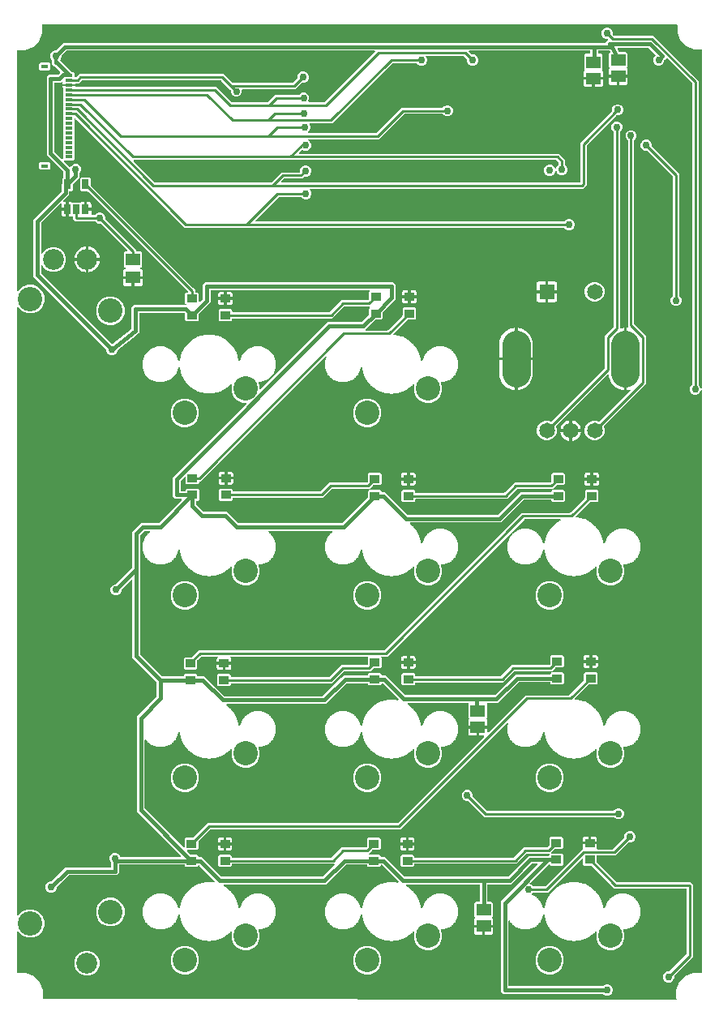
<source format=gbr>
G04 EAGLE Gerber RS-274X export*
G75*
%MOMM*%
%FSLAX34Y34*%
%LPD*%
%INTop Copper*%
%IPPOS*%
%AMOC8*
5,1,8,0,0,1.08239X$1,22.5*%
G01*
%ADD10C,2.540000*%
%ADD11R,1.000000X0.850000*%
%ADD12R,0.690000X0.990000*%
%ADD13C,2.550000*%
%ADD14C,2.184400*%
%ADD15R,1.500000X1.300000*%
%ADD16R,0.800000X0.400000*%
%ADD17R,0.800000X0.300000*%
%ADD18R,1.650000X1.650000*%
%ADD19C,1.650000*%
%ADD20C,3.000000*%
%ADD21C,0.756400*%
%ADD22C,0.254000*%
%ADD23C,0.406400*%
%ADD24C,0.304800*%
%ADD25C,0.606400*%

G36*
X767009Y-3145D02*
X767009Y-3145D01*
X767055Y-3147D01*
X767129Y-3126D01*
X767206Y-3113D01*
X767247Y-3092D01*
X767291Y-3079D01*
X767355Y-3035D01*
X767423Y-2998D01*
X767455Y-2965D01*
X767493Y-2938D01*
X767539Y-2876D01*
X767593Y-2820D01*
X767612Y-2778D01*
X767640Y-2741D01*
X767664Y-2668D01*
X767697Y-2597D01*
X767702Y-2551D01*
X767716Y-2507D01*
X767715Y-2430D01*
X767724Y-2353D01*
X767714Y-2308D01*
X767714Y-2261D01*
X767676Y-2132D01*
X767672Y-2113D01*
X767669Y-2108D01*
X767667Y-2100D01*
X767339Y-1309D01*
X767339Y7309D01*
X770637Y15270D01*
X776730Y21363D01*
X784691Y24661D01*
X793443Y24661D01*
X793463Y24664D01*
X793482Y24662D01*
X793584Y24684D01*
X793686Y24700D01*
X793703Y24710D01*
X793723Y24714D01*
X793812Y24767D01*
X793903Y24816D01*
X793917Y24830D01*
X793934Y24840D01*
X794001Y24919D01*
X794073Y24994D01*
X794081Y25012D01*
X794094Y25027D01*
X794133Y25123D01*
X794176Y25217D01*
X794178Y25237D01*
X794186Y25255D01*
X794204Y25422D01*
X794204Y632371D01*
X794189Y632467D01*
X794179Y632564D01*
X794169Y632588D01*
X794165Y632614D01*
X794119Y632700D01*
X794079Y632789D01*
X794062Y632808D01*
X794049Y632831D01*
X793979Y632898D01*
X793913Y632970D01*
X793890Y632982D01*
X793871Y633000D01*
X793783Y633041D01*
X793697Y633088D01*
X793672Y633093D01*
X793648Y633104D01*
X793551Y633115D01*
X793455Y633132D01*
X793429Y633128D01*
X793404Y633131D01*
X793308Y633111D01*
X793212Y633096D01*
X793189Y633085D01*
X793163Y633079D01*
X793080Y633029D01*
X792993Y632985D01*
X792974Y632966D01*
X792952Y632953D01*
X792889Y632879D01*
X792821Y632809D01*
X792805Y632781D01*
X792792Y632766D01*
X792780Y632735D01*
X792740Y632662D01*
X791929Y630706D01*
X790294Y629071D01*
X788157Y628185D01*
X785843Y628185D01*
X783706Y629071D01*
X782071Y630706D01*
X781185Y632843D01*
X781185Y635157D01*
X782071Y637294D01*
X783708Y638932D01*
X783761Y639006D01*
X783821Y639075D01*
X783833Y639105D01*
X783852Y639131D01*
X783879Y639218D01*
X783913Y639303D01*
X783917Y639344D01*
X783924Y639366D01*
X783923Y639398D01*
X783931Y639470D01*
X783931Y953426D01*
X783917Y953516D01*
X783909Y953607D01*
X783897Y953637D01*
X783892Y953669D01*
X783849Y953750D01*
X783813Y953833D01*
X783787Y953866D01*
X783776Y953886D01*
X783753Y953908D01*
X783708Y953964D01*
X757749Y979924D01*
X757733Y979935D01*
X757720Y979951D01*
X757633Y980007D01*
X757549Y980067D01*
X757530Y980073D01*
X757513Y980084D01*
X757413Y980109D01*
X757314Y980140D01*
X757294Y980139D01*
X757275Y980144D01*
X757172Y980136D01*
X757068Y980133D01*
X757049Y980127D01*
X757030Y980125D01*
X756935Y980085D01*
X756837Y980049D01*
X756821Y980036D01*
X756803Y980029D01*
X756672Y979924D01*
X754938Y978189D01*
X754885Y978115D01*
X754825Y978046D01*
X754813Y978016D01*
X754794Y977990D01*
X754767Y977903D01*
X754733Y977818D01*
X754729Y977777D01*
X754722Y977754D01*
X754723Y977722D01*
X754715Y977651D01*
X754715Y976743D01*
X753829Y974606D01*
X752194Y972971D01*
X750057Y972085D01*
X747743Y972085D01*
X745606Y972971D01*
X743971Y974606D01*
X743085Y976743D01*
X743085Y979057D01*
X743971Y981194D01*
X745376Y982599D01*
X745387Y982615D01*
X745403Y982628D01*
X745459Y982715D01*
X745519Y982799D01*
X745525Y982818D01*
X745536Y982835D01*
X745561Y982935D01*
X745592Y983034D01*
X745591Y983054D01*
X745596Y983073D01*
X745588Y983176D01*
X745585Y983280D01*
X745579Y983299D01*
X745577Y983318D01*
X745537Y983413D01*
X745501Y983511D01*
X745488Y983527D01*
X745481Y983545D01*
X745376Y983676D01*
X738339Y990712D01*
X738265Y990765D01*
X738196Y990825D01*
X738166Y990837D01*
X738140Y990856D01*
X738053Y990883D01*
X737968Y990917D01*
X737927Y990921D01*
X737904Y990928D01*
X737872Y990927D01*
X737801Y990935D01*
X706548Y990935D01*
X706497Y990927D01*
X706445Y990928D01*
X706376Y990907D01*
X706305Y990896D01*
X706260Y990871D01*
X706210Y990856D01*
X706152Y990814D01*
X706088Y990780D01*
X706052Y990743D01*
X706010Y990713D01*
X705968Y990654D01*
X705919Y990602D01*
X705897Y990555D01*
X705867Y990513D01*
X705845Y990444D01*
X705815Y990379D01*
X705809Y990328D01*
X705794Y990278D01*
X705796Y990206D01*
X705788Y990135D01*
X705799Y990084D01*
X705800Y990032D01*
X705834Y989921D01*
X705840Y989894D01*
X705845Y989886D01*
X705850Y989872D01*
X707139Y986892D01*
X707199Y986799D01*
X707256Y986703D01*
X707265Y986695D01*
X707272Y986685D01*
X707358Y986615D01*
X707443Y986543D01*
X707454Y986539D01*
X707464Y986531D01*
X707567Y986493D01*
X707671Y986451D01*
X707686Y986450D01*
X707695Y986446D01*
X707722Y986446D01*
X707837Y986433D01*
X714942Y986433D01*
X716133Y985242D01*
X716133Y970558D01*
X715872Y970298D01*
X715861Y970281D01*
X715845Y970269D01*
X715789Y970182D01*
X715729Y970098D01*
X715723Y970079D01*
X715712Y970062D01*
X715687Y969962D01*
X715656Y969863D01*
X715657Y969843D01*
X715652Y969823D01*
X715660Y969720D01*
X715663Y969617D01*
X715670Y969598D01*
X715671Y969578D01*
X715712Y969483D01*
X715747Y969386D01*
X715760Y969370D01*
X715767Y969352D01*
X715872Y969221D01*
X716133Y968960D01*
X716468Y968381D01*
X716641Y967734D01*
X716641Y962423D01*
X707362Y962423D01*
X707342Y962420D01*
X707323Y962422D01*
X707221Y962400D01*
X707119Y962383D01*
X707102Y962374D01*
X707082Y962370D01*
X706993Y962317D01*
X706902Y962268D01*
X706888Y962254D01*
X706871Y962244D01*
X706804Y962165D01*
X706733Y962090D01*
X706724Y962072D01*
X706711Y962057D01*
X706672Y961961D01*
X706629Y961867D01*
X706627Y961847D01*
X706619Y961829D01*
X706601Y961662D01*
X706601Y960899D01*
X706599Y960899D01*
X706599Y961662D01*
X706596Y961682D01*
X706598Y961701D01*
X706576Y961803D01*
X706559Y961905D01*
X706550Y961922D01*
X706546Y961942D01*
X706493Y962031D01*
X706444Y962122D01*
X706430Y962136D01*
X706420Y962153D01*
X706341Y962220D01*
X706266Y962291D01*
X706248Y962300D01*
X706233Y962313D01*
X706137Y962352D01*
X706043Y962395D01*
X706023Y962397D01*
X706005Y962405D01*
X705838Y962423D01*
X696559Y962423D01*
X696559Y967734D01*
X696732Y968381D01*
X697067Y968960D01*
X697328Y969221D01*
X697339Y969237D01*
X697355Y969250D01*
X697411Y969337D01*
X697471Y969421D01*
X697477Y969440D01*
X697488Y969456D01*
X697513Y969557D01*
X697544Y969656D01*
X697543Y969676D01*
X697548Y969695D01*
X697540Y969798D01*
X697537Y969902D01*
X697530Y969920D01*
X697529Y969940D01*
X697488Y970035D01*
X697453Y970133D01*
X697440Y970148D01*
X697433Y970167D01*
X697328Y970298D01*
X697067Y970558D01*
X697067Y985242D01*
X698047Y986222D01*
X698114Y986315D01*
X698190Y986421D01*
X698191Y986421D01*
X698222Y986523D01*
X698263Y986656D01*
X698263Y986657D01*
X698260Y986775D01*
X698257Y986902D01*
X698256Y986903D01*
X698207Y987062D01*
X698028Y987476D01*
X697968Y987570D01*
X697911Y987665D01*
X697902Y987673D01*
X697895Y987683D01*
X697809Y987753D01*
X697724Y987825D01*
X697713Y987829D01*
X697703Y987837D01*
X697600Y987875D01*
X697496Y987917D01*
X697482Y987918D01*
X697473Y987922D01*
X697445Y987922D01*
X697330Y987935D01*
X686276Y987935D01*
X686256Y987932D01*
X686237Y987934D01*
X686135Y987912D01*
X686033Y987896D01*
X686016Y987886D01*
X685996Y987882D01*
X685907Y987829D01*
X685816Y987780D01*
X685802Y987766D01*
X685785Y987756D01*
X685718Y987677D01*
X685646Y987602D01*
X685638Y987584D01*
X685625Y987569D01*
X685586Y987473D01*
X685543Y987379D01*
X685541Y987359D01*
X685533Y987341D01*
X685515Y987174D01*
X685515Y985194D01*
X685518Y985174D01*
X685516Y985155D01*
X685538Y985053D01*
X685554Y984951D01*
X685564Y984934D01*
X685568Y984914D01*
X685621Y984825D01*
X685670Y984734D01*
X685684Y984720D01*
X685694Y984703D01*
X685773Y984636D01*
X685848Y984564D01*
X685866Y984556D01*
X685881Y984543D01*
X685977Y984504D01*
X686071Y984461D01*
X686091Y984459D01*
X686109Y984451D01*
X686276Y984433D01*
X688942Y984433D01*
X690133Y983242D01*
X690133Y968558D01*
X689872Y968298D01*
X689861Y968281D01*
X689845Y968269D01*
X689789Y968182D01*
X689729Y968098D01*
X689723Y968079D01*
X689712Y968062D01*
X689687Y967962D01*
X689656Y967863D01*
X689657Y967843D01*
X689652Y967823D01*
X689660Y967720D01*
X689663Y967617D01*
X689670Y967598D01*
X689671Y967578D01*
X689712Y967483D01*
X689747Y967386D01*
X689760Y967370D01*
X689767Y967352D01*
X689872Y967221D01*
X690133Y966960D01*
X690468Y966381D01*
X690641Y965734D01*
X690641Y960423D01*
X681362Y960423D01*
X681342Y960420D01*
X681323Y960422D01*
X681221Y960400D01*
X681119Y960383D01*
X681102Y960374D01*
X681082Y960370D01*
X680993Y960317D01*
X680902Y960268D01*
X680888Y960254D01*
X680871Y960244D01*
X680804Y960165D01*
X680733Y960090D01*
X680724Y960072D01*
X680711Y960057D01*
X680672Y959961D01*
X680629Y959867D01*
X680627Y959847D01*
X680619Y959829D01*
X680601Y959662D01*
X680601Y958899D01*
X680599Y958899D01*
X680599Y959662D01*
X680596Y959682D01*
X680598Y959701D01*
X680576Y959803D01*
X680559Y959905D01*
X680550Y959922D01*
X680546Y959942D01*
X680493Y960031D01*
X680444Y960122D01*
X680430Y960136D01*
X680420Y960153D01*
X680341Y960220D01*
X680266Y960291D01*
X680248Y960300D01*
X680233Y960313D01*
X680137Y960352D01*
X680043Y960395D01*
X680023Y960397D01*
X680005Y960405D01*
X679838Y960423D01*
X670559Y960423D01*
X670559Y965734D01*
X670732Y966381D01*
X671067Y966960D01*
X671328Y967221D01*
X671339Y967237D01*
X671355Y967250D01*
X671411Y967337D01*
X671471Y967421D01*
X671477Y967440D01*
X671488Y967456D01*
X671513Y967557D01*
X671544Y967656D01*
X671543Y967676D01*
X671548Y967695D01*
X671540Y967798D01*
X671537Y967902D01*
X671530Y967920D01*
X671529Y967940D01*
X671488Y968035D01*
X671453Y968133D01*
X671440Y968148D01*
X671433Y968167D01*
X671328Y968298D01*
X671067Y968558D01*
X671067Y983242D01*
X672258Y984433D01*
X676624Y984433D01*
X676644Y984436D01*
X676663Y984434D01*
X676765Y984456D01*
X676867Y984472D01*
X676884Y984482D01*
X676904Y984486D01*
X676993Y984539D01*
X677084Y984588D01*
X677098Y984602D01*
X677115Y984612D01*
X677182Y984691D01*
X677254Y984766D01*
X677262Y984784D01*
X677275Y984799D01*
X677314Y984895D01*
X677357Y984989D01*
X677359Y985009D01*
X677367Y985027D01*
X677385Y985194D01*
X677385Y987174D01*
X677382Y987194D01*
X677384Y987213D01*
X677362Y987315D01*
X677346Y987417D01*
X677336Y987434D01*
X677332Y987454D01*
X677279Y987543D01*
X677230Y987634D01*
X677216Y987648D01*
X677206Y987665D01*
X677127Y987732D01*
X677052Y987804D01*
X677034Y987812D01*
X677019Y987825D01*
X676923Y987864D01*
X676829Y987907D01*
X676809Y987909D01*
X676791Y987917D01*
X676624Y987935D01*
X551173Y987935D01*
X551103Y987924D01*
X551031Y987922D01*
X550982Y987904D01*
X550931Y987896D01*
X550867Y987862D01*
X550800Y987837D01*
X550759Y987805D01*
X550713Y987780D01*
X550664Y987728D01*
X550608Y987684D01*
X550580Y987640D01*
X550544Y987602D01*
X550514Y987537D01*
X550475Y987477D01*
X550462Y987426D01*
X550440Y987379D01*
X550432Y987308D01*
X550415Y987238D01*
X550419Y987186D01*
X550413Y987135D01*
X550428Y987064D01*
X550434Y986993D01*
X550454Y986945D01*
X550465Y986894D01*
X550502Y986833D01*
X550530Y986767D01*
X550575Y986711D01*
X550592Y986683D01*
X550609Y986668D01*
X550635Y986636D01*
X553333Y983938D01*
X553407Y983885D01*
X553476Y983825D01*
X553507Y983813D01*
X553533Y983794D01*
X553620Y983767D01*
X553705Y983733D01*
X553746Y983729D01*
X553768Y983722D01*
X553800Y983723D01*
X553871Y983715D01*
X555857Y983715D01*
X557994Y982829D01*
X559629Y981194D01*
X560515Y979057D01*
X560515Y976743D01*
X559629Y974606D01*
X557994Y972971D01*
X555857Y972085D01*
X553543Y972085D01*
X551406Y972971D01*
X549771Y974606D01*
X548885Y976743D01*
X548885Y978729D01*
X548871Y978819D01*
X548863Y978910D01*
X548851Y978939D01*
X548846Y978971D01*
X548803Y979052D01*
X548767Y979136D01*
X548741Y979168D01*
X548730Y979189D01*
X548707Y979211D01*
X548662Y979267D01*
X545455Y982474D01*
X545381Y982527D01*
X545312Y982587D01*
X545281Y982599D01*
X545255Y982618D01*
X545168Y982645D01*
X545083Y982679D01*
X545042Y982683D01*
X545020Y982690D01*
X544988Y982689D01*
X544917Y982697D01*
X506364Y982697D01*
X506293Y982686D01*
X506221Y982684D01*
X506172Y982666D01*
X506121Y982658D01*
X506058Y982624D01*
X505990Y982599D01*
X505950Y982567D01*
X505904Y982542D01*
X505854Y982491D01*
X505798Y982446D01*
X505770Y982402D01*
X505734Y982364D01*
X505704Y982299D01*
X505665Y982239D01*
X505653Y982188D01*
X505631Y982141D01*
X505623Y982070D01*
X505605Y982000D01*
X505609Y981948D01*
X505604Y981897D01*
X505619Y981826D01*
X505624Y981755D01*
X505645Y981707D01*
X505656Y981656D01*
X505693Y981595D01*
X505721Y981529D01*
X505766Y981473D01*
X505782Y981445D01*
X505800Y981430D01*
X505826Y981398D01*
X505929Y981294D01*
X506815Y979157D01*
X506815Y976843D01*
X505929Y974706D01*
X504294Y973071D01*
X502157Y972185D01*
X499843Y972185D01*
X497706Y973071D01*
X496302Y974474D01*
X496228Y974527D01*
X496159Y974587D01*
X496129Y974599D01*
X496103Y974618D01*
X496016Y974645D01*
X495931Y974679D01*
X495890Y974683D01*
X495868Y974690D01*
X495835Y974689D01*
X495764Y974697D01*
X470883Y974697D01*
X470793Y974683D01*
X470702Y974675D01*
X470673Y974663D01*
X470641Y974658D01*
X470560Y974615D01*
X470476Y974579D01*
X470444Y974553D01*
X470423Y974542D01*
X470401Y974519D01*
X470345Y974474D01*
X407868Y911997D01*
X384965Y911997D01*
X384920Y911990D01*
X384874Y911992D01*
X384799Y911970D01*
X384723Y911958D01*
X384682Y911936D01*
X384638Y911923D01*
X384574Y911879D01*
X384505Y911842D01*
X384474Y911809D01*
X384436Y911783D01*
X384389Y911720D01*
X384336Y911664D01*
X384316Y911622D01*
X384289Y911586D01*
X384265Y911512D01*
X384232Y911441D01*
X384227Y911395D01*
X384213Y911352D01*
X384214Y911274D01*
X384205Y911197D01*
X384215Y911152D01*
X384215Y911106D01*
X384253Y910974D01*
X384257Y910956D01*
X384260Y910952D01*
X384262Y910945D01*
X385065Y909007D01*
X385065Y906693D01*
X384179Y904556D01*
X382876Y903252D01*
X382834Y903194D01*
X382784Y903142D01*
X382762Y903095D01*
X382732Y903053D01*
X382711Y902984D01*
X382681Y902919D01*
X382675Y902867D01*
X382660Y902817D01*
X382662Y902746D01*
X382654Y902675D01*
X382665Y902624D01*
X382666Y902572D01*
X382691Y902504D01*
X382706Y902434D01*
X382733Y902389D01*
X382750Y902341D01*
X382795Y902285D01*
X382832Y902223D01*
X382872Y902189D01*
X382904Y902149D01*
X382964Y902110D01*
X383019Y902063D01*
X383067Y902044D01*
X383111Y902016D01*
X383181Y901998D01*
X383247Y901971D01*
X383318Y901963D01*
X383350Y901955D01*
X383373Y901957D01*
X383414Y901953D01*
X453567Y901953D01*
X453657Y901967D01*
X453748Y901975D01*
X453777Y901987D01*
X453809Y901992D01*
X453890Y902035D01*
X453974Y902071D01*
X454006Y902097D01*
X454027Y902108D01*
X454046Y902127D01*
X454048Y902128D01*
X454053Y902134D01*
X454105Y902176D01*
X480332Y928403D01*
X523064Y928403D01*
X523154Y928417D01*
X523245Y928425D01*
X523275Y928437D01*
X523307Y928442D01*
X523388Y928485D01*
X523471Y928521D01*
X523504Y928547D01*
X523524Y928558D01*
X523546Y928581D01*
X523602Y928626D01*
X525006Y930029D01*
X527143Y930915D01*
X529457Y930915D01*
X531594Y930029D01*
X533229Y928394D01*
X534115Y926257D01*
X534115Y923943D01*
X533229Y921806D01*
X531594Y920171D01*
X529457Y919285D01*
X527143Y919285D01*
X525006Y920171D01*
X523602Y921574D01*
X523528Y921627D01*
X523459Y921687D01*
X523429Y921699D01*
X523403Y921718D01*
X523316Y921745D01*
X523231Y921779D01*
X523190Y921783D01*
X523168Y921790D01*
X523135Y921789D01*
X523064Y921797D01*
X483383Y921797D01*
X483293Y921783D01*
X483202Y921775D01*
X483173Y921763D01*
X483141Y921758D01*
X483060Y921715D01*
X482976Y921679D01*
X482944Y921653D01*
X482923Y921642D01*
X482901Y921619D01*
X482845Y921574D01*
X456618Y895347D01*
X383257Y895347D01*
X383160Y895332D01*
X383064Y895322D01*
X383040Y895312D01*
X383014Y895308D01*
X382928Y895262D01*
X382839Y895222D01*
X382820Y895205D01*
X382796Y895192D01*
X382729Y895122D01*
X382658Y895056D01*
X382645Y895033D01*
X382627Y895014D01*
X382586Y894926D01*
X382539Y894840D01*
X382535Y894815D01*
X382523Y894791D01*
X382513Y894694D01*
X382495Y894598D01*
X382499Y894572D01*
X382496Y894547D01*
X382517Y894451D01*
X382531Y894355D01*
X382543Y894332D01*
X382549Y894306D01*
X382599Y894223D01*
X382643Y894136D01*
X382661Y894117D01*
X382675Y894095D01*
X382749Y894032D01*
X382818Y893964D01*
X382847Y893948D01*
X382862Y893935D01*
X382892Y893923D01*
X382965Y893883D01*
X383094Y893829D01*
X384729Y892194D01*
X385615Y890057D01*
X385615Y887743D01*
X384729Y885606D01*
X383094Y883971D01*
X380957Y883085D01*
X378643Y883085D01*
X376541Y883956D01*
X376428Y883983D01*
X376314Y884011D01*
X376308Y884011D01*
X376302Y884012D01*
X376185Y884001D01*
X376069Y883992D01*
X376063Y883990D01*
X376057Y883989D01*
X375949Y883941D01*
X375843Y883896D01*
X375837Y883891D01*
X375832Y883889D01*
X375818Y883876D01*
X375712Y883791D01*
X373423Y881502D01*
X373381Y881444D01*
X373332Y881392D01*
X373310Y881345D01*
X373279Y881303D01*
X373258Y881234D01*
X373228Y881169D01*
X373222Y881117D01*
X373207Y881067D01*
X373209Y880996D01*
X373201Y880925D01*
X373212Y880874D01*
X373213Y880822D01*
X373238Y880754D01*
X373253Y880684D01*
X373280Y880640D01*
X373298Y880591D01*
X373343Y880535D01*
X373380Y880473D01*
X373419Y880439D01*
X373452Y880399D01*
X373512Y880360D01*
X373566Y880313D01*
X373615Y880294D01*
X373659Y880266D01*
X373728Y880248D01*
X373795Y880221D01*
X373866Y880213D01*
X373897Y880205D01*
X373920Y880207D01*
X373961Y880203D01*
X644368Y880203D01*
X651003Y873568D01*
X651003Y868836D01*
X651017Y868746D01*
X651025Y868655D01*
X651037Y868625D01*
X651042Y868593D01*
X651085Y868512D01*
X651121Y868429D01*
X651147Y868396D01*
X651158Y868376D01*
X651181Y868354D01*
X651226Y868298D01*
X652629Y866894D01*
X653515Y864757D01*
X653515Y862443D01*
X652629Y860306D01*
X650994Y858671D01*
X648857Y857785D01*
X646543Y857785D01*
X644406Y858671D01*
X642771Y860306D01*
X642228Y861617D01*
X642190Y861678D01*
X642161Y861743D01*
X642125Y861782D01*
X642098Y861826D01*
X642043Y861872D01*
X641994Y861925D01*
X641949Y861950D01*
X641908Y861983D01*
X641842Y862009D01*
X641779Y862043D01*
X641727Y862052D01*
X641679Y862071D01*
X641607Y862074D01*
X641537Y862087D01*
X641485Y862079D01*
X641433Y862081D01*
X641364Y862062D01*
X641293Y862051D01*
X641247Y862027D01*
X641197Y862013D01*
X641138Y861972D01*
X641074Y861940D01*
X641038Y861902D01*
X640995Y861873D01*
X640952Y861815D01*
X640902Y861764D01*
X640867Y861701D01*
X640848Y861675D01*
X640841Y861653D01*
X640821Y861617D01*
X640029Y859706D01*
X638394Y858071D01*
X636257Y857185D01*
X633943Y857185D01*
X631806Y858071D01*
X630171Y859706D01*
X629285Y861843D01*
X629285Y864157D01*
X630171Y866294D01*
X631806Y867929D01*
X633943Y868815D01*
X636257Y868815D01*
X638394Y867929D01*
X640029Y866294D01*
X640572Y864983D01*
X640610Y864922D01*
X640639Y864857D01*
X640675Y864818D01*
X640702Y864774D01*
X640757Y864728D01*
X640806Y864675D01*
X640851Y864650D01*
X640892Y864617D01*
X640958Y864591D01*
X641021Y864557D01*
X641073Y864548D01*
X641121Y864529D01*
X641193Y864526D01*
X641263Y864513D01*
X641315Y864521D01*
X641367Y864519D01*
X641436Y864538D01*
X641507Y864549D01*
X641553Y864573D01*
X641603Y864587D01*
X641662Y864628D01*
X641726Y864660D01*
X641762Y864698D01*
X641805Y864727D01*
X641848Y864785D01*
X641898Y864836D01*
X641933Y864899D01*
X641952Y864925D01*
X641959Y864947D01*
X641979Y864983D01*
X642771Y866894D01*
X644174Y868298D01*
X644227Y868372D01*
X644287Y868441D01*
X644299Y868471D01*
X644318Y868497D01*
X644345Y868584D01*
X644379Y868669D01*
X644383Y868710D01*
X644390Y868732D01*
X644389Y868765D01*
X644397Y868836D01*
X644397Y870517D01*
X644383Y870607D01*
X644375Y870698D01*
X644363Y870727D01*
X644358Y870759D01*
X644315Y870840D01*
X644279Y870924D01*
X644253Y870956D01*
X644242Y870977D01*
X644219Y870999D01*
X644174Y871055D01*
X641855Y873374D01*
X641781Y873427D01*
X641712Y873487D01*
X641681Y873499D01*
X641655Y873518D01*
X641568Y873545D01*
X641483Y873579D01*
X641442Y873583D01*
X641420Y873590D01*
X641388Y873589D01*
X641317Y873597D01*
X201264Y873597D01*
X201193Y873586D01*
X201122Y873584D01*
X201073Y873566D01*
X201021Y873558D01*
X200958Y873524D01*
X200891Y873499D01*
X200850Y873467D01*
X200804Y873442D01*
X200755Y873390D01*
X200699Y873346D01*
X200670Y873302D01*
X200635Y873264D01*
X200604Y873199D01*
X200566Y873139D01*
X200553Y873088D01*
X200531Y873041D01*
X200523Y872970D01*
X200506Y872900D01*
X200510Y872848D01*
X200504Y872797D01*
X200519Y872726D01*
X200525Y872655D01*
X200545Y872607D01*
X200556Y872556D01*
X200593Y872495D01*
X200621Y872429D01*
X200666Y872373D01*
X200682Y872345D01*
X200700Y872330D01*
X200726Y872298D01*
X222474Y850550D01*
X222548Y850497D01*
X222617Y850437D01*
X222647Y850425D01*
X222674Y850406D01*
X222761Y850379D01*
X222845Y850345D01*
X222886Y850341D01*
X222909Y850334D01*
X222941Y850335D01*
X223012Y850327D01*
X343867Y850327D01*
X343957Y850341D01*
X344048Y850349D01*
X344077Y850361D01*
X344109Y850366D01*
X344190Y850409D01*
X344274Y850445D01*
X344306Y850471D01*
X344327Y850482D01*
X344349Y850505D01*
X344405Y850550D01*
X354608Y860753D01*
X373624Y860753D01*
X373644Y860756D01*
X373663Y860754D01*
X373765Y860776D01*
X373867Y860792D01*
X373884Y860802D01*
X373904Y860806D01*
X373993Y860859D01*
X374084Y860908D01*
X374098Y860922D01*
X374115Y860932D01*
X374182Y861011D01*
X374254Y861086D01*
X374262Y861104D01*
X374275Y861119D01*
X374314Y861215D01*
X374357Y861309D01*
X374359Y861329D01*
X374367Y861347D01*
X374385Y861514D01*
X374385Y863457D01*
X375271Y865594D01*
X376906Y867229D01*
X379043Y868115D01*
X381357Y868115D01*
X383494Y867229D01*
X385129Y865594D01*
X386015Y863457D01*
X386015Y861143D01*
X385129Y859006D01*
X383494Y857371D01*
X381357Y856485D01*
X379371Y856485D01*
X379281Y856471D01*
X379190Y856463D01*
X379161Y856451D01*
X379129Y856446D01*
X379048Y856403D01*
X378964Y856367D01*
X378932Y856341D01*
X378911Y856330D01*
X378889Y856307D01*
X378833Y856262D01*
X376718Y854147D01*
X357659Y854147D01*
X357569Y854133D01*
X357478Y854125D01*
X357449Y854113D01*
X357417Y854108D01*
X357336Y854065D01*
X357252Y854029D01*
X357220Y854003D01*
X357199Y853992D01*
X357177Y853969D01*
X357121Y853924D01*
X354823Y851626D01*
X354781Y851568D01*
X354732Y851516D01*
X354710Y851469D01*
X354679Y851427D01*
X354658Y851358D01*
X354628Y851293D01*
X354622Y851241D01*
X354607Y851191D01*
X354609Y851120D01*
X354601Y851049D01*
X354612Y850998D01*
X354613Y850946D01*
X354638Y850878D01*
X354653Y850808D01*
X354680Y850763D01*
X354698Y850715D01*
X354743Y850659D01*
X354780Y850597D01*
X354819Y850563D01*
X354852Y850523D01*
X354912Y850484D01*
X354966Y850437D01*
X355015Y850418D01*
X355059Y850390D01*
X355128Y850372D01*
X355195Y850345D01*
X355266Y850337D01*
X355297Y850329D01*
X355320Y850331D01*
X355361Y850327D01*
X666212Y850327D01*
X666232Y850330D01*
X666251Y850328D01*
X666353Y850350D01*
X666455Y850366D01*
X666472Y850376D01*
X666492Y850380D01*
X666581Y850433D01*
X666672Y850482D01*
X666686Y850496D01*
X666703Y850506D01*
X666770Y850585D01*
X666842Y850660D01*
X666850Y850678D01*
X666863Y850693D01*
X666902Y850789D01*
X666945Y850883D01*
X666947Y850903D01*
X666955Y850921D01*
X666973Y851088D01*
X666973Y891644D01*
X700062Y924733D01*
X700115Y924807D01*
X700175Y924876D01*
X700187Y924907D01*
X700206Y924933D01*
X700233Y925020D01*
X700267Y925105D01*
X700271Y925146D01*
X700278Y925168D01*
X700277Y925200D01*
X700285Y925271D01*
X700285Y927257D01*
X701171Y929394D01*
X702806Y931029D01*
X704943Y931915D01*
X707257Y931915D01*
X709394Y931029D01*
X711029Y929394D01*
X711915Y927257D01*
X711915Y924943D01*
X711029Y922806D01*
X709394Y921171D01*
X707257Y920285D01*
X705271Y920285D01*
X705181Y920271D01*
X705090Y920263D01*
X705061Y920251D01*
X705029Y920246D01*
X704948Y920203D01*
X704864Y920167D01*
X704832Y920141D01*
X704811Y920130D01*
X704789Y920107D01*
X704733Y920062D01*
X673802Y889131D01*
X673749Y889057D01*
X673689Y888988D01*
X673677Y888957D01*
X673658Y888931D01*
X673631Y888844D01*
X673597Y888759D01*
X673593Y888718D01*
X673586Y888696D01*
X673587Y888664D01*
X673579Y888593D01*
X673579Y847508D01*
X669792Y843721D01*
X385440Y843721D01*
X385369Y843710D01*
X385297Y843708D01*
X385248Y843690D01*
X385197Y843682D01*
X385134Y843648D01*
X385066Y843623D01*
X385026Y843591D01*
X384980Y843566D01*
X384930Y843515D01*
X384874Y843470D01*
X384846Y843426D01*
X384810Y843388D01*
X384780Y843323D01*
X384741Y843263D01*
X384729Y843212D01*
X384707Y843165D01*
X384699Y843094D01*
X384681Y843024D01*
X384685Y842972D01*
X384680Y842921D01*
X384695Y842850D01*
X384700Y842779D01*
X384721Y842731D01*
X384732Y842680D01*
X384769Y842619D01*
X384797Y842553D01*
X384842Y842497D01*
X384858Y842469D01*
X384876Y842454D01*
X384902Y842422D01*
X385430Y841894D01*
X386315Y839757D01*
X386315Y837443D01*
X385429Y835306D01*
X383794Y833671D01*
X381657Y832785D01*
X379343Y832785D01*
X377206Y833671D01*
X375802Y835074D01*
X375728Y835127D01*
X375659Y835187D01*
X375629Y835199D01*
X375603Y835218D01*
X375516Y835245D01*
X375431Y835279D01*
X375390Y835283D01*
X375368Y835290D01*
X375335Y835289D01*
X375264Y835297D01*
X352533Y835297D01*
X352443Y835283D01*
X352352Y835275D01*
X352323Y835263D01*
X352291Y835258D01*
X352210Y835215D01*
X352126Y835179D01*
X352094Y835153D01*
X352073Y835142D01*
X352051Y835119D01*
X351995Y835074D01*
X327623Y810702D01*
X327581Y810644D01*
X327532Y810592D01*
X327510Y810545D01*
X327479Y810503D01*
X327458Y810434D01*
X327428Y810369D01*
X327422Y810317D01*
X327407Y810267D01*
X327409Y810196D01*
X327401Y810125D01*
X327412Y810074D01*
X327413Y810022D01*
X327438Y809954D01*
X327453Y809884D01*
X327480Y809839D01*
X327498Y809791D01*
X327543Y809735D01*
X327580Y809673D01*
X327619Y809639D01*
X327652Y809599D01*
X327712Y809560D01*
X327766Y809513D01*
X327815Y809494D01*
X327859Y809466D01*
X327928Y809448D01*
X327995Y809421D01*
X328066Y809413D01*
X328097Y809405D01*
X328120Y809407D01*
X328161Y809403D01*
X650064Y809403D01*
X650154Y809417D01*
X650245Y809425D01*
X650275Y809437D01*
X650307Y809442D01*
X650388Y809485D01*
X650471Y809521D01*
X650504Y809547D01*
X650524Y809558D01*
X650546Y809581D01*
X650602Y809626D01*
X652006Y811029D01*
X654143Y811915D01*
X656457Y811915D01*
X658594Y811029D01*
X660229Y809394D01*
X661115Y807257D01*
X661115Y804943D01*
X660229Y802806D01*
X658594Y801171D01*
X656457Y800285D01*
X654143Y800285D01*
X652006Y801171D01*
X650602Y802574D01*
X650528Y802627D01*
X650459Y802687D01*
X650429Y802699D01*
X650403Y802718D01*
X650316Y802745D01*
X650231Y802779D01*
X650190Y802783D01*
X650168Y802790D01*
X650135Y802789D01*
X650064Y802797D01*
X253833Y802797D01*
X140032Y916598D01*
X139974Y916640D01*
X139922Y916690D01*
X139875Y916712D01*
X139833Y916742D01*
X139764Y916763D01*
X139699Y916793D01*
X139647Y916799D01*
X139597Y916814D01*
X139526Y916812D01*
X139455Y916820D01*
X139404Y916809D01*
X139352Y916808D01*
X139284Y916783D01*
X139214Y916768D01*
X139170Y916741D01*
X139121Y916723D01*
X139065Y916679D01*
X139003Y916642D01*
X138969Y916602D01*
X138929Y916570D01*
X138890Y916509D01*
X138843Y916455D01*
X138824Y916407D01*
X138796Y916363D01*
X138778Y916293D01*
X138751Y916227D01*
X138743Y916155D01*
X138735Y916124D01*
X138737Y916101D01*
X138733Y916060D01*
X138733Y874558D01*
X137542Y873367D01*
X128572Y873367D01*
X128501Y873356D01*
X128429Y873354D01*
X128380Y873336D01*
X128329Y873328D01*
X128266Y873294D01*
X128198Y873269D01*
X128157Y873237D01*
X128111Y873212D01*
X128062Y873161D01*
X128006Y873116D01*
X127978Y873072D01*
X127942Y873034D01*
X127912Y872969D01*
X127873Y872909D01*
X127860Y872858D01*
X127838Y872811D01*
X127831Y872740D01*
X127813Y872670D01*
X127817Y872618D01*
X127811Y872567D01*
X127827Y872496D01*
X127832Y872425D01*
X127852Y872377D01*
X127864Y872326D01*
X127900Y872265D01*
X127928Y872199D01*
X127973Y872143D01*
X127990Y872115D01*
X128008Y872100D01*
X128033Y872068D01*
X133602Y866499D01*
X133639Y866472D01*
X133670Y866438D01*
X133739Y866401D01*
X133802Y866355D01*
X133846Y866342D01*
X133886Y866320D01*
X133962Y866306D01*
X134037Y866283D01*
X134083Y866284D01*
X134128Y866276D01*
X134205Y866287D01*
X134283Y866289D01*
X134326Y866305D01*
X134371Y866312D01*
X134441Y866347D01*
X134514Y866374D01*
X134550Y866403D01*
X134591Y866423D01*
X134645Y866479D01*
X134706Y866528D01*
X134731Y866566D01*
X134763Y866599D01*
X134829Y866719D01*
X134839Y866735D01*
X134840Y866739D01*
X134844Y866746D01*
X135071Y867294D01*
X136706Y868929D01*
X138843Y869815D01*
X141157Y869815D01*
X143294Y868929D01*
X144929Y867294D01*
X145815Y865157D01*
X145815Y862843D01*
X144929Y860706D01*
X144288Y860064D01*
X144235Y859990D01*
X144175Y859921D01*
X144163Y859891D01*
X144144Y859865D01*
X144117Y859778D01*
X144083Y859693D01*
X144079Y859652D01*
X144072Y859630D01*
X144073Y859597D01*
X144065Y859526D01*
X144065Y855177D01*
X144076Y855107D01*
X144078Y855035D01*
X144096Y854986D01*
X144104Y854935D01*
X144138Y854871D01*
X144140Y854867D01*
X144090Y854872D01*
X144020Y854890D01*
X143968Y854886D01*
X143917Y854891D01*
X143846Y854876D01*
X143775Y854870D01*
X143727Y854850D01*
X143676Y854839D01*
X143615Y854802D01*
X143549Y854774D01*
X143493Y854729D01*
X143465Y854713D01*
X143450Y854695D01*
X143418Y854669D01*
X136906Y848157D01*
X136853Y848083D01*
X136793Y848014D01*
X136781Y847984D01*
X136762Y847958D01*
X136735Y847871D01*
X136701Y847786D01*
X136697Y847745D01*
X136690Y847722D01*
X136691Y847690D01*
X136683Y847619D01*
X136683Y842408D01*
X135492Y841217D01*
X134026Y841217D01*
X134006Y841214D01*
X133987Y841216D01*
X133885Y841194D01*
X133783Y841178D01*
X133766Y841168D01*
X133746Y841164D01*
X133657Y841111D01*
X133566Y841062D01*
X133552Y841048D01*
X133535Y841038D01*
X133468Y840959D01*
X133396Y840884D01*
X133388Y840866D01*
X133375Y840851D01*
X133336Y840755D01*
X133293Y840661D01*
X133291Y840641D01*
X133283Y840623D01*
X133265Y840456D01*
X133265Y837516D01*
X130661Y834912D01*
X126839Y831090D01*
X126797Y831032D01*
X126747Y830980D01*
X126725Y830933D01*
X126695Y830891D01*
X126674Y830822D01*
X126644Y830757D01*
X126638Y830705D01*
X126623Y830655D01*
X126625Y830584D01*
X126617Y830513D01*
X126628Y830462D01*
X126629Y830410D01*
X126654Y830342D01*
X126669Y830272D01*
X126696Y830228D01*
X126714Y830179D01*
X126758Y830123D01*
X126795Y830061D01*
X126835Y830027D01*
X126867Y829987D01*
X126928Y829948D01*
X126982Y829901D01*
X127030Y829882D01*
X127074Y829854D01*
X127144Y829836D01*
X127210Y829809D01*
X127282Y829801D01*
X127313Y829793D01*
X127336Y829795D01*
X127377Y829791D01*
X129677Y829791D01*
X129677Y823823D01*
X125209Y823823D01*
X125209Y827623D01*
X125198Y827694D01*
X125196Y827766D01*
X125178Y827814D01*
X125170Y827866D01*
X125136Y827929D01*
X125111Y827997D01*
X125079Y828037D01*
X125054Y828083D01*
X125002Y828133D01*
X124958Y828189D01*
X124914Y828217D01*
X124876Y828253D01*
X124811Y828283D01*
X124751Y828322D01*
X124700Y828334D01*
X124653Y828356D01*
X124582Y828364D01*
X124512Y828382D01*
X124460Y828378D01*
X124409Y828383D01*
X124338Y828368D01*
X124267Y828362D01*
X124219Y828342D01*
X124168Y828331D01*
X124107Y828294D01*
X124041Y828266D01*
X123985Y828221D01*
X123957Y828205D01*
X123942Y828187D01*
X123910Y828161D01*
X104102Y808353D01*
X104049Y808279D01*
X103989Y808210D01*
X103977Y808180D01*
X103958Y808154D01*
X103931Y808067D01*
X103897Y807982D01*
X103893Y807941D01*
X103886Y807918D01*
X103887Y807886D01*
X103879Y807815D01*
X103879Y776385D01*
X103894Y776289D01*
X103904Y776192D01*
X103914Y776168D01*
X103918Y776142D01*
X103964Y776056D01*
X104004Y775967D01*
X104021Y775948D01*
X104034Y775925D01*
X104104Y775858D01*
X104170Y775786D01*
X104193Y775773D01*
X104212Y775755D01*
X104300Y775714D01*
X104386Y775667D01*
X104411Y775663D01*
X104435Y775652D01*
X104532Y775641D01*
X104628Y775624D01*
X104654Y775627D01*
X104679Y775624D01*
X104775Y775645D01*
X104871Y775659D01*
X104894Y775671D01*
X104920Y775677D01*
X105003Y775727D01*
X105090Y775771D01*
X105109Y775789D01*
X105131Y775803D01*
X105194Y775877D01*
X105262Y775946D01*
X105278Y775975D01*
X105291Y775990D01*
X105303Y776021D01*
X105343Y776093D01*
X105818Y777238D01*
X109462Y780882D01*
X114223Y782855D01*
X119377Y782855D01*
X124138Y780882D01*
X127782Y777238D01*
X129755Y772477D01*
X129755Y767323D01*
X127782Y762562D01*
X124138Y758918D01*
X119377Y756945D01*
X114223Y756945D01*
X109462Y758918D01*
X105818Y762562D01*
X105343Y763707D01*
X105292Y763790D01*
X105246Y763875D01*
X105227Y763893D01*
X105214Y763916D01*
X105139Y763978D01*
X105068Y764045D01*
X105044Y764056D01*
X105024Y764073D01*
X104933Y764107D01*
X104845Y764148D01*
X104819Y764151D01*
X104795Y764161D01*
X104697Y764165D01*
X104601Y764176D01*
X104575Y764170D01*
X104549Y764171D01*
X104455Y764144D01*
X104360Y764123D01*
X104338Y764110D01*
X104313Y764103D01*
X104233Y764047D01*
X104149Y763997D01*
X104132Y763977D01*
X104111Y763962D01*
X104052Y763884D01*
X103989Y763810D01*
X103979Y763786D01*
X103964Y763765D01*
X103934Y763672D01*
X103897Y763582D01*
X103894Y763550D01*
X103888Y763531D01*
X103888Y763498D01*
X103879Y763415D01*
X103879Y755685D01*
X103893Y755595D01*
X103901Y755504D01*
X103913Y755474D01*
X103918Y755442D01*
X103961Y755362D01*
X103997Y755278D01*
X104023Y755246D01*
X104034Y755225D01*
X104057Y755203D01*
X104102Y755147D01*
X177711Y681538D01*
X177785Y681485D01*
X177854Y681425D01*
X177884Y681413D01*
X177910Y681394D01*
X177997Y681367D01*
X178082Y681333D01*
X178123Y681329D01*
X178145Y681322D01*
X178178Y681323D01*
X178249Y681315D01*
X178392Y681315D01*
X178446Y681324D01*
X178501Y681323D01*
X178566Y681343D01*
X178634Y681354D01*
X178683Y681380D01*
X178735Y681397D01*
X178825Y681456D01*
X178852Y681470D01*
X178860Y681478D01*
X178876Y681488D01*
X198158Y697377D01*
X198161Y697381D01*
X198165Y697383D01*
X198242Y697473D01*
X198248Y697480D01*
X198296Y697531D01*
X198300Y697540D01*
X198320Y697562D01*
X198322Y697566D01*
X198325Y697570D01*
X198370Y697681D01*
X198415Y697789D01*
X198415Y697794D01*
X198417Y697798D01*
X198435Y697965D01*
X198435Y719584D01*
X200816Y721965D01*
X254573Y721965D01*
X254643Y721976D01*
X254715Y721978D01*
X254764Y721996D01*
X254815Y722004D01*
X254879Y722038D01*
X254946Y722063D01*
X254987Y722095D01*
X255033Y722120D01*
X255082Y722172D01*
X255138Y722216D01*
X255166Y722260D01*
X255202Y722298D01*
X255232Y722363D01*
X255271Y722423D01*
X255284Y722474D01*
X255306Y722521D01*
X255314Y722592D01*
X255331Y722662D01*
X255327Y722714D01*
X255333Y722765D01*
X255318Y722836D01*
X255312Y722907D01*
X255292Y722955D01*
X255281Y723006D01*
X255244Y723067D01*
X255216Y723133D01*
X255171Y723189D01*
X255155Y723217D01*
X255137Y723232D01*
X255111Y723264D01*
X254367Y724008D01*
X254367Y734192D01*
X255558Y735383D01*
X256509Y735383D01*
X256579Y735394D01*
X256651Y735396D01*
X256700Y735414D01*
X256751Y735422D01*
X256815Y735456D01*
X256882Y735481D01*
X256923Y735513D01*
X256969Y735538D01*
X257018Y735589D01*
X257074Y735634D01*
X257102Y735678D01*
X257138Y735716D01*
X257168Y735781D01*
X257207Y735841D01*
X257220Y735892D01*
X257242Y735939D01*
X257250Y736010D01*
X257267Y736080D01*
X257263Y736132D01*
X257269Y736183D01*
X257254Y736254D01*
X257248Y736325D01*
X257228Y736373D01*
X257217Y736424D01*
X257180Y736485D01*
X257152Y736551D01*
X257107Y736607D01*
X257090Y736635D01*
X257073Y736650D01*
X257047Y736682D01*
X152735Y840994D01*
X152661Y841047D01*
X152592Y841107D01*
X152561Y841119D01*
X152535Y841138D01*
X152448Y841165D01*
X152363Y841199D01*
X152322Y841203D01*
X152300Y841210D01*
X152268Y841209D01*
X152197Y841217D01*
X145908Y841217D01*
X144717Y842408D01*
X144717Y854131D01*
X144706Y854202D01*
X144704Y854274D01*
X144686Y854322D01*
X144678Y854374D01*
X144644Y854437D01*
X144642Y854442D01*
X144692Y854436D01*
X144762Y854419D01*
X144814Y854423D01*
X144865Y854417D01*
X144936Y854432D01*
X145007Y854438D01*
X145055Y854458D01*
X145106Y854469D01*
X145167Y854506D01*
X145233Y854534D01*
X145289Y854579D01*
X145317Y854595D01*
X145332Y854613D01*
X145364Y854639D01*
X145908Y855183D01*
X154492Y855183D01*
X155683Y853992D01*
X155683Y847703D01*
X155697Y847613D01*
X155705Y847522D01*
X155717Y847493D01*
X155722Y847461D01*
X155765Y847380D01*
X155801Y847296D01*
X155827Y847264D01*
X155838Y847243D01*
X155861Y847221D01*
X155906Y847165D01*
X262545Y740526D01*
X264703Y738368D01*
X264703Y736144D01*
X264706Y736124D01*
X264704Y736105D01*
X264726Y736003D01*
X264742Y735901D01*
X264752Y735884D01*
X264756Y735864D01*
X264809Y735775D01*
X264858Y735684D01*
X264872Y735670D01*
X264882Y735653D01*
X264961Y735586D01*
X265036Y735514D01*
X265054Y735506D01*
X265069Y735493D01*
X265165Y735454D01*
X265259Y735411D01*
X265279Y735409D01*
X265297Y735401D01*
X265464Y735383D01*
X267242Y735383D01*
X268433Y734192D01*
X268433Y726219D01*
X268444Y726148D01*
X268446Y726076D01*
X268464Y726028D01*
X268472Y725976D01*
X268506Y725913D01*
X268531Y725845D01*
X268563Y725805D01*
X268588Y725759D01*
X268640Y725709D01*
X268684Y725653D01*
X268728Y725625D01*
X268766Y725589D01*
X268831Y725559D01*
X268891Y725520D01*
X268942Y725508D01*
X268989Y725486D01*
X269060Y725478D01*
X269130Y725460D01*
X269182Y725464D01*
X269233Y725459D01*
X269304Y725474D01*
X269375Y725480D01*
X269423Y725500D01*
X269474Y725511D01*
X269535Y725548D01*
X269601Y725576D01*
X269657Y725621D01*
X269685Y725637D01*
X269700Y725655D01*
X269732Y725681D01*
X272412Y728361D01*
X272465Y728435D01*
X272525Y728504D01*
X272537Y728534D01*
X272556Y728560D01*
X272583Y728648D01*
X272617Y728732D01*
X272621Y728773D01*
X272628Y728796D01*
X272627Y728828D01*
X272635Y728899D01*
X272635Y743284D01*
X275016Y745665D01*
X471584Y745665D01*
X473965Y743284D01*
X473965Y728266D01*
X460656Y714957D01*
X460603Y714883D01*
X460543Y714814D01*
X460531Y714784D01*
X460512Y714758D01*
X460485Y714671D01*
X460451Y714586D01*
X460447Y714545D01*
X460440Y714523D01*
X460441Y714490D01*
X460433Y714419D01*
X460433Y708358D01*
X459242Y707167D01*
X453181Y707167D01*
X453091Y707153D01*
X453000Y707145D01*
X452970Y707133D01*
X452938Y707128D01*
X452858Y707085D01*
X452774Y707049D01*
X452742Y707023D01*
X452721Y707012D01*
X452699Y706989D01*
X452643Y706944D01*
X444394Y698695D01*
X442631Y696932D01*
X442589Y696874D01*
X442539Y696822D01*
X442517Y696775D01*
X442487Y696733D01*
X442466Y696664D01*
X442436Y696599D01*
X442430Y696547D01*
X442415Y696497D01*
X442417Y696426D01*
X442409Y696355D01*
X442420Y696304D01*
X442421Y696252D01*
X442446Y696184D01*
X442461Y696114D01*
X442488Y696069D01*
X442506Y696021D01*
X442550Y695965D01*
X442587Y695903D01*
X442627Y695869D01*
X442659Y695829D01*
X442720Y695790D01*
X442774Y695743D01*
X442822Y695724D01*
X442866Y695696D01*
X442936Y695678D01*
X443002Y695651D01*
X443074Y695643D01*
X443105Y695635D01*
X443128Y695637D01*
X443169Y695633D01*
X465597Y695633D01*
X465687Y695647D01*
X465778Y695655D01*
X465807Y695667D01*
X465839Y695672D01*
X465920Y695715D01*
X466004Y695751D01*
X466036Y695777D01*
X466057Y695788D01*
X466079Y695811D01*
X466135Y695856D01*
X481144Y710865D01*
X481197Y710939D01*
X481257Y711008D01*
X481269Y711039D01*
X481288Y711065D01*
X481315Y711152D01*
X481349Y711237D01*
X481353Y711278D01*
X481360Y711300D01*
X481359Y711332D01*
X481367Y711403D01*
X481367Y718542D01*
X482558Y719733D01*
X494242Y719733D01*
X495433Y718542D01*
X495433Y708358D01*
X494242Y707167D01*
X487103Y707167D01*
X487013Y707153D01*
X486922Y707145D01*
X486893Y707133D01*
X486861Y707128D01*
X486780Y707085D01*
X486696Y707049D01*
X486664Y707023D01*
X486643Y707012D01*
X486621Y706989D01*
X486565Y706944D01*
X471981Y692360D01*
X471939Y692302D01*
X471890Y692250D01*
X471868Y692203D01*
X471837Y692161D01*
X471816Y692092D01*
X471786Y692027D01*
X471780Y691975D01*
X471765Y691925D01*
X471767Y691854D01*
X471759Y691783D01*
X471770Y691732D01*
X471771Y691680D01*
X471796Y691612D01*
X471811Y691542D01*
X471838Y691498D01*
X471856Y691449D01*
X471901Y691393D01*
X471938Y691331D01*
X471977Y691297D01*
X472010Y691257D01*
X472070Y691218D01*
X472124Y691171D01*
X472173Y691152D01*
X472217Y691124D01*
X472286Y691106D01*
X472353Y691079D01*
X472424Y691071D01*
X472455Y691063D01*
X472478Y691065D01*
X472519Y691061D01*
X473937Y691061D01*
X475689Y690591D01*
X475721Y690588D01*
X475794Y690571D01*
X476273Y690513D01*
X476277Y690512D01*
X476372Y690477D01*
X476394Y690476D01*
X476416Y690470D01*
X476462Y690469D01*
X477193Y690241D01*
X477223Y690237D01*
X477283Y690219D01*
X478076Y690074D01*
X478086Y690071D01*
X478178Y690030D01*
X478200Y690028D01*
X478221Y690021D01*
X478276Y690016D01*
X479009Y689738D01*
X479038Y689732D01*
X479096Y689711D01*
X479868Y689520D01*
X479953Y689477D01*
X479975Y689473D01*
X479996Y689464D01*
X480044Y689457D01*
X480169Y689401D01*
X480201Y689392D01*
X480285Y689360D01*
X481735Y688971D01*
X483037Y688219D01*
X483068Y688208D01*
X483148Y688167D01*
X483304Y688108D01*
X483384Y688054D01*
X483406Y688047D01*
X483426Y688036D01*
X483469Y688024D01*
X484130Y687625D01*
X484158Y687613D01*
X484211Y687582D01*
X484942Y687253D01*
X484949Y687249D01*
X485029Y687187D01*
X485050Y687180D01*
X485069Y687168D01*
X485122Y687150D01*
X485761Y686709D01*
X485788Y686696D01*
X485840Y686661D01*
X486541Y686292D01*
X486542Y686292D01*
X486619Y686225D01*
X486640Y686217D01*
X486658Y686203D01*
X486705Y686184D01*
X487062Y685904D01*
X487090Y685889D01*
X487151Y685844D01*
X488726Y684935D01*
X489605Y684055D01*
X489608Y684054D01*
X490242Y683419D01*
X490267Y683401D01*
X490311Y683358D01*
X490934Y682870D01*
X490937Y682867D01*
X491000Y682788D01*
X491019Y682776D01*
X491034Y682759D01*
X491084Y682728D01*
X491590Y682156D01*
X491614Y682137D01*
X491656Y682090D01*
X492243Y681571D01*
X492254Y681557D01*
X492312Y681475D01*
X492330Y681462D01*
X492344Y681444D01*
X492386Y681414D01*
X492858Y680811D01*
X492880Y680791D01*
X492919Y680742D01*
X493553Y680108D01*
X493555Y680105D01*
X494435Y679226D01*
X495344Y677651D01*
X495365Y677625D01*
X495404Y677562D01*
X495700Y677184D01*
X495702Y677182D01*
X495744Y677091D01*
X495759Y677074D01*
X495770Y677054D01*
X495805Y677018D01*
X496161Y676340D01*
X496179Y676315D01*
X496209Y676261D01*
X496653Y675617D01*
X496657Y675603D01*
X496677Y675568D01*
X496704Y675499D01*
X496719Y675482D01*
X496728Y675461D01*
X496763Y675420D01*
X497082Y674711D01*
X497099Y674686D01*
X497125Y674630D01*
X497539Y673945D01*
X497568Y673854D01*
X497582Y673835D01*
X497590Y673814D01*
X497617Y673778D01*
X497667Y673648D01*
X497683Y673619D01*
X497719Y673537D01*
X498471Y672235D01*
X498860Y670785D01*
X498873Y670755D01*
X498901Y670669D01*
X498969Y670519D01*
X498988Y670421D01*
X498999Y670401D01*
X499005Y670379D01*
X499027Y670341D01*
X499211Y669596D01*
X499223Y669568D01*
X499238Y669509D01*
X499524Y668755D01*
X499526Y668745D01*
X499539Y668645D01*
X499549Y668625D01*
X499554Y668603D01*
X499578Y668553D01*
X499719Y667783D01*
X499730Y667754D01*
X499741Y667693D01*
X499977Y666935D01*
X499984Y666839D01*
X499993Y666817D01*
X499996Y666795D01*
X500016Y666747D01*
X500071Y666294D01*
X500080Y666263D01*
X500091Y666189D01*
X500561Y664437D01*
X500561Y664369D01*
X500576Y664273D01*
X500586Y664176D01*
X500596Y664152D01*
X500600Y664127D01*
X500646Y664041D01*
X500686Y663952D01*
X500703Y663932D01*
X500716Y663909D01*
X500786Y663842D01*
X500852Y663771D01*
X500875Y663758D01*
X500894Y663740D01*
X500982Y663699D01*
X501068Y663652D01*
X501093Y663647D01*
X501117Y663636D01*
X501214Y663626D01*
X501310Y663608D01*
X501336Y663612D01*
X501361Y663609D01*
X501457Y663630D01*
X501553Y663644D01*
X501576Y663656D01*
X501602Y663661D01*
X501685Y663711D01*
X501772Y663756D01*
X501791Y663774D01*
X501813Y663788D01*
X501876Y663862D01*
X501944Y663931D01*
X501960Y663960D01*
X501973Y663975D01*
X501985Y664005D01*
X502025Y664078D01*
X502647Y665578D01*
X502648Y665583D01*
X502693Y665737D01*
X502749Y666053D01*
X503069Y666741D01*
X503077Y666771D01*
X503114Y666865D01*
X503314Y667610D01*
X503692Y668265D01*
X503703Y668294D01*
X503749Y668386D01*
X504006Y669094D01*
X504194Y669362D01*
X504195Y669363D01*
X504195Y669364D01*
X504196Y669364D01*
X504197Y669368D01*
X504275Y669509D01*
X504880Y670970D01*
X505706Y671796D01*
X505706Y671797D01*
X506306Y672397D01*
X506324Y672422D01*
X506391Y672498D01*
X506828Y673121D01*
X507403Y673603D01*
X507423Y673627D01*
X507497Y673697D01*
X507979Y674272D01*
X508602Y674709D01*
X508624Y674731D01*
X508703Y674794D01*
X509303Y675393D01*
X509304Y675394D01*
X510130Y676220D01*
X511591Y676825D01*
X511594Y676827D01*
X511737Y676905D01*
X512006Y677094D01*
X512714Y677351D01*
X512742Y677367D01*
X512835Y677408D01*
X513492Y677788D01*
X514237Y677987D01*
X514266Y678000D01*
X514361Y678032D01*
X515045Y678350D01*
X515360Y678406D01*
X515364Y678407D01*
X515519Y678452D01*
X516988Y679061D01*
X518999Y679061D01*
X519030Y679066D01*
X519132Y679072D01*
X519880Y679205D01*
X520633Y679138D01*
X520664Y679141D01*
X520767Y679138D01*
X521518Y679204D01*
X522267Y679072D01*
X522298Y679072D01*
X522399Y679061D01*
X524412Y679061D01*
X525879Y678453D01*
X525883Y678452D01*
X526038Y678407D01*
X526353Y678351D01*
X527041Y678031D01*
X527071Y678023D01*
X527165Y677986D01*
X527910Y677786D01*
X528565Y677408D01*
X528594Y677397D01*
X528686Y677351D01*
X529394Y677094D01*
X529663Y676905D01*
X529666Y676904D01*
X529809Y676825D01*
X531270Y676220D01*
X532096Y675394D01*
X532097Y675394D01*
X532697Y674794D01*
X532722Y674776D01*
X532798Y674709D01*
X533421Y674272D01*
X533903Y673697D01*
X533927Y673677D01*
X533997Y673603D01*
X534572Y673121D01*
X535009Y672498D01*
X535031Y672476D01*
X535094Y672397D01*
X535693Y671797D01*
X535694Y671796D01*
X536520Y670970D01*
X537125Y669509D01*
X537127Y669506D01*
X537205Y669363D01*
X537394Y669094D01*
X537651Y668386D01*
X537667Y668358D01*
X537708Y668265D01*
X538086Y667610D01*
X538286Y666865D01*
X538299Y666836D01*
X538331Y666741D01*
X538651Y666053D01*
X538707Y665738D01*
X538708Y665734D01*
X538753Y665579D01*
X539361Y664112D01*
X539361Y662099D01*
X539366Y662068D01*
X539372Y661967D01*
X539504Y661219D01*
X539438Y660467D01*
X539441Y660435D01*
X539438Y660333D01*
X539505Y659580D01*
X539372Y658832D01*
X539372Y658801D01*
X539361Y658699D01*
X539361Y656688D01*
X538752Y655219D01*
X538751Y655215D01*
X538706Y655060D01*
X538650Y654745D01*
X538332Y654061D01*
X538324Y654031D01*
X538287Y653937D01*
X538088Y653192D01*
X537708Y652535D01*
X537697Y652506D01*
X537651Y652414D01*
X537394Y651706D01*
X537206Y651438D01*
X537205Y651437D01*
X537204Y651434D01*
X537125Y651291D01*
X536520Y649830D01*
X535694Y649004D01*
X535694Y649003D01*
X535094Y648403D01*
X535076Y648378D01*
X535009Y648302D01*
X534572Y647679D01*
X533997Y647197D01*
X533977Y647173D01*
X533903Y647103D01*
X533421Y646528D01*
X532798Y646091D01*
X532776Y646069D01*
X532697Y646006D01*
X532097Y645407D01*
X532096Y645406D01*
X531270Y644580D01*
X529809Y643975D01*
X529806Y643973D01*
X529663Y643895D01*
X529394Y643706D01*
X528686Y643449D01*
X528658Y643433D01*
X528565Y643392D01*
X527910Y643014D01*
X527165Y642814D01*
X527136Y642801D01*
X527041Y642769D01*
X526353Y642449D01*
X526038Y642393D01*
X526034Y642392D01*
X525879Y642347D01*
X524412Y641739D01*
X522399Y641739D01*
X522368Y641734D01*
X522267Y641728D01*
X522169Y641710D01*
X522073Y641677D01*
X521974Y641648D01*
X521957Y641636D01*
X521937Y641629D01*
X521856Y641566D01*
X521772Y641508D01*
X521760Y641491D01*
X521743Y641478D01*
X521686Y641393D01*
X521625Y641310D01*
X521619Y641290D01*
X521607Y641273D01*
X521581Y641174D01*
X521549Y641077D01*
X521549Y641056D01*
X521544Y641035D01*
X521550Y640933D01*
X521551Y640831D01*
X521559Y640806D01*
X521560Y640790D01*
X521572Y640760D01*
X521598Y640670D01*
X522733Y637930D01*
X522733Y632069D01*
X520490Y626655D01*
X516345Y622510D01*
X510931Y620267D01*
X505069Y620267D01*
X499655Y622510D01*
X495510Y626655D01*
X493267Y632069D01*
X493267Y637931D01*
X493447Y638365D01*
X493464Y638437D01*
X493490Y638507D01*
X493492Y638556D01*
X493503Y638604D01*
X493496Y638678D01*
X493499Y638753D01*
X493485Y638800D01*
X493480Y638849D01*
X493450Y638917D01*
X493429Y638988D01*
X493400Y639029D01*
X493380Y639074D01*
X493330Y639129D01*
X493287Y639189D01*
X493247Y639219D01*
X493214Y639255D01*
X493149Y639291D01*
X493089Y639335D01*
X493042Y639350D01*
X492998Y639374D01*
X492925Y639387D01*
X492854Y639409D01*
X492805Y639408D01*
X492756Y639417D01*
X492683Y639406D01*
X492608Y639405D01*
X492562Y639389D01*
X492513Y639381D01*
X492447Y639348D01*
X492377Y639323D01*
X492322Y639284D01*
X492294Y639270D01*
X492276Y639252D01*
X492239Y639226D01*
X491656Y638710D01*
X491637Y638686D01*
X491590Y638644D01*
X491071Y638057D01*
X491057Y638046D01*
X490975Y637988D01*
X490962Y637970D01*
X490944Y637956D01*
X490914Y637914D01*
X490311Y637442D01*
X490291Y637420D01*
X490242Y637381D01*
X489609Y636747D01*
X489605Y636745D01*
X488726Y635865D01*
X487151Y634956D01*
X487125Y634935D01*
X487062Y634896D01*
X486684Y634600D01*
X486682Y634599D01*
X486590Y634556D01*
X486574Y634540D01*
X486554Y634530D01*
X486518Y634495D01*
X485840Y634139D01*
X485815Y634121D01*
X485761Y634091D01*
X485104Y633638D01*
X485093Y633633D01*
X484999Y633596D01*
X484982Y633581D01*
X484961Y633572D01*
X484920Y633537D01*
X484211Y633218D01*
X484186Y633201D01*
X484130Y633175D01*
X483447Y632762D01*
X483351Y632731D01*
X483333Y632718D01*
X483312Y632710D01*
X483269Y632678D01*
X483140Y632629D01*
X483112Y632613D01*
X483029Y632576D01*
X481735Y631829D01*
X480285Y631440D01*
X480255Y631427D01*
X480169Y631399D01*
X480019Y631331D01*
X479921Y631312D01*
X479901Y631301D01*
X479879Y631295D01*
X479841Y631273D01*
X479081Y631086D01*
X479053Y631074D01*
X478994Y631058D01*
X478240Y630773D01*
X478145Y630760D01*
X478124Y630750D01*
X478102Y630746D01*
X478054Y630722D01*
X477291Y630582D01*
X477262Y630572D01*
X477201Y630560D01*
X476449Y630326D01*
X476441Y630324D01*
X476340Y630317D01*
X476319Y630309D01*
X476297Y630306D01*
X476246Y630284D01*
X475794Y630229D01*
X475763Y630220D01*
X475689Y630209D01*
X473937Y629739D01*
X471796Y629739D01*
X471766Y629734D01*
X471704Y629734D01*
X470910Y629638D01*
X470812Y629648D01*
X470789Y629644D01*
X470766Y629645D01*
X470717Y629634D01*
X469946Y629680D01*
X469916Y629677D01*
X469854Y629680D01*
X469058Y629632D01*
X469054Y629632D01*
X468955Y629649D01*
X468932Y629646D01*
X468909Y629648D01*
X468863Y629641D01*
X468096Y629734D01*
X468065Y629732D01*
X468004Y629739D01*
X465863Y629739D01*
X464111Y630209D01*
X464079Y630212D01*
X464006Y630229D01*
X463531Y630287D01*
X463521Y630290D01*
X463426Y630324D01*
X463404Y630325D01*
X463382Y630332D01*
X463328Y630333D01*
X462599Y630560D01*
X462569Y630564D01*
X462509Y630582D01*
X461723Y630726D01*
X461715Y630729D01*
X461623Y630769D01*
X461600Y630771D01*
X461579Y630779D01*
X461534Y630783D01*
X460806Y631058D01*
X460776Y631064D01*
X460719Y631086D01*
X459932Y631280D01*
X459847Y631323D01*
X459824Y631327D01*
X459803Y631336D01*
X459756Y631343D01*
X459631Y631399D01*
X459599Y631408D01*
X459515Y631440D01*
X458065Y631829D01*
X456771Y632576D01*
X456740Y632588D01*
X456659Y632629D01*
X456509Y632686D01*
X456502Y632690D01*
X456419Y632746D01*
X456397Y632752D01*
X456377Y632764D01*
X456330Y632776D01*
X455670Y633175D01*
X455642Y633187D01*
X455589Y633218D01*
X454858Y633547D01*
X454851Y633551D01*
X454771Y633613D01*
X454750Y633620D01*
X454731Y633632D01*
X454678Y633650D01*
X454039Y634091D01*
X454012Y634104D01*
X453960Y634139D01*
X453259Y634508D01*
X453258Y634508D01*
X453181Y634575D01*
X453160Y634583D01*
X453142Y634597D01*
X453095Y634616D01*
X452738Y634896D01*
X452710Y634911D01*
X452649Y634956D01*
X451074Y635865D01*
X450195Y636745D01*
X450192Y636746D01*
X449558Y637381D01*
X449533Y637399D01*
X449489Y637442D01*
X448866Y637930D01*
X448863Y637933D01*
X448800Y638012D01*
X448781Y638024D01*
X448766Y638041D01*
X448716Y638072D01*
X448210Y638644D01*
X448186Y638663D01*
X448144Y638710D01*
X447557Y639229D01*
X447546Y639243D01*
X447488Y639325D01*
X447470Y639338D01*
X447456Y639356D01*
X447414Y639386D01*
X446942Y639989D01*
X446920Y640009D01*
X446881Y640058D01*
X446247Y640691D01*
X446245Y640695D01*
X445365Y641574D01*
X444456Y643149D01*
X444435Y643175D01*
X444396Y643238D01*
X444100Y643616D01*
X444099Y643618D01*
X444056Y643710D01*
X444040Y643726D01*
X444030Y643746D01*
X443995Y643782D01*
X443639Y644460D01*
X443621Y644485D01*
X443591Y644539D01*
X443138Y645196D01*
X443133Y645207D01*
X443096Y645301D01*
X443081Y645318D01*
X443072Y645339D01*
X443037Y645380D01*
X442718Y646089D01*
X442701Y646114D01*
X442675Y646170D01*
X442262Y646853D01*
X442231Y646949D01*
X442218Y646967D01*
X442210Y646988D01*
X442178Y647031D01*
X442129Y647160D01*
X442113Y647188D01*
X442076Y647271D01*
X441329Y648565D01*
X440940Y650015D01*
X440927Y650045D01*
X440899Y650131D01*
X440831Y650281D01*
X440812Y650379D01*
X440801Y650399D01*
X440795Y650421D01*
X440773Y650459D01*
X440586Y651219D01*
X440574Y651247D01*
X440558Y651306D01*
X440273Y652060D01*
X440260Y652155D01*
X440250Y652176D01*
X440246Y652198D01*
X440222Y652246D01*
X440082Y653009D01*
X440072Y653038D01*
X440060Y653099D01*
X439826Y653851D01*
X439824Y653859D01*
X439817Y653960D01*
X439809Y653980D01*
X439806Y654003D01*
X439784Y654054D01*
X439729Y654506D01*
X439720Y654537D01*
X439709Y654611D01*
X439239Y656363D01*
X439239Y656431D01*
X439224Y656527D01*
X439214Y656624D01*
X439204Y656648D01*
X439200Y656673D01*
X439154Y656759D01*
X439114Y656848D01*
X439097Y656868D01*
X439084Y656891D01*
X439014Y656958D01*
X438948Y657029D01*
X438925Y657042D01*
X438906Y657060D01*
X438818Y657101D01*
X438732Y657148D01*
X438707Y657153D01*
X438683Y657164D01*
X438586Y657174D01*
X438490Y657192D01*
X438464Y657188D01*
X438439Y657191D01*
X438343Y657170D01*
X438247Y657156D01*
X438224Y657144D01*
X438198Y657139D01*
X438115Y657089D01*
X438028Y657044D01*
X438009Y657026D01*
X437987Y657012D01*
X437924Y656938D01*
X437856Y656869D01*
X437840Y656840D01*
X437827Y656825D01*
X437815Y656795D01*
X437775Y656722D01*
X437152Y655219D01*
X437151Y655215D01*
X437106Y655060D01*
X437050Y654745D01*
X436732Y654061D01*
X436724Y654031D01*
X436687Y653937D01*
X436488Y653192D01*
X436108Y652535D01*
X436097Y652506D01*
X436051Y652414D01*
X435794Y651706D01*
X435605Y651437D01*
X435604Y651434D01*
X435525Y651291D01*
X434920Y649830D01*
X434094Y649004D01*
X434094Y649003D01*
X433494Y648403D01*
X433476Y648378D01*
X433409Y648302D01*
X432972Y647679D01*
X432397Y647197D01*
X432377Y647173D01*
X432303Y647103D01*
X431821Y646528D01*
X431198Y646091D01*
X431176Y646069D01*
X431097Y646006D01*
X430497Y645407D01*
X430496Y645406D01*
X429670Y644580D01*
X428209Y643975D01*
X428206Y643973D01*
X428063Y643895D01*
X427794Y643706D01*
X427086Y643449D01*
X427058Y643433D01*
X426965Y643392D01*
X426308Y643012D01*
X425563Y642813D01*
X425534Y642800D01*
X425439Y642768D01*
X424755Y642450D01*
X424440Y642394D01*
X424436Y642393D01*
X424281Y642348D01*
X422812Y641739D01*
X420801Y641739D01*
X420770Y641734D01*
X420668Y641728D01*
X419920Y641595D01*
X419167Y641662D01*
X419136Y641659D01*
X419033Y641662D01*
X418280Y641595D01*
X417532Y641728D01*
X417501Y641728D01*
X417399Y641739D01*
X415388Y641739D01*
X413919Y642348D01*
X413914Y642349D01*
X413760Y642394D01*
X413445Y642450D01*
X412761Y642768D01*
X412731Y642776D01*
X412637Y642813D01*
X411892Y643012D01*
X411235Y643392D01*
X411206Y643403D01*
X411114Y643449D01*
X410406Y643706D01*
X410138Y643894D01*
X410137Y643895D01*
X410134Y643896D01*
X409991Y643975D01*
X408530Y644580D01*
X407704Y645406D01*
X407703Y645406D01*
X407103Y646006D01*
X407078Y646024D01*
X407002Y646091D01*
X406379Y646528D01*
X405897Y647103D01*
X405873Y647123D01*
X405803Y647197D01*
X405228Y647679D01*
X404791Y648302D01*
X404769Y648324D01*
X404706Y648403D01*
X404107Y649003D01*
X404106Y649004D01*
X403280Y649830D01*
X402675Y651291D01*
X402673Y651294D01*
X402595Y651437D01*
X402406Y651706D01*
X402149Y652414D01*
X402133Y652442D01*
X402092Y652535D01*
X401712Y653192D01*
X401513Y653937D01*
X401500Y653966D01*
X401468Y654061D01*
X401150Y654745D01*
X401094Y655060D01*
X401093Y655064D01*
X401048Y655219D01*
X400439Y656688D01*
X400439Y658699D01*
X400434Y658730D01*
X400428Y658832D01*
X400295Y659580D01*
X400362Y660333D01*
X400359Y660365D01*
X400362Y660467D01*
X400296Y661219D01*
X400428Y661967D01*
X400428Y661998D01*
X400439Y662099D01*
X400439Y664112D01*
X401047Y665579D01*
X401048Y665583D01*
X401093Y665738D01*
X401149Y666053D01*
X401469Y666741D01*
X401477Y666771D01*
X401514Y666865D01*
X401681Y667486D01*
X401685Y667534D01*
X401699Y667580D01*
X401697Y667656D01*
X401705Y667731D01*
X401694Y667778D01*
X401693Y667826D01*
X401667Y667897D01*
X401650Y667971D01*
X401625Y668012D01*
X401609Y668057D01*
X401561Y668116D01*
X401522Y668180D01*
X401485Y668211D01*
X401455Y668249D01*
X401391Y668290D01*
X401333Y668338D01*
X401288Y668356D01*
X401248Y668382D01*
X401174Y668400D01*
X401104Y668428D01*
X401056Y668430D01*
X401009Y668442D01*
X400934Y668436D01*
X400858Y668440D01*
X400812Y668426D01*
X400764Y668423D01*
X400695Y668393D01*
X400622Y668372D01*
X400582Y668345D01*
X400538Y668326D01*
X400438Y668246D01*
X400419Y668233D01*
X400415Y668228D01*
X400407Y668222D01*
X270333Y538147D01*
X269694Y538147D01*
X269674Y538144D01*
X269655Y538146D01*
X269553Y538124D01*
X269451Y538108D01*
X269434Y538098D01*
X269414Y538094D01*
X269325Y538041D01*
X269234Y537992D01*
X269220Y537978D01*
X269203Y537968D01*
X269136Y537889D01*
X269064Y537814D01*
X269056Y537796D01*
X269043Y537781D01*
X269004Y537685D01*
X268961Y537591D01*
X268959Y537571D01*
X268951Y537553D01*
X268933Y537386D01*
X268933Y536358D01*
X267742Y535167D01*
X256058Y535167D01*
X254867Y536358D01*
X254867Y542381D01*
X254856Y542452D01*
X254854Y542524D01*
X254836Y542572D01*
X254828Y542624D01*
X254794Y542687D01*
X254769Y542755D01*
X254737Y542795D01*
X254712Y542841D01*
X254660Y542891D01*
X254616Y542947D01*
X254572Y542975D01*
X254534Y543011D01*
X254469Y543041D01*
X254409Y543080D01*
X254358Y543092D01*
X254311Y543114D01*
X254240Y543122D01*
X254170Y543140D01*
X254118Y543136D01*
X254067Y543141D01*
X253996Y543126D01*
X253925Y543120D01*
X253877Y543100D01*
X253826Y543089D01*
X253765Y543052D01*
X253699Y543024D01*
X253643Y542979D01*
X253615Y542963D01*
X253600Y542945D01*
X253568Y542919D01*
X249588Y538939D01*
X249535Y538865D01*
X249475Y538796D01*
X249463Y538766D01*
X249444Y538740D01*
X249417Y538652D01*
X249383Y538568D01*
X249379Y538527D01*
X249372Y538504D01*
X249373Y538472D01*
X249365Y538401D01*
X249365Y528776D01*
X249368Y528756D01*
X249366Y528737D01*
X249388Y528635D01*
X249404Y528533D01*
X249414Y528516D01*
X249418Y528496D01*
X249471Y528407D01*
X249520Y528316D01*
X249534Y528302D01*
X249544Y528285D01*
X249623Y528218D01*
X249698Y528146D01*
X249716Y528138D01*
X249731Y528125D01*
X249827Y528086D01*
X249921Y528043D01*
X249941Y528041D01*
X249959Y528033D01*
X250126Y528015D01*
X254106Y528015D01*
X254126Y528018D01*
X254145Y528016D01*
X254247Y528038D01*
X254349Y528054D01*
X254366Y528064D01*
X254386Y528068D01*
X254475Y528121D01*
X254566Y528170D01*
X254580Y528184D01*
X254597Y528194D01*
X254664Y528273D01*
X254736Y528348D01*
X254744Y528366D01*
X254757Y528381D01*
X254796Y528477D01*
X254839Y528571D01*
X254841Y528591D01*
X254849Y528609D01*
X254867Y528776D01*
X254867Y529042D01*
X256058Y530233D01*
X267742Y530233D01*
X268933Y529042D01*
X268933Y518858D01*
X267742Y517667D01*
X266725Y517667D01*
X266706Y517664D01*
X266686Y517666D01*
X266585Y517644D01*
X266483Y517628D01*
X266465Y517618D01*
X266446Y517614D01*
X266357Y517561D01*
X266265Y517512D01*
X266252Y517498D01*
X266235Y517488D01*
X266167Y517409D01*
X266096Y517334D01*
X266088Y517316D01*
X266075Y517301D01*
X266036Y517205D01*
X265992Y517111D01*
X265990Y517091D01*
X265983Y517073D01*
X265964Y516906D01*
X265964Y514800D01*
X265979Y514710D01*
X265986Y514619D01*
X265999Y514589D01*
X266004Y514557D01*
X266047Y514476D01*
X266082Y514392D01*
X266108Y514360D01*
X266119Y514340D01*
X266142Y514317D01*
X266187Y514261D01*
X273569Y506880D01*
X273643Y506827D01*
X273712Y506767D01*
X273742Y506755D01*
X273768Y506736D01*
X273855Y506709D01*
X273940Y506675D01*
X273981Y506671D01*
X274004Y506664D01*
X274036Y506665D01*
X274107Y506657D01*
X297625Y506657D01*
X309402Y494880D01*
X309476Y494827D01*
X309546Y494767D01*
X309576Y494755D01*
X309602Y494736D01*
X309689Y494709D01*
X309774Y494675D01*
X309815Y494671D01*
X309837Y494664D01*
X309869Y494665D01*
X309940Y494657D01*
X418043Y494657D01*
X418133Y494671D01*
X418224Y494679D01*
X418254Y494691D01*
X418286Y494696D01*
X418366Y494739D01*
X418450Y494775D01*
X418482Y494801D01*
X418503Y494812D01*
X418525Y494835D01*
X418581Y494880D01*
X445144Y521443D01*
X445197Y521517D01*
X445257Y521586D01*
X445269Y521616D01*
X445288Y521642D01*
X445315Y521729D01*
X445349Y521814D01*
X445353Y521855D01*
X445360Y521878D01*
X445359Y521910D01*
X445367Y521981D01*
X445367Y528042D01*
X446123Y528798D01*
X446165Y528856D01*
X446214Y528908D01*
X446236Y528955D01*
X446267Y528997D01*
X446288Y529066D01*
X446318Y529131D01*
X446324Y529183D01*
X446339Y529233D01*
X446337Y529304D01*
X446345Y529375D01*
X446334Y529426D01*
X446333Y529478D01*
X446308Y529546D01*
X446293Y529616D01*
X446266Y529661D01*
X446248Y529709D01*
X446203Y529765D01*
X446167Y529827D01*
X446127Y529861D01*
X446094Y529901D01*
X446034Y529940D01*
X445980Y529987D01*
X445931Y530006D01*
X445887Y530034D01*
X445818Y530052D01*
X445751Y530079D01*
X445680Y530087D01*
X445649Y530095D01*
X445626Y530093D01*
X445585Y530097D01*
X408083Y530097D01*
X407993Y530083D01*
X407902Y530075D01*
X407873Y530063D01*
X407841Y530058D01*
X407760Y530015D01*
X407676Y529979D01*
X407644Y529953D01*
X407623Y529942D01*
X407601Y529919D01*
X407545Y529874D01*
X398318Y520647D01*
X304694Y520647D01*
X304674Y520644D01*
X304655Y520646D01*
X304553Y520624D01*
X304451Y520608D01*
X304434Y520598D01*
X304414Y520594D01*
X304325Y520541D01*
X304234Y520492D01*
X304220Y520478D01*
X304203Y520468D01*
X304136Y520389D01*
X304064Y520314D01*
X304056Y520296D01*
X304043Y520281D01*
X304004Y520185D01*
X303961Y520091D01*
X303959Y520071D01*
X303951Y520053D01*
X303933Y519886D01*
X303933Y518858D01*
X302742Y517667D01*
X291058Y517667D01*
X289867Y518858D01*
X289867Y529042D01*
X291058Y530233D01*
X302742Y530233D01*
X303933Y529042D01*
X303933Y528014D01*
X303936Y527994D01*
X303934Y527975D01*
X303956Y527873D01*
X303972Y527771D01*
X303982Y527754D01*
X303986Y527734D01*
X304039Y527645D01*
X304088Y527554D01*
X304102Y527540D01*
X304112Y527523D01*
X304191Y527456D01*
X304266Y527384D01*
X304284Y527376D01*
X304299Y527363D01*
X304395Y527324D01*
X304489Y527281D01*
X304509Y527279D01*
X304527Y527271D01*
X304694Y527253D01*
X395267Y527253D01*
X395357Y527267D01*
X395448Y527275D01*
X395477Y527287D01*
X395509Y527292D01*
X395590Y527335D01*
X395674Y527371D01*
X395706Y527397D01*
X395727Y527408D01*
X395749Y527431D01*
X395805Y527476D01*
X405032Y536703D01*
X443667Y536703D01*
X443757Y536717D01*
X443848Y536725D01*
X443878Y536737D01*
X443909Y536742D01*
X443990Y536785D01*
X444074Y536821D01*
X444106Y536847D01*
X444127Y536858D01*
X444149Y536881D01*
X444205Y536926D01*
X445144Y537865D01*
X445197Y537939D01*
X445257Y538008D01*
X445269Y538039D01*
X445288Y538065D01*
X445315Y538152D01*
X445349Y538237D01*
X445353Y538278D01*
X445360Y538300D01*
X445359Y538332D01*
X445367Y538403D01*
X445367Y545542D01*
X446558Y546733D01*
X458242Y546733D01*
X459433Y545542D01*
X459433Y535358D01*
X458242Y534167D01*
X451103Y534167D01*
X451013Y534153D01*
X450922Y534145D01*
X450893Y534133D01*
X450861Y534128D01*
X450780Y534085D01*
X450696Y534049D01*
X450664Y534023D01*
X450643Y534012D01*
X450621Y533989D01*
X450565Y533944D01*
X447153Y530532D01*
X447111Y530474D01*
X447062Y530422D01*
X447040Y530375D01*
X447009Y530333D01*
X446988Y530264D01*
X446958Y530199D01*
X446952Y530147D01*
X446937Y530097D01*
X446939Y530026D01*
X446931Y529955D01*
X446942Y529904D01*
X446943Y529852D01*
X446968Y529784D01*
X446983Y529714D01*
X447010Y529670D01*
X447028Y529621D01*
X447073Y529565D01*
X447110Y529503D01*
X447149Y529469D01*
X447182Y529429D01*
X447242Y529390D01*
X447296Y529343D01*
X447345Y529324D01*
X447389Y529296D01*
X447458Y529278D01*
X447525Y529251D01*
X447596Y529243D01*
X447627Y529235D01*
X447650Y529237D01*
X447691Y529233D01*
X458242Y529233D01*
X459433Y528042D01*
X459433Y527776D01*
X459436Y527756D01*
X459434Y527737D01*
X459456Y527635D01*
X459472Y527533D01*
X459482Y527516D01*
X459486Y527496D01*
X459539Y527407D01*
X459588Y527316D01*
X459602Y527302D01*
X459612Y527285D01*
X459691Y527218D01*
X459766Y527146D01*
X459784Y527138D01*
X459799Y527125D01*
X459895Y527086D01*
X459989Y527043D01*
X460009Y527041D01*
X460027Y527033D01*
X460194Y527015D01*
X462805Y527015D01*
X486388Y503432D01*
X486462Y503379D01*
X486531Y503319D01*
X486561Y503307D01*
X486588Y503288D01*
X486674Y503261D01*
X486759Y503227D01*
X486800Y503223D01*
X486823Y503216D01*
X486855Y503217D01*
X486926Y503209D01*
X580170Y503209D01*
X580260Y503223D01*
X580351Y503231D01*
X580381Y503243D01*
X580413Y503248D01*
X580493Y503291D01*
X580577Y503327D01*
X580609Y503353D01*
X580630Y503364D01*
X580652Y503387D01*
X580708Y503432D01*
X604291Y527015D01*
X636106Y527015D01*
X636126Y527018D01*
X636145Y527016D01*
X636247Y527038D01*
X636349Y527054D01*
X636366Y527064D01*
X636386Y527068D01*
X636475Y527121D01*
X636566Y527170D01*
X636580Y527184D01*
X636597Y527194D01*
X636664Y527273D01*
X636736Y527348D01*
X636744Y527366D01*
X636757Y527381D01*
X636796Y527477D01*
X636839Y527571D01*
X636841Y527591D01*
X636849Y527609D01*
X636867Y527776D01*
X636867Y528042D01*
X637623Y528798D01*
X637665Y528856D01*
X637714Y528908D01*
X637736Y528955D01*
X637767Y528997D01*
X637788Y529066D01*
X637818Y529131D01*
X637824Y529183D01*
X637839Y529233D01*
X637837Y529304D01*
X637845Y529375D01*
X637834Y529426D01*
X637833Y529478D01*
X637808Y529546D01*
X637793Y529616D01*
X637766Y529661D01*
X637748Y529709D01*
X637703Y529765D01*
X637667Y529827D01*
X637627Y529861D01*
X637594Y529901D01*
X637534Y529940D01*
X637480Y529987D01*
X637431Y530006D01*
X637387Y530034D01*
X637318Y530052D01*
X637251Y530079D01*
X637180Y530087D01*
X637149Y530095D01*
X637126Y530093D01*
X637085Y530097D01*
X601283Y530097D01*
X601193Y530083D01*
X601102Y530075D01*
X601073Y530063D01*
X601041Y530058D01*
X600960Y530015D01*
X600876Y529979D01*
X600844Y529953D01*
X600823Y529942D01*
X600801Y529919D01*
X600745Y529874D01*
X590518Y519647D01*
X495194Y519647D01*
X495174Y519644D01*
X495155Y519646D01*
X495053Y519624D01*
X494951Y519608D01*
X494934Y519598D01*
X494914Y519594D01*
X494825Y519541D01*
X494734Y519492D01*
X494720Y519478D01*
X494703Y519468D01*
X494636Y519389D01*
X494564Y519314D01*
X494556Y519296D01*
X494543Y519281D01*
X494504Y519185D01*
X494461Y519091D01*
X494459Y519071D01*
X494451Y519053D01*
X494433Y518886D01*
X494433Y517858D01*
X493242Y516667D01*
X481558Y516667D01*
X480367Y517858D01*
X480367Y528042D01*
X481558Y529233D01*
X493242Y529233D01*
X494433Y528042D01*
X494433Y527014D01*
X494436Y526994D01*
X494434Y526975D01*
X494456Y526873D01*
X494472Y526771D01*
X494482Y526754D01*
X494486Y526734D01*
X494539Y526645D01*
X494588Y526554D01*
X494602Y526540D01*
X494612Y526523D01*
X494691Y526456D01*
X494766Y526384D01*
X494784Y526376D01*
X494799Y526363D01*
X494895Y526324D01*
X494989Y526281D01*
X495009Y526279D01*
X495027Y526271D01*
X495194Y526253D01*
X587467Y526253D01*
X587557Y526267D01*
X587648Y526275D01*
X587677Y526287D01*
X587709Y526292D01*
X587790Y526335D01*
X587874Y526371D01*
X587906Y526397D01*
X587927Y526408D01*
X587949Y526431D01*
X588005Y526476D01*
X598232Y536703D01*
X635167Y536703D01*
X635257Y536717D01*
X635348Y536725D01*
X635377Y536737D01*
X635409Y536742D01*
X635490Y536785D01*
X635574Y536821D01*
X635606Y536847D01*
X635627Y536858D01*
X635649Y536881D01*
X635705Y536926D01*
X636644Y537865D01*
X636697Y537939D01*
X636757Y538008D01*
X636769Y538039D01*
X636788Y538065D01*
X636815Y538152D01*
X636849Y538237D01*
X636853Y538278D01*
X636860Y538300D01*
X636859Y538332D01*
X636867Y538403D01*
X636867Y545542D01*
X638058Y546733D01*
X649742Y546733D01*
X650933Y545542D01*
X650933Y535358D01*
X649742Y534167D01*
X642603Y534167D01*
X642513Y534153D01*
X642422Y534145D01*
X642393Y534133D01*
X642361Y534128D01*
X642280Y534085D01*
X642196Y534049D01*
X642164Y534023D01*
X642143Y534012D01*
X642121Y533989D01*
X642065Y533944D01*
X638653Y530532D01*
X638611Y530474D01*
X638562Y530422D01*
X638540Y530375D01*
X638509Y530333D01*
X638488Y530264D01*
X638458Y530199D01*
X638452Y530147D01*
X638437Y530097D01*
X638439Y530026D01*
X638431Y529955D01*
X638442Y529904D01*
X638443Y529852D01*
X638468Y529784D01*
X638483Y529714D01*
X638510Y529669D01*
X638528Y529621D01*
X638573Y529565D01*
X638610Y529503D01*
X638649Y529469D01*
X638682Y529429D01*
X638742Y529390D01*
X638796Y529343D01*
X638845Y529324D01*
X638889Y529296D01*
X638958Y529278D01*
X639025Y529251D01*
X639096Y529243D01*
X639127Y529235D01*
X639150Y529237D01*
X639191Y529233D01*
X649742Y529233D01*
X650933Y528042D01*
X650933Y517858D01*
X649742Y516667D01*
X638058Y516667D01*
X636867Y517858D01*
X636867Y518124D01*
X636864Y518144D01*
X636866Y518163D01*
X636844Y518265D01*
X636828Y518367D01*
X636818Y518384D01*
X636814Y518404D01*
X636761Y518493D01*
X636712Y518584D01*
X636698Y518598D01*
X636688Y518615D01*
X636609Y518682D01*
X636534Y518754D01*
X636516Y518762D01*
X636501Y518775D01*
X636405Y518814D01*
X636311Y518857D01*
X636291Y518859D01*
X636273Y518867D01*
X636106Y518885D01*
X607974Y518885D01*
X607884Y518871D01*
X607793Y518863D01*
X607763Y518851D01*
X607731Y518846D01*
X607651Y518803D01*
X607567Y518767D01*
X607535Y518741D01*
X607514Y518730D01*
X607492Y518707D01*
X607436Y518662D01*
X583853Y495079D01*
X489919Y495079D01*
X489849Y495068D01*
X489777Y495066D01*
X489728Y495048D01*
X489677Y495040D01*
X489613Y495006D01*
X489546Y494981D01*
X489505Y494949D01*
X489459Y494924D01*
X489410Y494873D01*
X489354Y494828D01*
X489326Y494784D01*
X489290Y494746D01*
X489260Y494681D01*
X489221Y494621D01*
X489208Y494570D01*
X489186Y494523D01*
X489178Y494452D01*
X489161Y494382D01*
X489165Y494330D01*
X489159Y494279D01*
X489174Y494208D01*
X489180Y494137D01*
X489200Y494089D01*
X489211Y494038D01*
X489248Y493977D01*
X489276Y493911D01*
X489321Y493855D01*
X489338Y493827D01*
X489355Y493812D01*
X489381Y493780D01*
X489605Y493555D01*
X489608Y493554D01*
X490242Y492919D01*
X490267Y492901D01*
X490311Y492858D01*
X490934Y492370D01*
X490937Y492367D01*
X491000Y492288D01*
X491019Y492276D01*
X491034Y492260D01*
X491084Y492228D01*
X491590Y491656D01*
X491614Y491637D01*
X491656Y491590D01*
X492243Y491071D01*
X492253Y491058D01*
X492312Y490975D01*
X492330Y490962D01*
X492344Y490944D01*
X492386Y490914D01*
X492858Y490311D01*
X492880Y490291D01*
X492919Y490242D01*
X493553Y489609D01*
X493555Y489605D01*
X494435Y488726D01*
X495344Y487151D01*
X495365Y487125D01*
X495404Y487062D01*
X495700Y486684D01*
X495702Y486682D01*
X495744Y486590D01*
X495760Y486574D01*
X495770Y486554D01*
X495805Y486518D01*
X496161Y485840D01*
X496179Y485815D01*
X496209Y485761D01*
X496662Y485104D01*
X496667Y485093D01*
X496704Y484999D01*
X496719Y484982D01*
X496728Y484961D01*
X496763Y484920D01*
X497082Y484211D01*
X497099Y484186D01*
X497125Y484130D01*
X497539Y483445D01*
X497568Y483354D01*
X497582Y483335D01*
X497590Y483314D01*
X497617Y483278D01*
X497667Y483148D01*
X497683Y483119D01*
X497719Y483037D01*
X498471Y481735D01*
X498860Y480285D01*
X498873Y480255D01*
X498901Y480169D01*
X498969Y480019D01*
X498988Y479921D01*
X498999Y479901D01*
X499005Y479879D01*
X499027Y479841D01*
X499211Y479096D01*
X499223Y479068D01*
X499238Y479009D01*
X499524Y478255D01*
X499526Y478245D01*
X499539Y478145D01*
X499549Y478125D01*
X499554Y478103D01*
X499578Y478053D01*
X499719Y477283D01*
X499730Y477254D01*
X499741Y477193D01*
X499977Y476435D01*
X499984Y476339D01*
X499993Y476317D01*
X499996Y476295D01*
X500016Y476247D01*
X500071Y475794D01*
X500080Y475763D01*
X500091Y475689D01*
X500561Y473937D01*
X500561Y473869D01*
X500576Y473773D01*
X500586Y473676D01*
X500596Y473652D01*
X500600Y473627D01*
X500646Y473541D01*
X500686Y473452D01*
X500703Y473432D01*
X500716Y473409D01*
X500786Y473342D01*
X500852Y473271D01*
X500875Y473258D01*
X500894Y473240D01*
X500982Y473199D01*
X501068Y473152D01*
X501093Y473147D01*
X501117Y473136D01*
X501214Y473126D01*
X501310Y473108D01*
X501336Y473112D01*
X501361Y473109D01*
X501457Y473130D01*
X501553Y473144D01*
X501576Y473156D01*
X501602Y473161D01*
X501685Y473211D01*
X501772Y473256D01*
X501791Y473274D01*
X501813Y473288D01*
X501876Y473362D01*
X501944Y473431D01*
X501960Y473460D01*
X501973Y473475D01*
X501985Y473505D01*
X502025Y473578D01*
X502647Y475078D01*
X502648Y475083D01*
X502693Y475237D01*
X502749Y475553D01*
X503069Y476241D01*
X503077Y476271D01*
X503114Y476365D01*
X503314Y477110D01*
X503692Y477765D01*
X503703Y477794D01*
X503749Y477886D01*
X504006Y478594D01*
X504194Y478862D01*
X504195Y478863D01*
X504196Y478866D01*
X504275Y479009D01*
X504880Y480470D01*
X505706Y481296D01*
X505706Y481297D01*
X506306Y481897D01*
X506324Y481922D01*
X506391Y481998D01*
X506828Y482621D01*
X507403Y483103D01*
X507423Y483127D01*
X507497Y483197D01*
X507979Y483772D01*
X508602Y484209D01*
X508624Y484231D01*
X508703Y484294D01*
X509303Y484893D01*
X509304Y484894D01*
X510130Y485720D01*
X511591Y486325D01*
X511594Y486327D01*
X511737Y486405D01*
X512006Y486594D01*
X512714Y486851D01*
X512742Y486867D01*
X512835Y486908D01*
X513492Y487288D01*
X514237Y487487D01*
X514266Y487500D01*
X514361Y487532D01*
X515045Y487850D01*
X515358Y487905D01*
X515358Y487906D01*
X515360Y487906D01*
X515364Y487907D01*
X515519Y487952D01*
X516988Y488561D01*
X518999Y488561D01*
X519030Y488566D01*
X519132Y488572D01*
X519880Y488705D01*
X520633Y488638D01*
X520664Y488641D01*
X520767Y488638D01*
X521518Y488704D01*
X522267Y488572D01*
X522298Y488572D01*
X522399Y488561D01*
X524412Y488561D01*
X525879Y487953D01*
X525883Y487952D01*
X526038Y487907D01*
X526353Y487851D01*
X527041Y487531D01*
X527071Y487523D01*
X527165Y487486D01*
X527910Y487286D01*
X528565Y486908D01*
X528594Y486897D01*
X528686Y486851D01*
X529394Y486594D01*
X529663Y486405D01*
X529666Y486404D01*
X529809Y486325D01*
X531270Y485720D01*
X532096Y484894D01*
X532097Y484894D01*
X532697Y484294D01*
X532722Y484276D01*
X532798Y484209D01*
X533421Y483772D01*
X533903Y483197D01*
X533927Y483177D01*
X533997Y483103D01*
X534572Y482621D01*
X535009Y481998D01*
X535031Y481976D01*
X535094Y481897D01*
X535693Y481297D01*
X535694Y481296D01*
X536520Y480470D01*
X537125Y479009D01*
X537127Y479006D01*
X537205Y478863D01*
X537394Y478594D01*
X537651Y477886D01*
X537667Y477858D01*
X537708Y477765D01*
X538086Y477110D01*
X538286Y476365D01*
X538299Y476336D01*
X538331Y476241D01*
X538651Y475553D01*
X538707Y475237D01*
X538708Y475234D01*
X538753Y475078D01*
X539361Y473612D01*
X539361Y471599D01*
X539366Y471568D01*
X539372Y471467D01*
X539504Y470719D01*
X539438Y469967D01*
X539441Y469935D01*
X539438Y469833D01*
X539504Y469081D01*
X539372Y468333D01*
X539372Y468302D01*
X539361Y468201D01*
X539361Y466188D01*
X538753Y464722D01*
X538752Y464717D01*
X538707Y464563D01*
X538651Y464247D01*
X538331Y463559D01*
X538323Y463529D01*
X538286Y463435D01*
X538086Y462690D01*
X537708Y462035D01*
X537697Y462006D01*
X537651Y461914D01*
X537394Y461206D01*
X537206Y460938D01*
X537205Y460937D01*
X537204Y460934D01*
X537125Y460791D01*
X536520Y459330D01*
X535694Y458504D01*
X535694Y458503D01*
X535094Y457903D01*
X535076Y457878D01*
X535009Y457802D01*
X534572Y457179D01*
X533997Y456697D01*
X533977Y456673D01*
X533903Y456603D01*
X533421Y456028D01*
X532798Y455591D01*
X532776Y455569D01*
X532697Y455506D01*
X532097Y454907D01*
X532096Y454906D01*
X531270Y454080D01*
X529809Y453475D01*
X529806Y453473D01*
X529663Y453395D01*
X529394Y453206D01*
X528686Y452949D01*
X528658Y452933D01*
X528565Y452892D01*
X527910Y452514D01*
X527165Y452314D01*
X527136Y452301D01*
X527041Y452269D01*
X526353Y451949D01*
X526038Y451893D01*
X526034Y451892D01*
X525879Y451847D01*
X524412Y451239D01*
X522399Y451239D01*
X522368Y451234D01*
X522267Y451228D01*
X522169Y451210D01*
X522073Y451177D01*
X521974Y451148D01*
X521957Y451136D01*
X521937Y451129D01*
X521856Y451066D01*
X521772Y451008D01*
X521760Y450991D01*
X521743Y450978D01*
X521686Y450893D01*
X521625Y450810D01*
X521619Y450790D01*
X521607Y450773D01*
X521581Y450674D01*
X521549Y450577D01*
X521549Y450556D01*
X521544Y450535D01*
X521550Y450433D01*
X521551Y450331D01*
X521559Y450306D01*
X521560Y450290D01*
X521572Y450260D01*
X521598Y450170D01*
X522733Y447431D01*
X522733Y441569D01*
X520490Y436155D01*
X516345Y432010D01*
X510931Y429767D01*
X505069Y429767D01*
X499655Y432010D01*
X495510Y436155D01*
X493267Y441569D01*
X493267Y447431D01*
X493447Y447865D01*
X493464Y447937D01*
X493490Y448007D01*
X493492Y448056D01*
X493503Y448104D01*
X493496Y448178D01*
X493499Y448253D01*
X493485Y448300D01*
X493480Y448349D01*
X493450Y448417D01*
X493429Y448488D01*
X493400Y448529D01*
X493380Y448574D01*
X493330Y448629D01*
X493287Y448689D01*
X493247Y448718D01*
X493214Y448755D01*
X493149Y448791D01*
X493089Y448835D01*
X493042Y448850D01*
X492998Y448874D01*
X492925Y448887D01*
X492854Y448909D01*
X492805Y448908D01*
X492756Y448917D01*
X492683Y448906D01*
X492608Y448905D01*
X492562Y448889D01*
X492513Y448881D01*
X492447Y448848D01*
X492377Y448823D01*
X492322Y448784D01*
X492294Y448770D01*
X492276Y448752D01*
X492239Y448726D01*
X491656Y448210D01*
X491637Y448186D01*
X491590Y448144D01*
X491071Y447557D01*
X491057Y447546D01*
X490975Y447488D01*
X490962Y447470D01*
X490944Y447456D01*
X490914Y447414D01*
X490311Y446942D01*
X490291Y446920D01*
X490242Y446881D01*
X489609Y446247D01*
X489605Y446245D01*
X488726Y445365D01*
X487151Y444456D01*
X487125Y444435D01*
X487062Y444396D01*
X486684Y444100D01*
X486682Y444099D01*
X486590Y444056D01*
X486574Y444040D01*
X486554Y444030D01*
X486518Y443995D01*
X485840Y443639D01*
X485815Y443621D01*
X485761Y443591D01*
X485104Y443138D01*
X485093Y443133D01*
X484999Y443096D01*
X484982Y443081D01*
X484961Y443072D01*
X484920Y443037D01*
X484211Y442718D01*
X484186Y442701D01*
X484130Y442675D01*
X483447Y442262D01*
X483351Y442231D01*
X483333Y442218D01*
X483312Y442210D01*
X483269Y442178D01*
X483140Y442129D01*
X483112Y442113D01*
X483029Y442076D01*
X481735Y441329D01*
X480285Y440940D01*
X480255Y440927D01*
X480169Y440899D01*
X480019Y440831D01*
X479921Y440812D01*
X479901Y440801D01*
X479879Y440795D01*
X479841Y440773D01*
X479081Y440586D01*
X479053Y440574D01*
X478994Y440558D01*
X478240Y440273D01*
X478145Y440260D01*
X478124Y440250D01*
X478102Y440246D01*
X478054Y440222D01*
X477291Y440082D01*
X477262Y440072D01*
X477201Y440060D01*
X476449Y439826D01*
X476441Y439824D01*
X476340Y439817D01*
X476320Y439809D01*
X476297Y439806D01*
X476246Y439784D01*
X475794Y439729D01*
X475763Y439720D01*
X475689Y439709D01*
X473937Y439239D01*
X471796Y439239D01*
X471766Y439234D01*
X471704Y439234D01*
X470910Y439137D01*
X470811Y439148D01*
X470789Y439144D01*
X470766Y439145D01*
X470717Y439134D01*
X469946Y439180D01*
X469916Y439177D01*
X469854Y439180D01*
X469057Y439132D01*
X469054Y439132D01*
X468954Y439149D01*
X468932Y439146D01*
X468910Y439148D01*
X468863Y439141D01*
X468096Y439234D01*
X468065Y439232D01*
X468004Y439239D01*
X465863Y439239D01*
X464111Y439709D01*
X464079Y439712D01*
X464006Y439729D01*
X463531Y439787D01*
X463521Y439790D01*
X463426Y439824D01*
X463404Y439825D01*
X463382Y439832D01*
X463328Y439833D01*
X462599Y440060D01*
X462569Y440064D01*
X462509Y440082D01*
X461723Y440226D01*
X461715Y440229D01*
X461623Y440269D01*
X461600Y440271D01*
X461579Y440279D01*
X461534Y440283D01*
X460806Y440558D01*
X460776Y440564D01*
X460719Y440586D01*
X459932Y440780D01*
X459847Y440823D01*
X459824Y440827D01*
X459803Y440836D01*
X459756Y440843D01*
X459631Y440899D01*
X459599Y440908D01*
X459515Y440940D01*
X458065Y441329D01*
X456771Y442076D01*
X456740Y442088D01*
X456659Y442129D01*
X456509Y442186D01*
X456502Y442190D01*
X456419Y442246D01*
X456397Y442252D01*
X456377Y442264D01*
X456330Y442276D01*
X455670Y442675D01*
X455642Y442687D01*
X455589Y442718D01*
X454858Y443047D01*
X454851Y443051D01*
X454771Y443113D01*
X454750Y443120D01*
X454731Y443132D01*
X454678Y443150D01*
X454039Y443591D01*
X454012Y443604D01*
X453960Y443639D01*
X453259Y444008D01*
X453258Y444008D01*
X453181Y444075D01*
X453160Y444083D01*
X453142Y444097D01*
X453095Y444116D01*
X452738Y444396D01*
X452710Y444411D01*
X452649Y444456D01*
X451074Y445365D01*
X450195Y446245D01*
X450192Y446246D01*
X449558Y446881D01*
X449533Y446899D01*
X449489Y446942D01*
X448866Y447430D01*
X448863Y447433D01*
X448800Y447512D01*
X448781Y447524D01*
X448766Y447541D01*
X448716Y447572D01*
X448210Y448144D01*
X448186Y448163D01*
X448144Y448210D01*
X447557Y448729D01*
X447555Y448732D01*
X447539Y448760D01*
X447528Y448768D01*
X447488Y448825D01*
X447470Y448838D01*
X447456Y448856D01*
X447414Y448886D01*
X446942Y449489D01*
X446922Y449507D01*
X446914Y449521D01*
X446903Y449530D01*
X446881Y449558D01*
X446247Y450192D01*
X446245Y450195D01*
X445365Y451074D01*
X444456Y452649D01*
X444435Y452675D01*
X444396Y452738D01*
X444100Y453116D01*
X444099Y453118D01*
X444056Y453210D01*
X444040Y453226D01*
X444030Y453246D01*
X443995Y453282D01*
X443639Y453960D01*
X443621Y453985D01*
X443591Y454039D01*
X443138Y454696D01*
X443133Y454707D01*
X443096Y454801D01*
X443081Y454818D01*
X443072Y454839D01*
X443037Y454880D01*
X442718Y455589D01*
X442701Y455614D01*
X442675Y455670D01*
X442262Y456353D01*
X442231Y456449D01*
X442218Y456467D01*
X442210Y456488D01*
X442178Y456531D01*
X442129Y456660D01*
X442112Y456688D01*
X442076Y456771D01*
X441329Y458065D01*
X440940Y459515D01*
X440927Y459545D01*
X440899Y459631D01*
X440831Y459781D01*
X440812Y459879D01*
X440801Y459899D01*
X440795Y459921D01*
X440773Y459959D01*
X440586Y460719D01*
X440574Y460747D01*
X440558Y460806D01*
X440273Y461560D01*
X440260Y461655D01*
X440250Y461676D01*
X440246Y461698D01*
X440222Y461746D01*
X440082Y462509D01*
X440072Y462538D01*
X440060Y462599D01*
X439826Y463351D01*
X439824Y463359D01*
X439817Y463460D01*
X439809Y463480D01*
X439806Y463503D01*
X439784Y463554D01*
X439729Y464006D01*
X439720Y464037D01*
X439709Y464111D01*
X439239Y465863D01*
X439239Y465931D01*
X439224Y466027D01*
X439214Y466124D01*
X439204Y466148D01*
X439200Y466173D01*
X439154Y466259D01*
X439114Y466348D01*
X439097Y466368D01*
X439084Y466391D01*
X439014Y466458D01*
X438948Y466529D01*
X438925Y466542D01*
X438906Y466560D01*
X438818Y466601D01*
X438732Y466648D01*
X438707Y466653D01*
X438683Y466664D01*
X438586Y466674D01*
X438490Y466692D01*
X438464Y466688D01*
X438439Y466691D01*
X438343Y466670D01*
X438247Y466656D01*
X438224Y466644D01*
X438198Y466639D01*
X438115Y466589D01*
X438028Y466544D01*
X438009Y466526D01*
X437987Y466512D01*
X437924Y466438D01*
X437856Y466369D01*
X437840Y466340D01*
X437827Y466325D01*
X437815Y466295D01*
X437775Y466222D01*
X437153Y464721D01*
X437152Y464717D01*
X437107Y464562D01*
X437051Y464247D01*
X436731Y463559D01*
X436723Y463529D01*
X436686Y463435D01*
X436486Y462690D01*
X436108Y462035D01*
X436097Y462006D01*
X436051Y461914D01*
X435794Y461206D01*
X435605Y460937D01*
X435604Y460934D01*
X435525Y460791D01*
X434920Y459330D01*
X434094Y458504D01*
X434094Y458503D01*
X433494Y457903D01*
X433476Y457878D01*
X433409Y457802D01*
X432972Y457179D01*
X432397Y456697D01*
X432377Y456673D01*
X432303Y456603D01*
X431821Y456028D01*
X431198Y455591D01*
X431176Y455569D01*
X431097Y455506D01*
X430497Y454907D01*
X430496Y454906D01*
X429670Y454080D01*
X428209Y453475D01*
X428206Y453473D01*
X428063Y453395D01*
X427794Y453206D01*
X427086Y452949D01*
X427058Y452933D01*
X426965Y452892D01*
X426308Y452512D01*
X425563Y452313D01*
X425534Y452300D01*
X425439Y452268D01*
X424755Y451950D01*
X424442Y451895D01*
X424442Y451894D01*
X424440Y451894D01*
X424436Y451893D01*
X424281Y451848D01*
X422812Y451239D01*
X420801Y451239D01*
X420770Y451234D01*
X420668Y451228D01*
X419920Y451095D01*
X419167Y451162D01*
X419135Y451159D01*
X419033Y451162D01*
X418280Y451095D01*
X417532Y451228D01*
X417501Y451228D01*
X417399Y451239D01*
X415388Y451239D01*
X413919Y451848D01*
X413914Y451849D01*
X413760Y451894D01*
X413445Y451950D01*
X412761Y452268D01*
X412731Y452276D01*
X412637Y452313D01*
X411892Y452512D01*
X411235Y452892D01*
X411206Y452903D01*
X411114Y452949D01*
X410406Y453206D01*
X410137Y453395D01*
X410134Y453396D01*
X409991Y453475D01*
X408530Y454080D01*
X407704Y454906D01*
X407703Y454906D01*
X407103Y455506D01*
X407078Y455524D01*
X407002Y455591D01*
X406379Y456028D01*
X405897Y456603D01*
X405873Y456623D01*
X405803Y456697D01*
X405228Y457179D01*
X404791Y457802D01*
X404769Y457824D01*
X404706Y457903D01*
X404107Y458503D01*
X404106Y458504D01*
X403280Y459330D01*
X402675Y460791D01*
X402673Y460794D01*
X402595Y460937D01*
X402406Y461206D01*
X402149Y461914D01*
X402133Y461942D01*
X402092Y462035D01*
X401714Y462690D01*
X401514Y463435D01*
X401501Y463464D01*
X401469Y463559D01*
X401149Y464247D01*
X401093Y464562D01*
X401092Y464566D01*
X401047Y464721D01*
X400439Y466188D01*
X400439Y468201D01*
X400434Y468232D01*
X400428Y468333D01*
X400296Y469081D01*
X400362Y469833D01*
X400359Y469865D01*
X400362Y469967D01*
X400296Y470719D01*
X400428Y471467D01*
X400428Y471498D01*
X400439Y471599D01*
X400439Y473612D01*
X401047Y475079D01*
X401048Y475083D01*
X401093Y475238D01*
X401149Y475553D01*
X401469Y476241D01*
X401477Y476271D01*
X401514Y476365D01*
X401714Y477110D01*
X402092Y477765D01*
X402103Y477794D01*
X402149Y477886D01*
X402406Y478594D01*
X402595Y478863D01*
X402596Y478866D01*
X402675Y479009D01*
X403280Y480470D01*
X404106Y481296D01*
X404106Y481297D01*
X404706Y481897D01*
X404724Y481922D01*
X404791Y481998D01*
X405228Y482621D01*
X405803Y483103D01*
X405823Y483127D01*
X405897Y483197D01*
X406379Y483772D01*
X407002Y484209D01*
X407024Y484231D01*
X407103Y484294D01*
X407703Y484893D01*
X407704Y484894D01*
X408037Y485228D01*
X408079Y485286D01*
X408129Y485338D01*
X408151Y485385D01*
X408181Y485427D01*
X408202Y485496D01*
X408232Y485561D01*
X408238Y485613D01*
X408253Y485663D01*
X408252Y485734D01*
X408259Y485805D01*
X408248Y485856D01*
X408247Y485908D01*
X408222Y485976D01*
X408207Y486046D01*
X408180Y486090D01*
X408163Y486139D01*
X408118Y486195D01*
X408081Y486257D01*
X408041Y486291D01*
X408009Y486331D01*
X407949Y486370D01*
X407894Y486417D01*
X407846Y486436D01*
X407802Y486464D01*
X407732Y486482D01*
X407666Y486509D01*
X407595Y486517D01*
X407563Y486525D01*
X407540Y486523D01*
X407499Y486527D01*
X341801Y486527D01*
X341730Y486516D01*
X341658Y486514D01*
X341609Y486496D01*
X341558Y486488D01*
X341495Y486454D01*
X341427Y486429D01*
X341387Y486397D01*
X341341Y486372D01*
X341291Y486321D01*
X341235Y486276D01*
X341207Y486232D01*
X341171Y486194D01*
X341141Y486129D01*
X341102Y486069D01*
X341090Y486018D01*
X341068Y485971D01*
X341060Y485900D01*
X341042Y485830D01*
X341046Y485778D01*
X341041Y485727D01*
X341056Y485656D01*
X341061Y485585D01*
X341082Y485537D01*
X341093Y485486D01*
X341130Y485425D01*
X341158Y485359D01*
X341202Y485303D01*
X341219Y485275D01*
X341237Y485260D01*
X341263Y485228D01*
X341596Y484894D01*
X341597Y484894D01*
X342197Y484294D01*
X342222Y484276D01*
X342298Y484209D01*
X342921Y483772D01*
X343403Y483197D01*
X343427Y483177D01*
X343497Y483103D01*
X344072Y482621D01*
X344509Y481998D01*
X344531Y481976D01*
X344594Y481897D01*
X345193Y481297D01*
X345194Y481296D01*
X346020Y480470D01*
X346625Y479009D01*
X346627Y479006D01*
X346705Y478863D01*
X346894Y478594D01*
X347151Y477886D01*
X347167Y477858D01*
X347208Y477765D01*
X347586Y477110D01*
X347786Y476365D01*
X347799Y476336D01*
X347831Y476241D01*
X348151Y475553D01*
X348207Y475238D01*
X348208Y475234D01*
X348253Y475079D01*
X348861Y473612D01*
X348861Y471599D01*
X348866Y471568D01*
X348872Y471467D01*
X349004Y470719D01*
X348938Y469967D01*
X348941Y469935D01*
X348938Y469833D01*
X349004Y469081D01*
X348872Y468333D01*
X348872Y468302D01*
X348861Y468201D01*
X348861Y466188D01*
X348253Y464721D01*
X348252Y464717D01*
X348207Y464562D01*
X348151Y464247D01*
X347831Y463559D01*
X347823Y463529D01*
X347786Y463435D01*
X347586Y462690D01*
X347208Y462035D01*
X347197Y462006D01*
X347151Y461914D01*
X346894Y461206D01*
X346705Y460937D01*
X346704Y460934D01*
X346625Y460791D01*
X346020Y459330D01*
X345194Y458504D01*
X345194Y458503D01*
X344594Y457903D01*
X344576Y457878D01*
X344509Y457802D01*
X344072Y457179D01*
X343497Y456697D01*
X343477Y456673D01*
X343403Y456603D01*
X342921Y456028D01*
X342298Y455591D01*
X342276Y455569D01*
X342197Y455506D01*
X341597Y454907D01*
X341596Y454906D01*
X340770Y454080D01*
X339309Y453475D01*
X339306Y453473D01*
X339163Y453395D01*
X338894Y453206D01*
X338186Y452949D01*
X338158Y452933D01*
X338065Y452892D01*
X337408Y452512D01*
X336663Y452313D01*
X336634Y452300D01*
X336539Y452268D01*
X335855Y451950D01*
X335540Y451894D01*
X335536Y451893D01*
X335381Y451848D01*
X333912Y451239D01*
X331901Y451239D01*
X331870Y451234D01*
X331768Y451228D01*
X331669Y451210D01*
X331573Y451176D01*
X331474Y451148D01*
X331457Y451136D01*
X331437Y451129D01*
X331356Y451066D01*
X331272Y451008D01*
X331260Y450991D01*
X331243Y450978D01*
X331187Y450892D01*
X331125Y450810D01*
X331119Y450790D01*
X331107Y450773D01*
X331081Y450674D01*
X331049Y450576D01*
X331049Y450555D01*
X331044Y450535D01*
X331051Y450433D01*
X331052Y450330D01*
X331059Y450305D01*
X331060Y450289D01*
X331072Y450259D01*
X331098Y450169D01*
X332233Y447431D01*
X332233Y441569D01*
X329990Y436155D01*
X325845Y432010D01*
X320431Y429767D01*
X314569Y429767D01*
X309155Y432010D01*
X305010Y436155D01*
X302767Y441569D01*
X302767Y447431D01*
X302947Y447865D01*
X302964Y447937D01*
X302990Y448007D01*
X302992Y448056D01*
X303003Y448104D01*
X302996Y448178D01*
X302999Y448253D01*
X302985Y448300D01*
X302980Y448349D01*
X302950Y448417D01*
X302929Y448488D01*
X302900Y448529D01*
X302880Y448574D01*
X302830Y448629D01*
X302787Y448689D01*
X302747Y448719D01*
X302714Y448755D01*
X302649Y448791D01*
X302589Y448835D01*
X302542Y448850D01*
X302498Y448874D01*
X302425Y448887D01*
X302354Y448909D01*
X302305Y448908D01*
X302256Y448917D01*
X302183Y448906D01*
X302108Y448905D01*
X302062Y448889D01*
X302013Y448881D01*
X301947Y448848D01*
X301877Y448823D01*
X301822Y448784D01*
X301794Y448770D01*
X301776Y448752D01*
X301739Y448726D01*
X301156Y448210D01*
X301137Y448186D01*
X301090Y448144D01*
X300571Y447557D01*
X300557Y447546D01*
X300475Y447488D01*
X300462Y447470D01*
X300444Y447456D01*
X300414Y447414D01*
X299811Y446942D01*
X299791Y446920D01*
X299742Y446881D01*
X299108Y446247D01*
X299105Y446245D01*
X298226Y445365D01*
X296651Y444456D01*
X296625Y444435D01*
X296562Y444396D01*
X296184Y444100D01*
X296182Y444099D01*
X296090Y444056D01*
X296074Y444040D01*
X296054Y444030D01*
X296018Y443995D01*
X295340Y443639D01*
X295315Y443621D01*
X295261Y443591D01*
X294604Y443138D01*
X294593Y443133D01*
X294499Y443096D01*
X294482Y443081D01*
X294461Y443072D01*
X294420Y443037D01*
X293711Y442718D01*
X293686Y442701D01*
X293630Y442675D01*
X292947Y442262D01*
X292851Y442231D01*
X292833Y442218D01*
X292812Y442210D01*
X292769Y442178D01*
X292640Y442129D01*
X292612Y442112D01*
X292529Y442076D01*
X291235Y441329D01*
X289785Y440940D01*
X289755Y440927D01*
X289669Y440899D01*
X289519Y440831D01*
X289421Y440812D01*
X289401Y440801D01*
X289379Y440795D01*
X289341Y440773D01*
X288581Y440586D01*
X288553Y440574D01*
X288494Y440558D01*
X287740Y440273D01*
X287645Y440260D01*
X287624Y440250D01*
X287602Y440246D01*
X287554Y440222D01*
X286791Y440082D01*
X286762Y440072D01*
X286701Y440060D01*
X285949Y439826D01*
X285941Y439824D01*
X285840Y439817D01*
X285820Y439809D01*
X285797Y439806D01*
X285746Y439784D01*
X285294Y439729D01*
X285263Y439720D01*
X285189Y439709D01*
X283437Y439239D01*
X281296Y439239D01*
X281266Y439234D01*
X281204Y439234D01*
X280410Y439137D01*
X280311Y439148D01*
X280289Y439144D01*
X280267Y439145D01*
X280217Y439134D01*
X279446Y439180D01*
X279416Y439177D01*
X279354Y439180D01*
X278557Y439132D01*
X278554Y439132D01*
X278455Y439149D01*
X278432Y439146D01*
X278410Y439148D01*
X278363Y439141D01*
X277596Y439234D01*
X277565Y439232D01*
X277504Y439239D01*
X275363Y439239D01*
X273611Y439709D01*
X273579Y439712D01*
X273506Y439729D01*
X273031Y439787D01*
X273021Y439790D01*
X272926Y439824D01*
X272904Y439825D01*
X272882Y439832D01*
X272828Y439833D01*
X272099Y440060D01*
X272069Y440064D01*
X272009Y440082D01*
X271223Y440226D01*
X271215Y440229D01*
X271123Y440269D01*
X271100Y440271D01*
X271079Y440279D01*
X271034Y440283D01*
X270306Y440558D01*
X270276Y440564D01*
X270219Y440586D01*
X269432Y440780D01*
X269347Y440823D01*
X269325Y440827D01*
X269304Y440836D01*
X269256Y440843D01*
X269131Y440899D01*
X269099Y440908D01*
X269015Y440940D01*
X267565Y441329D01*
X266271Y442076D01*
X266240Y442088D01*
X266160Y442129D01*
X266009Y442186D01*
X266002Y442190D01*
X265919Y442246D01*
X265897Y442252D01*
X265877Y442264D01*
X265830Y442276D01*
X265170Y442675D01*
X265142Y442686D01*
X265089Y442718D01*
X264358Y443046D01*
X264351Y443051D01*
X264271Y443113D01*
X264250Y443120D01*
X264231Y443133D01*
X264178Y443150D01*
X263539Y443591D01*
X263512Y443604D01*
X263460Y443639D01*
X262759Y444007D01*
X262757Y444009D01*
X262681Y444074D01*
X262660Y444083D01*
X262642Y444097D01*
X262595Y444116D01*
X262238Y444396D01*
X262210Y444411D01*
X262149Y444456D01*
X260574Y445365D01*
X259695Y446245D01*
X259692Y446246D01*
X259058Y446881D01*
X259033Y446899D01*
X258989Y446942D01*
X258366Y447430D01*
X258363Y447433D01*
X258300Y447512D01*
X258281Y447524D01*
X258266Y447541D01*
X258216Y447572D01*
X257710Y448144D01*
X257686Y448163D01*
X257644Y448210D01*
X257057Y448729D01*
X257055Y448732D01*
X257039Y448760D01*
X257028Y448768D01*
X256988Y448825D01*
X256970Y448838D01*
X256956Y448856D01*
X256914Y448886D01*
X256442Y449489D01*
X256422Y449507D01*
X256414Y449521D01*
X256403Y449530D01*
X256381Y449558D01*
X255747Y450192D01*
X255745Y450195D01*
X254865Y451074D01*
X253956Y452649D01*
X253935Y452675D01*
X253896Y452738D01*
X253600Y453116D01*
X253598Y453118D01*
X253556Y453209D01*
X253541Y453226D01*
X253530Y453246D01*
X253495Y453282D01*
X253139Y453960D01*
X253121Y453985D01*
X253091Y454039D01*
X252638Y454696D01*
X252633Y454707D01*
X252596Y454801D01*
X252581Y454818D01*
X252572Y454839D01*
X252537Y454880D01*
X252218Y455589D01*
X252201Y455614D01*
X252175Y455670D01*
X251762Y456353D01*
X251731Y456449D01*
X251718Y456467D01*
X251710Y456488D01*
X251678Y456531D01*
X251629Y456659D01*
X251613Y456688D01*
X251576Y456771D01*
X250829Y458065D01*
X250440Y459515D01*
X250427Y459545D01*
X250399Y459631D01*
X250331Y459781D01*
X250312Y459879D01*
X250301Y459899D01*
X250295Y459921D01*
X250273Y459959D01*
X250086Y460719D01*
X250074Y460747D01*
X250058Y460806D01*
X249773Y461560D01*
X249760Y461655D01*
X249750Y461676D01*
X249746Y461698D01*
X249722Y461746D01*
X249582Y462509D01*
X249572Y462538D01*
X249560Y462599D01*
X249326Y463351D01*
X249325Y463359D01*
X249317Y463459D01*
X249309Y463480D01*
X249306Y463503D01*
X249284Y463554D01*
X249229Y464006D01*
X249220Y464037D01*
X249209Y464111D01*
X248739Y465863D01*
X248739Y465931D01*
X248724Y466027D01*
X248714Y466124D01*
X248704Y466148D01*
X248700Y466173D01*
X248654Y466259D01*
X248614Y466348D01*
X248597Y466368D01*
X248584Y466391D01*
X248514Y466458D01*
X248448Y466529D01*
X248425Y466542D01*
X248406Y466560D01*
X248318Y466601D01*
X248232Y466648D01*
X248207Y466653D01*
X248183Y466664D01*
X248086Y466674D01*
X247990Y466692D01*
X247964Y466688D01*
X247939Y466691D01*
X247843Y466670D01*
X247747Y466656D01*
X247724Y466644D01*
X247698Y466639D01*
X247615Y466589D01*
X247528Y466544D01*
X247509Y466526D01*
X247487Y466512D01*
X247424Y466438D01*
X247356Y466369D01*
X247340Y466340D01*
X247327Y466325D01*
X247315Y466295D01*
X247275Y466222D01*
X246653Y464722D01*
X246652Y464717D01*
X246607Y464563D01*
X246551Y464247D01*
X246231Y463559D01*
X246223Y463529D01*
X246186Y463435D01*
X245986Y462690D01*
X245608Y462035D01*
X245597Y462006D01*
X245551Y461914D01*
X245294Y461206D01*
X245106Y460938D01*
X245105Y460937D01*
X245104Y460934D01*
X245025Y460791D01*
X244420Y459330D01*
X243594Y458504D01*
X243594Y458503D01*
X242994Y457903D01*
X242976Y457878D01*
X242909Y457802D01*
X242472Y457179D01*
X241897Y456697D01*
X241877Y456673D01*
X241803Y456603D01*
X241321Y456028D01*
X240698Y455591D01*
X240676Y455569D01*
X240597Y455506D01*
X239997Y454907D01*
X239996Y454906D01*
X239170Y454080D01*
X237709Y453475D01*
X237706Y453473D01*
X237563Y453395D01*
X237294Y453206D01*
X236586Y452949D01*
X236558Y452933D01*
X236465Y452892D01*
X235810Y452514D01*
X235065Y452314D01*
X235036Y452301D01*
X234941Y452269D01*
X234253Y451949D01*
X233938Y451893D01*
X233934Y451892D01*
X233779Y451847D01*
X232312Y451239D01*
X230299Y451239D01*
X230268Y451234D01*
X230167Y451228D01*
X229418Y451096D01*
X228667Y451162D01*
X228636Y451159D01*
X228533Y451162D01*
X227780Y451095D01*
X227032Y451228D01*
X227001Y451228D01*
X226899Y451239D01*
X224888Y451239D01*
X223419Y451848D01*
X223415Y451849D01*
X223260Y451894D01*
X222945Y451950D01*
X222261Y452268D01*
X222231Y452276D01*
X222137Y452313D01*
X221392Y452512D01*
X220735Y452892D01*
X220706Y452903D01*
X220614Y452949D01*
X219906Y453206D01*
X219637Y453395D01*
X219634Y453396D01*
X219491Y453475D01*
X218030Y454080D01*
X217204Y454906D01*
X217203Y454906D01*
X216603Y455506D01*
X216578Y455524D01*
X216502Y455591D01*
X215879Y456028D01*
X215397Y456603D01*
X215373Y456623D01*
X215303Y456697D01*
X214728Y457179D01*
X214291Y457802D01*
X214269Y457824D01*
X214206Y457903D01*
X213607Y458503D01*
X213606Y458504D01*
X212780Y459330D01*
X212175Y460791D01*
X212173Y460794D01*
X212095Y460937D01*
X211906Y461206D01*
X211649Y461914D01*
X211633Y461942D01*
X211592Y462035D01*
X211214Y462690D01*
X211014Y463435D01*
X211001Y463464D01*
X210969Y463559D01*
X210649Y464247D01*
X210593Y464563D01*
X210592Y464566D01*
X210547Y464722D01*
X209939Y466188D01*
X209939Y468201D01*
X209934Y468232D01*
X209928Y468333D01*
X209796Y469081D01*
X209862Y469833D01*
X209859Y469865D01*
X209862Y469967D01*
X209796Y470719D01*
X209928Y471467D01*
X209928Y471498D01*
X209939Y471599D01*
X209939Y473612D01*
X210547Y475078D01*
X210548Y475083D01*
X210593Y475237D01*
X210649Y475553D01*
X210969Y476241D01*
X210977Y476271D01*
X211014Y476365D01*
X211214Y477110D01*
X211592Y477765D01*
X211603Y477794D01*
X211649Y477886D01*
X211906Y478594D01*
X212094Y478862D01*
X212095Y478863D01*
X212096Y478866D01*
X212175Y479009D01*
X212780Y480470D01*
X213606Y481296D01*
X213606Y481297D01*
X214206Y481897D01*
X214224Y481922D01*
X214291Y481998D01*
X214728Y482621D01*
X215303Y483103D01*
X215323Y483127D01*
X215397Y483197D01*
X215879Y483772D01*
X216502Y484209D01*
X216524Y484231D01*
X216603Y484294D01*
X217203Y484893D01*
X217204Y484894D01*
X217537Y485228D01*
X217579Y485286D01*
X217629Y485338D01*
X217651Y485385D01*
X217681Y485427D01*
X217702Y485496D01*
X217732Y485561D01*
X217738Y485613D01*
X217753Y485663D01*
X217752Y485734D01*
X217759Y485805D01*
X217748Y485856D01*
X217747Y485908D01*
X217722Y485976D01*
X217707Y486046D01*
X217680Y486091D01*
X217663Y486139D01*
X217618Y486195D01*
X217581Y486257D01*
X217541Y486291D01*
X217509Y486331D01*
X217449Y486370D01*
X217394Y486417D01*
X217346Y486436D01*
X217302Y486464D01*
X217233Y486482D01*
X217166Y486509D01*
X217095Y486517D01*
X217063Y486525D01*
X217040Y486523D01*
X216999Y486527D01*
X212028Y486527D01*
X211938Y486513D01*
X211847Y486505D01*
X211817Y486493D01*
X211785Y486488D01*
X211705Y486445D01*
X211621Y486409D01*
X211589Y486383D01*
X211568Y486372D01*
X211546Y486349D01*
X211490Y486304D01*
X207488Y482302D01*
X207445Y482243D01*
X207396Y482192D01*
X207388Y482174D01*
X207375Y482159D01*
X207363Y482129D01*
X207344Y482102D01*
X207323Y482033D01*
X207293Y481969D01*
X207291Y481949D01*
X207283Y481931D01*
X207279Y481890D01*
X207272Y481867D01*
X207273Y481835D01*
X207265Y481764D01*
X207265Y357599D01*
X207279Y357509D01*
X207287Y357418D01*
X207299Y357388D01*
X207304Y357356D01*
X207347Y357276D01*
X207383Y357192D01*
X207409Y357160D01*
X207420Y357139D01*
X207443Y357117D01*
X207488Y357061D01*
X229811Y334738D01*
X229885Y334685D01*
X229954Y334625D01*
X229984Y334613D01*
X230010Y334594D01*
X230097Y334567D01*
X230182Y334533D01*
X230223Y334529D01*
X230246Y334522D01*
X230278Y334523D01*
X230349Y334515D01*
X252106Y334515D01*
X252126Y334518D01*
X252145Y334516D01*
X252247Y334538D01*
X252349Y334554D01*
X252366Y334564D01*
X252386Y334568D01*
X252475Y334621D01*
X252566Y334670D01*
X252580Y334684D01*
X252597Y334694D01*
X252664Y334773D01*
X252736Y334848D01*
X252744Y334866D01*
X252757Y334881D01*
X252796Y334977D01*
X252839Y335071D01*
X252841Y335091D01*
X252849Y335109D01*
X252867Y335276D01*
X252867Y335542D01*
X254058Y336733D01*
X265742Y336733D01*
X266933Y335542D01*
X266933Y335276D01*
X266936Y335256D01*
X266934Y335237D01*
X266956Y335135D01*
X266972Y335033D01*
X266982Y335016D01*
X266986Y334996D01*
X267039Y334907D01*
X267088Y334816D01*
X267102Y334802D01*
X267112Y334785D01*
X267191Y334718D01*
X267266Y334646D01*
X267284Y334638D01*
X267299Y334625D01*
X267395Y334586D01*
X267489Y334543D01*
X267509Y334541D01*
X267527Y334533D01*
X267694Y334515D01*
X274305Y334515D01*
X276909Y331911D01*
X294888Y313932D01*
X294962Y313879D01*
X295031Y313819D01*
X295061Y313807D01*
X295087Y313788D01*
X295174Y313761D01*
X295259Y313727D01*
X295300Y313723D01*
X295323Y313716D01*
X295355Y313717D01*
X295426Y313709D01*
X397670Y313709D01*
X397760Y313723D01*
X397851Y313731D01*
X397881Y313743D01*
X397913Y313748D01*
X397993Y313791D01*
X398077Y313827D01*
X398109Y313853D01*
X398130Y313864D01*
X398152Y313887D01*
X398208Y313932D01*
X417187Y332911D01*
X419791Y335515D01*
X444606Y335515D01*
X444626Y335518D01*
X444645Y335516D01*
X444747Y335538D01*
X444849Y335554D01*
X444866Y335564D01*
X444886Y335568D01*
X444975Y335621D01*
X445066Y335670D01*
X445080Y335684D01*
X445097Y335694D01*
X445164Y335773D01*
X445236Y335848D01*
X445244Y335866D01*
X445257Y335881D01*
X445296Y335977D01*
X445339Y336071D01*
X445341Y336091D01*
X445349Y336109D01*
X445367Y336276D01*
X445367Y336542D01*
X446558Y337733D01*
X458242Y337733D01*
X459433Y336542D01*
X459433Y336276D01*
X459436Y336256D01*
X459434Y336237D01*
X459456Y336135D01*
X459472Y336033D01*
X459482Y336016D01*
X459486Y335996D01*
X459539Y335907D01*
X459588Y335816D01*
X459602Y335802D01*
X459612Y335785D01*
X459691Y335718D01*
X459766Y335646D01*
X459784Y335638D01*
X459799Y335625D01*
X459895Y335586D01*
X459989Y335543D01*
X460009Y335541D01*
X460027Y335533D01*
X460194Y335515D01*
X463805Y335515D01*
X484388Y314932D01*
X484462Y314879D01*
X484531Y314819D01*
X484561Y314807D01*
X484588Y314788D01*
X484674Y314761D01*
X484759Y314727D01*
X484800Y314723D01*
X484823Y314716D01*
X484855Y314717D01*
X484926Y314709D01*
X577470Y314709D01*
X577560Y314723D01*
X577651Y314731D01*
X577681Y314743D01*
X577713Y314748D01*
X577793Y314791D01*
X577877Y314827D01*
X577909Y314853D01*
X577930Y314864D01*
X577952Y314887D01*
X578008Y314932D01*
X599591Y336515D01*
X635106Y336515D01*
X635126Y336518D01*
X635145Y336516D01*
X635247Y336538D01*
X635349Y336554D01*
X635366Y336564D01*
X635386Y336568D01*
X635475Y336621D01*
X635566Y336670D01*
X635580Y336684D01*
X635597Y336694D01*
X635664Y336773D01*
X635736Y336848D01*
X635744Y336866D01*
X635757Y336881D01*
X635796Y336977D01*
X635839Y337071D01*
X635841Y337091D01*
X635849Y337109D01*
X635867Y337276D01*
X635867Y337542D01*
X636623Y338298D01*
X636665Y338356D01*
X636714Y338408D01*
X636736Y338455D01*
X636767Y338497D01*
X636788Y338566D01*
X636818Y338631D01*
X636824Y338683D01*
X636839Y338733D01*
X636837Y338804D01*
X636845Y338875D01*
X636834Y338926D01*
X636833Y338978D01*
X636808Y339046D01*
X636793Y339116D01*
X636766Y339161D01*
X636748Y339209D01*
X636703Y339265D01*
X636667Y339327D01*
X636627Y339361D01*
X636594Y339401D01*
X636534Y339440D01*
X636480Y339487D01*
X636431Y339506D01*
X636387Y339534D01*
X636318Y339552D01*
X636251Y339579D01*
X636180Y339587D01*
X636149Y339595D01*
X636126Y339593D01*
X636085Y339597D01*
X598583Y339597D01*
X598493Y339583D01*
X598402Y339575D01*
X598373Y339563D01*
X598341Y339558D01*
X598260Y339515D01*
X598176Y339479D01*
X598144Y339453D01*
X598123Y339442D01*
X598101Y339419D01*
X598045Y339374D01*
X586818Y328147D01*
X495194Y328147D01*
X495174Y328144D01*
X495155Y328146D01*
X495053Y328124D01*
X494951Y328108D01*
X494934Y328098D01*
X494914Y328094D01*
X494825Y328041D01*
X494734Y327992D01*
X494720Y327978D01*
X494703Y327968D01*
X494636Y327889D01*
X494564Y327814D01*
X494556Y327796D01*
X494543Y327781D01*
X494504Y327685D01*
X494461Y327591D01*
X494459Y327571D01*
X494451Y327553D01*
X494433Y327386D01*
X494433Y326358D01*
X493242Y325167D01*
X481558Y325167D01*
X480367Y326358D01*
X480367Y336542D01*
X481558Y337733D01*
X493242Y337733D01*
X494433Y336542D01*
X494433Y335514D01*
X494436Y335494D01*
X494434Y335475D01*
X494456Y335373D01*
X494472Y335271D01*
X494482Y335254D01*
X494486Y335234D01*
X494539Y335145D01*
X494588Y335054D01*
X494602Y335040D01*
X494612Y335023D01*
X494691Y334956D01*
X494766Y334884D01*
X494784Y334876D01*
X494799Y334863D01*
X494895Y334824D01*
X494989Y334781D01*
X495009Y334779D01*
X495027Y334771D01*
X495194Y334753D01*
X583767Y334753D01*
X583857Y334767D01*
X583948Y334775D01*
X583977Y334787D01*
X584009Y334792D01*
X584090Y334835D01*
X584174Y334871D01*
X584206Y334897D01*
X584227Y334908D01*
X584249Y334931D01*
X584305Y334976D01*
X595532Y346203D01*
X634167Y346203D01*
X634257Y346217D01*
X634348Y346225D01*
X634377Y346237D01*
X634409Y346242D01*
X634490Y346285D01*
X634574Y346321D01*
X634606Y346347D01*
X634627Y346358D01*
X634649Y346381D01*
X634705Y346426D01*
X635644Y347365D01*
X635697Y347439D01*
X635757Y347508D01*
X635769Y347539D01*
X635788Y347565D01*
X635815Y347652D01*
X635849Y347737D01*
X635853Y347778D01*
X635860Y347800D01*
X635859Y347832D01*
X635867Y347903D01*
X635867Y355042D01*
X637058Y356233D01*
X648742Y356233D01*
X649933Y355042D01*
X649933Y344858D01*
X648742Y343667D01*
X641603Y343667D01*
X641513Y343653D01*
X641422Y343645D01*
X641393Y343633D01*
X641361Y343628D01*
X641280Y343585D01*
X641196Y343549D01*
X641164Y343523D01*
X641143Y343512D01*
X641121Y343489D01*
X641065Y343444D01*
X637653Y340032D01*
X637611Y339974D01*
X637562Y339922D01*
X637540Y339875D01*
X637509Y339833D01*
X637488Y339764D01*
X637458Y339699D01*
X637452Y339647D01*
X637437Y339597D01*
X637439Y339526D01*
X637431Y339455D01*
X637442Y339404D01*
X637443Y339352D01*
X637468Y339284D01*
X637483Y339214D01*
X637510Y339169D01*
X637528Y339121D01*
X637573Y339065D01*
X637610Y339003D01*
X637649Y338969D01*
X637682Y338929D01*
X637742Y338890D01*
X637796Y338843D01*
X637845Y338824D01*
X637889Y338796D01*
X637958Y338778D01*
X638025Y338751D01*
X638096Y338743D01*
X638127Y338735D01*
X638150Y338737D01*
X638191Y338733D01*
X648742Y338733D01*
X649933Y337542D01*
X649933Y327358D01*
X648742Y326167D01*
X637058Y326167D01*
X635867Y327358D01*
X635867Y327624D01*
X635864Y327644D01*
X635866Y327663D01*
X635844Y327765D01*
X635828Y327867D01*
X635818Y327884D01*
X635814Y327904D01*
X635761Y327993D01*
X635712Y328084D01*
X635698Y328098D01*
X635688Y328115D01*
X635609Y328182D01*
X635534Y328254D01*
X635516Y328262D01*
X635501Y328275D01*
X635405Y328314D01*
X635311Y328357D01*
X635291Y328359D01*
X635273Y328367D01*
X635106Y328385D01*
X603274Y328385D01*
X603184Y328371D01*
X603093Y328363D01*
X603063Y328351D01*
X603031Y328346D01*
X602951Y328303D01*
X602867Y328267D01*
X602835Y328241D01*
X602814Y328230D01*
X602792Y328207D01*
X602736Y328162D01*
X581153Y306579D01*
X570294Y306579D01*
X570274Y306576D01*
X570255Y306578D01*
X570153Y306556D01*
X570051Y306540D01*
X570034Y306530D01*
X570014Y306526D01*
X569925Y306473D01*
X569834Y306424D01*
X569820Y306410D01*
X569803Y306400D01*
X569736Y306321D01*
X569664Y306246D01*
X569656Y306228D01*
X569643Y306213D01*
X569604Y306117D01*
X569561Y306023D01*
X569559Y306003D01*
X569551Y305985D01*
X569533Y305818D01*
X569533Y291158D01*
X569272Y290898D01*
X569261Y290881D01*
X569245Y290869D01*
X569189Y290782D01*
X569129Y290698D01*
X569123Y290679D01*
X569112Y290662D01*
X569087Y290562D01*
X569056Y290463D01*
X569057Y290443D01*
X569052Y290423D01*
X569060Y290320D01*
X569063Y290217D01*
X569070Y290198D01*
X569071Y290178D01*
X569112Y290083D01*
X569147Y289986D01*
X569160Y289970D01*
X569167Y289952D01*
X569272Y289821D01*
X569533Y289560D01*
X569868Y288981D01*
X570041Y288334D01*
X570041Y283023D01*
X560762Y283023D01*
X560742Y283020D01*
X560723Y283022D01*
X560621Y283000D01*
X560519Y282983D01*
X560502Y282974D01*
X560482Y282970D01*
X560393Y282917D01*
X560302Y282868D01*
X560288Y282854D01*
X560271Y282844D01*
X560204Y282765D01*
X560133Y282690D01*
X560124Y282672D01*
X560111Y282657D01*
X560072Y282561D01*
X560029Y282467D01*
X560027Y282447D01*
X560019Y282429D01*
X560001Y282262D01*
X560001Y281499D01*
X559999Y281499D01*
X559999Y282262D01*
X559996Y282282D01*
X559998Y282301D01*
X559976Y282403D01*
X559959Y282505D01*
X559950Y282522D01*
X559946Y282542D01*
X559893Y282631D01*
X559844Y282722D01*
X559830Y282736D01*
X559820Y282753D01*
X559741Y282820D01*
X559666Y282891D01*
X559648Y282900D01*
X559633Y282913D01*
X559537Y282952D01*
X559443Y282995D01*
X559423Y282997D01*
X559405Y283005D01*
X559238Y283023D01*
X549959Y283023D01*
X549959Y288334D01*
X550132Y288981D01*
X550467Y289560D01*
X550728Y289821D01*
X550739Y289837D01*
X550755Y289850D01*
X550811Y289937D01*
X550871Y290021D01*
X550877Y290040D01*
X550888Y290056D01*
X550913Y290157D01*
X550944Y290256D01*
X550943Y290276D01*
X550948Y290295D01*
X550940Y290398D01*
X550937Y290502D01*
X550930Y290520D01*
X550929Y290540D01*
X550888Y290635D01*
X550853Y290733D01*
X550840Y290748D01*
X550833Y290767D01*
X550728Y290898D01*
X550467Y291158D01*
X550467Y305818D01*
X550464Y305838D01*
X550466Y305857D01*
X550444Y305959D01*
X550428Y306061D01*
X550418Y306078D01*
X550414Y306098D01*
X550361Y306187D01*
X550312Y306278D01*
X550298Y306292D01*
X550288Y306309D01*
X550209Y306376D01*
X550134Y306448D01*
X550116Y306456D01*
X550101Y306469D01*
X550005Y306508D01*
X549911Y306551D01*
X549891Y306553D01*
X549873Y306561D01*
X549706Y306579D01*
X487130Y306579D01*
X487014Y306560D01*
X486898Y306543D01*
X486893Y306540D01*
X486887Y306540D01*
X486784Y306485D01*
X486679Y306432D01*
X486675Y306427D01*
X486670Y306424D01*
X486590Y306340D01*
X486507Y306256D01*
X486505Y306250D01*
X486500Y306246D01*
X486451Y306139D01*
X486400Y306034D01*
X486399Y306028D01*
X486397Y306023D01*
X486384Y305907D01*
X486369Y305790D01*
X486370Y305784D01*
X486370Y305779D01*
X486395Y305662D01*
X486418Y305549D01*
X486421Y305544D01*
X486422Y305538D01*
X486482Y305438D01*
X486541Y305336D01*
X486546Y305331D01*
X486548Y305327D01*
X486562Y305315D01*
X486660Y305219D01*
X487062Y304904D01*
X487090Y304889D01*
X487151Y304844D01*
X488726Y303935D01*
X489605Y303055D01*
X489608Y303054D01*
X490242Y302419D01*
X490267Y302401D01*
X490311Y302358D01*
X490934Y301870D01*
X490937Y301867D01*
X491000Y301788D01*
X491019Y301776D01*
X491034Y301759D01*
X491084Y301728D01*
X491590Y301156D01*
X491614Y301137D01*
X491656Y301090D01*
X492243Y300571D01*
X492254Y300557D01*
X492312Y300475D01*
X492330Y300462D01*
X492344Y300444D01*
X492386Y300414D01*
X492858Y299811D01*
X492880Y299791D01*
X492919Y299742D01*
X493553Y299109D01*
X493555Y299105D01*
X494435Y298226D01*
X495344Y296651D01*
X495365Y296625D01*
X495404Y296562D01*
X495700Y296184D01*
X495701Y296182D01*
X495744Y296090D01*
X495760Y296074D01*
X495770Y296054D01*
X495805Y296018D01*
X496161Y295340D01*
X496179Y295315D01*
X496209Y295261D01*
X496662Y294604D01*
X496667Y294593D01*
X496704Y294499D01*
X496719Y294482D01*
X496728Y294461D01*
X496763Y294420D01*
X497082Y293711D01*
X497099Y293686D01*
X497125Y293630D01*
X497539Y292945D01*
X497568Y292854D01*
X497582Y292835D01*
X497590Y292814D01*
X497617Y292778D01*
X497667Y292648D01*
X497683Y292619D01*
X497719Y292537D01*
X498471Y291235D01*
X498860Y289785D01*
X498873Y289755D01*
X498901Y289669D01*
X498969Y289519D01*
X498988Y289421D01*
X498999Y289401D01*
X499005Y289379D01*
X499027Y289341D01*
X499211Y288596D01*
X499223Y288568D01*
X499238Y288509D01*
X499524Y287755D01*
X499526Y287745D01*
X499539Y287645D01*
X499549Y287625D01*
X499554Y287603D01*
X499578Y287553D01*
X499719Y286783D01*
X499730Y286754D01*
X499741Y286693D01*
X499977Y285935D01*
X499984Y285838D01*
X499993Y285817D01*
X499996Y285795D01*
X500016Y285748D01*
X500071Y285294D01*
X500080Y285263D01*
X500091Y285189D01*
X500561Y283437D01*
X500561Y283369D01*
X500576Y283273D01*
X500586Y283176D01*
X500596Y283152D01*
X500600Y283127D01*
X500646Y283041D01*
X500686Y282952D01*
X500703Y282932D01*
X500716Y282909D01*
X500786Y282842D01*
X500852Y282771D01*
X500875Y282758D01*
X500894Y282740D01*
X500982Y282699D01*
X501068Y282652D01*
X501093Y282647D01*
X501117Y282636D01*
X501214Y282626D01*
X501310Y282608D01*
X501336Y282612D01*
X501361Y282609D01*
X501457Y282630D01*
X501553Y282644D01*
X501576Y282656D01*
X501602Y282661D01*
X501685Y282711D01*
X501772Y282756D01*
X501791Y282774D01*
X501813Y282788D01*
X501876Y282862D01*
X501944Y282931D01*
X501960Y282960D01*
X501973Y282975D01*
X501985Y283005D01*
X502025Y283078D01*
X502647Y284579D01*
X502648Y284583D01*
X502693Y284738D01*
X502749Y285053D01*
X503069Y285741D01*
X503077Y285771D01*
X503114Y285865D01*
X503314Y286610D01*
X503692Y287265D01*
X503703Y287294D01*
X503749Y287386D01*
X504006Y288094D01*
X504195Y288363D01*
X504196Y288366D01*
X504275Y288509D01*
X504880Y289970D01*
X505706Y290796D01*
X505706Y290797D01*
X506306Y291397D01*
X506324Y291422D01*
X506391Y291498D01*
X506828Y292121D01*
X507403Y292603D01*
X507423Y292627D01*
X507497Y292697D01*
X507979Y293272D01*
X508602Y293709D01*
X508624Y293731D01*
X508703Y293794D01*
X509303Y294393D01*
X509304Y294394D01*
X510130Y295220D01*
X511591Y295825D01*
X511594Y295827D01*
X511737Y295905D01*
X512006Y296094D01*
X512714Y296351D01*
X512742Y296367D01*
X512835Y296408D01*
X513492Y296788D01*
X514237Y296987D01*
X514266Y297000D01*
X514361Y297032D01*
X515045Y297350D01*
X515358Y297405D01*
X515358Y297406D01*
X515360Y297406D01*
X515364Y297407D01*
X515519Y297452D01*
X516988Y298061D01*
X518999Y298061D01*
X519030Y298066D01*
X519132Y298072D01*
X519880Y298205D01*
X520633Y298138D01*
X520665Y298141D01*
X520767Y298138D01*
X521519Y298204D01*
X522267Y298072D01*
X522298Y298072D01*
X522399Y298061D01*
X524412Y298061D01*
X525879Y297453D01*
X525883Y297452D01*
X526038Y297407D01*
X526353Y297351D01*
X527041Y297031D01*
X527071Y297023D01*
X527165Y296986D01*
X527910Y296786D01*
X528565Y296408D01*
X528594Y296397D01*
X528686Y296351D01*
X529394Y296094D01*
X529662Y295906D01*
X529663Y295905D01*
X529666Y295904D01*
X529809Y295825D01*
X531270Y295220D01*
X532096Y294394D01*
X532097Y294394D01*
X532697Y293794D01*
X532722Y293776D01*
X532798Y293709D01*
X533421Y293272D01*
X533903Y292697D01*
X533927Y292677D01*
X533997Y292603D01*
X534572Y292121D01*
X535009Y291498D01*
X535031Y291476D01*
X535094Y291397D01*
X535693Y290797D01*
X535694Y290796D01*
X536520Y289970D01*
X537125Y288509D01*
X537127Y288506D01*
X537205Y288363D01*
X537394Y288094D01*
X537651Y287386D01*
X537657Y287375D01*
X537659Y287365D01*
X537676Y287338D01*
X537708Y287265D01*
X538086Y286610D01*
X538286Y285865D01*
X538299Y285836D01*
X538331Y285741D01*
X538651Y285053D01*
X538706Y284740D01*
X538707Y284739D01*
X538707Y284738D01*
X538708Y284734D01*
X538753Y284579D01*
X539361Y283112D01*
X539361Y281099D01*
X539366Y281068D01*
X539372Y280967D01*
X539504Y280218D01*
X539438Y279467D01*
X539441Y279436D01*
X539438Y279333D01*
X539505Y278580D01*
X539372Y277832D01*
X539372Y277801D01*
X539361Y277699D01*
X539361Y275688D01*
X538752Y274219D01*
X538751Y274215D01*
X538737Y274165D01*
X538728Y274147D01*
X538727Y274131D01*
X538706Y274060D01*
X538650Y273745D01*
X538332Y273061D01*
X538324Y273031D01*
X538287Y272937D01*
X538088Y272192D01*
X537708Y271535D01*
X537697Y271506D01*
X537651Y271414D01*
X537394Y270706D01*
X537205Y270437D01*
X537204Y270434D01*
X537125Y270291D01*
X536520Y268830D01*
X535694Y268004D01*
X535694Y268003D01*
X535094Y267403D01*
X535076Y267378D01*
X535009Y267302D01*
X534572Y266679D01*
X533997Y266197D01*
X533977Y266173D01*
X533903Y266103D01*
X533421Y265528D01*
X532798Y265091D01*
X532776Y265069D01*
X532697Y265006D01*
X532097Y264407D01*
X532096Y264406D01*
X531270Y263580D01*
X529809Y262975D01*
X529806Y262973D01*
X529663Y262895D01*
X529394Y262706D01*
X528686Y262449D01*
X528658Y262433D01*
X528565Y262392D01*
X527910Y262014D01*
X527165Y261814D01*
X527136Y261801D01*
X527041Y261769D01*
X526353Y261449D01*
X526038Y261393D01*
X526034Y261392D01*
X525879Y261347D01*
X524412Y260739D01*
X522399Y260739D01*
X522368Y260734D01*
X522267Y260728D01*
X522169Y260710D01*
X522072Y260677D01*
X521974Y260648D01*
X521957Y260636D01*
X521937Y260629D01*
X521856Y260566D01*
X521772Y260508D01*
X521760Y260491D01*
X521743Y260478D01*
X521687Y260393D01*
X521625Y260310D01*
X521619Y260290D01*
X521607Y260273D01*
X521581Y260174D01*
X521549Y260077D01*
X521549Y260056D01*
X521544Y260035D01*
X521550Y259933D01*
X521551Y259831D01*
X521559Y259806D01*
X521560Y259790D01*
X521572Y259760D01*
X521598Y259670D01*
X522733Y256931D01*
X522733Y251069D01*
X520490Y245655D01*
X516345Y241510D01*
X510931Y239267D01*
X505069Y239267D01*
X499655Y241510D01*
X495510Y245655D01*
X493267Y251069D01*
X493267Y256931D01*
X493447Y257365D01*
X493464Y257437D01*
X493490Y257507D01*
X493492Y257556D01*
X493503Y257604D01*
X493496Y257678D01*
X493499Y257753D01*
X493485Y257800D01*
X493480Y257849D01*
X493450Y257917D01*
X493429Y257988D01*
X493400Y258029D01*
X493380Y258074D01*
X493330Y258129D01*
X493287Y258189D01*
X493247Y258218D01*
X493214Y258255D01*
X493149Y258291D01*
X493089Y258335D01*
X493042Y258350D01*
X492998Y258374D01*
X492925Y258387D01*
X492854Y258409D01*
X492805Y258408D01*
X492756Y258417D01*
X492683Y258406D01*
X492608Y258405D01*
X492562Y258389D01*
X492513Y258381D01*
X492447Y258348D01*
X492377Y258323D01*
X492322Y258284D01*
X492294Y258270D01*
X492276Y258252D01*
X492239Y258226D01*
X491656Y257710D01*
X491637Y257686D01*
X491590Y257644D01*
X491071Y257057D01*
X491063Y257051D01*
X491042Y257040D01*
X491030Y257027D01*
X490975Y256988D01*
X490962Y256970D01*
X490944Y256956D01*
X490914Y256914D01*
X490311Y256442D01*
X490291Y256420D01*
X490242Y256381D01*
X489609Y255747D01*
X489605Y255745D01*
X488726Y254865D01*
X487151Y253956D01*
X487125Y253935D01*
X487062Y253896D01*
X486684Y253600D01*
X486682Y253599D01*
X486590Y253556D01*
X486574Y253540D01*
X486554Y253530D01*
X486518Y253495D01*
X485840Y253139D01*
X485815Y253121D01*
X485761Y253091D01*
X485104Y252638D01*
X485093Y252633D01*
X484999Y252596D01*
X484982Y252581D01*
X484961Y252572D01*
X484920Y252537D01*
X484211Y252218D01*
X484186Y252201D01*
X484130Y252175D01*
X483447Y251762D01*
X483351Y251731D01*
X483333Y251718D01*
X483312Y251710D01*
X483269Y251678D01*
X483140Y251629D01*
X483112Y251613D01*
X483029Y251576D01*
X481735Y250829D01*
X480285Y250440D01*
X480255Y250427D01*
X480169Y250399D01*
X480019Y250331D01*
X479921Y250312D01*
X479901Y250301D01*
X479879Y250295D01*
X479841Y250273D01*
X479081Y250086D01*
X479053Y250074D01*
X478994Y250058D01*
X478240Y249773D01*
X478145Y249760D01*
X478124Y249750D01*
X478102Y249746D01*
X478054Y249722D01*
X477291Y249582D01*
X477262Y249572D01*
X477201Y249560D01*
X476449Y249326D01*
X476441Y249324D01*
X476340Y249317D01*
X476320Y249309D01*
X476297Y249306D01*
X476246Y249284D01*
X475794Y249229D01*
X475763Y249220D01*
X475689Y249209D01*
X473937Y248739D01*
X471796Y248739D01*
X471766Y248734D01*
X471704Y248734D01*
X470910Y248637D01*
X470811Y248648D01*
X470789Y248644D01*
X470767Y248645D01*
X470717Y248634D01*
X469946Y248680D01*
X469916Y248677D01*
X469854Y248680D01*
X469057Y248632D01*
X469054Y248632D01*
X468955Y248649D01*
X468932Y248646D01*
X468910Y248648D01*
X468863Y248641D01*
X468096Y248734D01*
X468065Y248732D01*
X468004Y248739D01*
X465863Y248739D01*
X464111Y249209D01*
X464079Y249212D01*
X464006Y249229D01*
X463531Y249287D01*
X463521Y249290D01*
X463426Y249324D01*
X463404Y249325D01*
X463382Y249332D01*
X463328Y249333D01*
X462599Y249560D01*
X462582Y249562D01*
X462578Y249564D01*
X462565Y249565D01*
X462509Y249582D01*
X461723Y249726D01*
X461715Y249729D01*
X461623Y249769D01*
X461600Y249771D01*
X461579Y249779D01*
X461534Y249783D01*
X460806Y250058D01*
X460776Y250064D01*
X460719Y250086D01*
X459932Y250280D01*
X459847Y250323D01*
X459825Y250327D01*
X459804Y250336D01*
X459756Y250343D01*
X459631Y250399D01*
X459599Y250408D01*
X459515Y250440D01*
X458065Y250829D01*
X456771Y251576D01*
X456740Y251588D01*
X456660Y251629D01*
X456509Y251686D01*
X456502Y251690D01*
X456419Y251746D01*
X456397Y251752D01*
X456377Y251764D01*
X456330Y251776D01*
X455670Y252175D01*
X455642Y252187D01*
X455589Y252218D01*
X454858Y252547D01*
X454851Y252551D01*
X454771Y252613D01*
X454750Y252620D01*
X454731Y252632D01*
X454678Y252650D01*
X454039Y253091D01*
X454012Y253104D01*
X453960Y253139D01*
X453259Y253508D01*
X453258Y253508D01*
X453181Y253575D01*
X453160Y253583D01*
X453142Y253597D01*
X453095Y253616D01*
X452738Y253896D01*
X452710Y253911D01*
X452649Y253956D01*
X451074Y254865D01*
X450195Y255745D01*
X450192Y255746D01*
X449558Y256381D01*
X449533Y256399D01*
X449489Y256442D01*
X448885Y256915D01*
X448879Y256925D01*
X448849Y256951D01*
X448800Y257012D01*
X448781Y257024D01*
X448766Y257041D01*
X448716Y257072D01*
X448210Y257644D01*
X448186Y257663D01*
X448144Y257710D01*
X447557Y258229D01*
X447546Y258243D01*
X447488Y258325D01*
X447470Y258338D01*
X447456Y258356D01*
X447414Y258386D01*
X446942Y258989D01*
X446920Y259009D01*
X446881Y259058D01*
X446247Y259692D01*
X446245Y259695D01*
X445365Y260574D01*
X444456Y262149D01*
X444435Y262175D01*
X444396Y262238D01*
X444100Y262616D01*
X444098Y262618D01*
X444056Y262709D01*
X444041Y262726D01*
X444030Y262746D01*
X443995Y262782D01*
X443639Y263460D01*
X443621Y263485D01*
X443591Y263539D01*
X443138Y264196D01*
X443133Y264207D01*
X443096Y264301D01*
X443081Y264318D01*
X443072Y264339D01*
X443037Y264380D01*
X442718Y265089D01*
X442701Y265114D01*
X442675Y265170D01*
X442268Y265843D01*
X442267Y265848D01*
X442260Y265861D01*
X442232Y265949D01*
X442218Y265967D01*
X442210Y265989D01*
X442178Y266031D01*
X442129Y266160D01*
X442112Y266188D01*
X442076Y266271D01*
X441329Y267565D01*
X440940Y269015D01*
X440927Y269045D01*
X440899Y269131D01*
X440831Y269281D01*
X440812Y269379D01*
X440801Y269399D01*
X440795Y269421D01*
X440773Y269459D01*
X440586Y270219D01*
X440574Y270247D01*
X440558Y270306D01*
X440273Y271060D01*
X440260Y271155D01*
X440250Y271176D01*
X440246Y271198D01*
X440222Y271246D01*
X440082Y272009D01*
X440072Y272038D01*
X440060Y272099D01*
X439826Y272851D01*
X439825Y272859D01*
X439817Y272959D01*
X439809Y272980D01*
X439806Y273003D01*
X439784Y273054D01*
X439729Y273506D01*
X439720Y273537D01*
X439709Y273611D01*
X439239Y275363D01*
X439239Y275431D01*
X439224Y275527D01*
X439214Y275624D01*
X439204Y275648D01*
X439200Y275673D01*
X439154Y275759D01*
X439114Y275848D01*
X439097Y275868D01*
X439084Y275891D01*
X439014Y275958D01*
X438948Y276029D01*
X438925Y276042D01*
X438906Y276060D01*
X438818Y276101D01*
X438732Y276148D01*
X438707Y276153D01*
X438683Y276164D01*
X438586Y276174D01*
X438490Y276192D01*
X438464Y276188D01*
X438439Y276191D01*
X438343Y276170D01*
X438247Y276156D01*
X438224Y276144D01*
X438198Y276139D01*
X438115Y276089D01*
X438028Y276044D01*
X438009Y276026D01*
X437987Y276012D01*
X437924Y275938D01*
X437856Y275869D01*
X437840Y275840D01*
X437827Y275825D01*
X437815Y275795D01*
X437775Y275722D01*
X437152Y274219D01*
X437151Y274214D01*
X437137Y274165D01*
X437128Y274147D01*
X437127Y274131D01*
X437106Y274060D01*
X437050Y273745D01*
X436732Y273061D01*
X436724Y273031D01*
X436687Y272937D01*
X436488Y272192D01*
X436108Y271535D01*
X436097Y271506D01*
X436051Y271414D01*
X435794Y270706D01*
X435606Y270438D01*
X435605Y270437D01*
X435604Y270434D01*
X435525Y270291D01*
X434920Y268830D01*
X434094Y268004D01*
X434094Y268003D01*
X433494Y267403D01*
X433476Y267378D01*
X433409Y267302D01*
X432972Y266679D01*
X432397Y266197D01*
X432377Y266173D01*
X432303Y266103D01*
X431821Y265528D01*
X431198Y265091D01*
X431176Y265069D01*
X431097Y265006D01*
X430497Y264407D01*
X430496Y264406D01*
X429670Y263580D01*
X428209Y262975D01*
X428206Y262973D01*
X428063Y262895D01*
X427794Y262706D01*
X427086Y262449D01*
X427058Y262433D01*
X426965Y262392D01*
X426308Y262012D01*
X425563Y261813D01*
X425534Y261800D01*
X425439Y261768D01*
X424755Y261450D01*
X424442Y261395D01*
X424442Y261394D01*
X424440Y261394D01*
X424436Y261393D01*
X424281Y261348D01*
X422812Y260739D01*
X420801Y260739D01*
X420770Y260734D01*
X420668Y260728D01*
X419920Y260595D01*
X419167Y260662D01*
X419135Y260659D01*
X419033Y260662D01*
X418280Y260595D01*
X417532Y260728D01*
X417501Y260728D01*
X417399Y260739D01*
X415388Y260739D01*
X413919Y261348D01*
X413915Y261349D01*
X413760Y261394D01*
X413445Y261450D01*
X412761Y261768D01*
X412731Y261776D01*
X412637Y261813D01*
X411892Y262012D01*
X411235Y262392D01*
X411206Y262403D01*
X411114Y262449D01*
X410406Y262706D01*
X410137Y262895D01*
X410134Y262896D01*
X409991Y262975D01*
X408530Y263580D01*
X407704Y264406D01*
X407703Y264406D01*
X407103Y265006D01*
X407078Y265024D01*
X407002Y265091D01*
X406379Y265528D01*
X405897Y266103D01*
X405873Y266123D01*
X405803Y266197D01*
X405228Y266679D01*
X404791Y267302D01*
X404769Y267324D01*
X404706Y267403D01*
X404107Y268003D01*
X404106Y268004D01*
X403280Y268830D01*
X402675Y270291D01*
X402673Y270294D01*
X402595Y270437D01*
X402406Y270706D01*
X402149Y271414D01*
X402133Y271442D01*
X402092Y271535D01*
X401712Y272192D01*
X401513Y272937D01*
X401500Y272966D01*
X401468Y273061D01*
X401150Y273745D01*
X401094Y274060D01*
X401093Y274064D01*
X401048Y274219D01*
X400439Y275688D01*
X400439Y277699D01*
X400434Y277730D01*
X400428Y277832D01*
X400295Y278580D01*
X400362Y279333D01*
X400359Y279364D01*
X400362Y279467D01*
X400296Y280218D01*
X400428Y280967D01*
X400428Y280998D01*
X400439Y281099D01*
X400439Y283112D01*
X401047Y284579D01*
X401048Y284583D01*
X401093Y284738D01*
X401149Y285053D01*
X401469Y285741D01*
X401477Y285771D01*
X401514Y285865D01*
X401714Y286610D01*
X402092Y287265D01*
X402103Y287294D01*
X402149Y287386D01*
X402406Y288094D01*
X402594Y288362D01*
X402595Y288363D01*
X402596Y288366D01*
X402675Y288509D01*
X403280Y289970D01*
X404106Y290796D01*
X404106Y290797D01*
X404706Y291397D01*
X404724Y291422D01*
X404791Y291498D01*
X405228Y292121D01*
X405803Y292603D01*
X405823Y292627D01*
X405897Y292697D01*
X406379Y293272D01*
X407002Y293709D01*
X407024Y293731D01*
X407103Y293794D01*
X407703Y294393D01*
X407704Y294394D01*
X408530Y295220D01*
X409991Y295825D01*
X409994Y295827D01*
X410137Y295905D01*
X410406Y296094D01*
X411114Y296351D01*
X411142Y296367D01*
X411235Y296408D01*
X411892Y296788D01*
X412637Y296987D01*
X412666Y297000D01*
X412761Y297032D01*
X413445Y297350D01*
X413758Y297405D01*
X413758Y297406D01*
X413760Y297406D01*
X413764Y297407D01*
X413919Y297452D01*
X415388Y298061D01*
X417399Y298061D01*
X417430Y298066D01*
X417532Y298072D01*
X418280Y298205D01*
X419033Y298138D01*
X419065Y298141D01*
X419167Y298138D01*
X419920Y298205D01*
X420668Y298072D01*
X420699Y298072D01*
X420801Y298061D01*
X422812Y298061D01*
X424281Y297452D01*
X424285Y297451D01*
X424440Y297406D01*
X424755Y297350D01*
X425439Y297032D01*
X425469Y297024D01*
X425563Y296987D01*
X426308Y296788D01*
X426965Y296408D01*
X426994Y296397D01*
X427086Y296351D01*
X427794Y296094D01*
X428063Y295905D01*
X428066Y295904D01*
X428209Y295825D01*
X429670Y295220D01*
X430496Y294394D01*
X430497Y294394D01*
X431097Y293794D01*
X431122Y293776D01*
X431198Y293709D01*
X431821Y293272D01*
X432303Y292697D01*
X432327Y292677D01*
X432397Y292603D01*
X432972Y292121D01*
X433409Y291498D01*
X433431Y291476D01*
X433494Y291397D01*
X434093Y290797D01*
X434094Y290796D01*
X434920Y289970D01*
X435525Y288509D01*
X435527Y288506D01*
X435605Y288363D01*
X435794Y288094D01*
X436051Y287386D01*
X436057Y287375D01*
X436059Y287365D01*
X436076Y287338D01*
X436108Y287265D01*
X436486Y286610D01*
X436686Y285865D01*
X436699Y285836D01*
X436731Y285741D01*
X437051Y285053D01*
X437107Y284738D01*
X437108Y284734D01*
X437153Y284579D01*
X437775Y283078D01*
X437826Y282995D01*
X437872Y282909D01*
X437890Y282891D01*
X437904Y282869D01*
X437980Y282807D01*
X438050Y282740D01*
X438074Y282729D01*
X438094Y282712D01*
X438185Y282677D01*
X438273Y282636D01*
X438299Y282633D01*
X438323Y282624D01*
X438421Y282620D01*
X438517Y282609D01*
X438543Y282615D01*
X438569Y282614D01*
X438663Y282641D01*
X438758Y282661D01*
X438780Y282675D01*
X438805Y282682D01*
X438885Y282738D01*
X438969Y282788D01*
X438986Y282807D01*
X439007Y282822D01*
X439066Y282901D01*
X439129Y282975D01*
X439139Y282999D01*
X439154Y283020D01*
X439184Y283112D01*
X439221Y283203D01*
X439224Y283235D01*
X439230Y283254D01*
X439230Y283287D01*
X439239Y283369D01*
X439239Y283437D01*
X439709Y285189D01*
X439712Y285221D01*
X439729Y285294D01*
X439787Y285769D01*
X439790Y285779D01*
X439824Y285874D01*
X439825Y285896D01*
X439832Y285918D01*
X439833Y285972D01*
X440060Y286701D01*
X440064Y286731D01*
X440082Y286791D01*
X440226Y287577D01*
X440229Y287585D01*
X440269Y287677D01*
X440271Y287700D01*
X440279Y287721D01*
X440283Y287766D01*
X440558Y288494D01*
X440564Y288524D01*
X440586Y288581D01*
X440780Y289368D01*
X440823Y289453D01*
X440827Y289476D01*
X440836Y289497D01*
X440843Y289544D01*
X440899Y289669D01*
X440908Y289701D01*
X440940Y289785D01*
X441329Y291235D01*
X442076Y292529D01*
X442088Y292560D01*
X442129Y292640D01*
X442186Y292791D01*
X442190Y292798D01*
X442246Y292881D01*
X442252Y292903D01*
X442264Y292923D01*
X442276Y292970D01*
X442675Y293630D01*
X442687Y293658D01*
X442718Y293711D01*
X443047Y294442D01*
X443051Y294449D01*
X443113Y294529D01*
X443120Y294550D01*
X443132Y294569D01*
X443150Y294622D01*
X443591Y295261D01*
X443604Y295288D01*
X443639Y295340D01*
X444008Y296041D01*
X444008Y296042D01*
X444075Y296119D01*
X444083Y296140D01*
X444097Y296158D01*
X444116Y296205D01*
X444396Y296562D01*
X444411Y296590D01*
X444456Y296651D01*
X445365Y298226D01*
X446245Y299105D01*
X446246Y299108D01*
X446881Y299742D01*
X446899Y299767D01*
X446942Y299811D01*
X447430Y300434D01*
X447433Y300437D01*
X447512Y300500D01*
X447524Y300519D01*
X447540Y300534D01*
X447572Y300584D01*
X448144Y301090D01*
X448163Y301114D01*
X448210Y301156D01*
X448729Y301743D01*
X448743Y301754D01*
X448825Y301812D01*
X448838Y301830D01*
X448856Y301844D01*
X448886Y301886D01*
X449489Y302358D01*
X449509Y302380D01*
X449558Y302419D01*
X450191Y303053D01*
X450195Y303055D01*
X451074Y303935D01*
X452649Y304844D01*
X452675Y304865D01*
X452738Y304904D01*
X453116Y305200D01*
X453118Y305201D01*
X453210Y305244D01*
X453226Y305260D01*
X453246Y305270D01*
X453282Y305305D01*
X453960Y305661D01*
X453985Y305679D01*
X454039Y305709D01*
X454696Y306162D01*
X454707Y306167D01*
X454801Y306204D01*
X454818Y306219D01*
X454839Y306228D01*
X454880Y306263D01*
X455588Y306582D01*
X455614Y306599D01*
X455670Y306625D01*
X456355Y307039D01*
X456446Y307068D01*
X456465Y307082D01*
X456486Y307090D01*
X456522Y307117D01*
X456652Y307167D01*
X456681Y307183D01*
X456763Y307219D01*
X458065Y307971D01*
X459515Y308360D01*
X459545Y308373D01*
X459631Y308401D01*
X459781Y308469D01*
X459879Y308488D01*
X459899Y308499D01*
X459921Y308505D01*
X459959Y308527D01*
X460704Y308711D01*
X460732Y308723D01*
X460791Y308738D01*
X461545Y309024D01*
X461555Y309026D01*
X461655Y309039D01*
X461675Y309049D01*
X461697Y309054D01*
X461747Y309078D01*
X462517Y309219D01*
X462546Y309230D01*
X462607Y309241D01*
X463365Y309477D01*
X463461Y309484D01*
X463483Y309493D01*
X463505Y309496D01*
X463553Y309516D01*
X464006Y309571D01*
X464037Y309580D01*
X464111Y309591D01*
X465863Y310061D01*
X468004Y310061D01*
X468034Y310066D01*
X468096Y310066D01*
X468890Y310162D01*
X468989Y310152D01*
X469011Y310156D01*
X469033Y310155D01*
X469083Y310166D01*
X469854Y310120D01*
X469884Y310123D01*
X469946Y310120D01*
X470743Y310168D01*
X470746Y310168D01*
X470845Y310151D01*
X470868Y310154D01*
X470890Y310152D01*
X470937Y310159D01*
X471704Y310066D01*
X471735Y310068D01*
X471796Y310061D01*
X473937Y310061D01*
X475689Y309591D01*
X475721Y309588D01*
X475794Y309571D01*
X476272Y309513D01*
X476277Y309512D01*
X476371Y309477D01*
X476394Y309476D01*
X476416Y309470D01*
X476584Y309467D01*
X476590Y309467D01*
X476604Y309471D01*
X476617Y309470D01*
X476638Y309477D01*
X476663Y309477D01*
X476745Y309507D01*
X476828Y309529D01*
X476847Y309541D01*
X476852Y309542D01*
X476864Y309551D01*
X476894Y309562D01*
X476962Y309616D01*
X477034Y309663D01*
X477057Y309692D01*
X477086Y309716D01*
X477133Y309788D01*
X477187Y309856D01*
X477199Y309891D01*
X477219Y309922D01*
X477240Y310006D01*
X477270Y310088D01*
X477270Y310125D01*
X477279Y310161D01*
X477273Y310247D01*
X477274Y310334D01*
X477263Y310369D01*
X477260Y310406D01*
X477226Y310486D01*
X477200Y310568D01*
X477179Y310598D01*
X477164Y310633D01*
X477059Y310764D01*
X460732Y327090D01*
X460674Y327132D01*
X460622Y327182D01*
X460575Y327204D01*
X460533Y327234D01*
X460464Y327255D01*
X460399Y327285D01*
X460347Y327291D01*
X460297Y327306D01*
X460226Y327304D01*
X460155Y327312D01*
X460104Y327301D01*
X460052Y327300D01*
X459984Y327275D01*
X459914Y327260D01*
X459870Y327233D01*
X459821Y327216D01*
X459765Y327171D01*
X459703Y327134D01*
X459669Y327094D01*
X459629Y327062D01*
X459590Y327002D01*
X459543Y326947D01*
X459524Y326899D01*
X459496Y326855D01*
X459478Y326785D01*
X459451Y326719D01*
X459443Y326648D01*
X459435Y326616D01*
X459437Y326593D01*
X459433Y326552D01*
X459433Y326358D01*
X458242Y325167D01*
X446558Y325167D01*
X445367Y326358D01*
X445367Y326624D01*
X445364Y326644D01*
X445366Y326663D01*
X445344Y326765D01*
X445328Y326867D01*
X445318Y326884D01*
X445314Y326904D01*
X445261Y326993D01*
X445212Y327084D01*
X445198Y327098D01*
X445188Y327115D01*
X445109Y327182D01*
X445034Y327254D01*
X445016Y327262D01*
X445001Y327275D01*
X444905Y327314D01*
X444811Y327357D01*
X444791Y327359D01*
X444773Y327367D01*
X444606Y327385D01*
X423474Y327385D01*
X423384Y327371D01*
X423293Y327363D01*
X423263Y327351D01*
X423231Y327346D01*
X423151Y327303D01*
X423067Y327267D01*
X423035Y327241D01*
X423014Y327230D01*
X422992Y327207D01*
X422936Y327162D01*
X401353Y305579D01*
X298219Y305579D01*
X298171Y305572D01*
X298123Y305573D01*
X298051Y305552D01*
X297976Y305540D01*
X297933Y305517D01*
X297887Y305503D01*
X297825Y305460D01*
X297759Y305424D01*
X297725Y305390D01*
X297686Y305362D01*
X297641Y305301D01*
X297589Y305246D01*
X297569Y305203D01*
X297541Y305164D01*
X297517Y305092D01*
X297486Y305023D01*
X297480Y304975D01*
X297466Y304930D01*
X297467Y304854D01*
X297458Y304779D01*
X297469Y304732D01*
X297469Y304684D01*
X297495Y304612D01*
X297511Y304538D01*
X297535Y304497D01*
X297551Y304452D01*
X297598Y304392D01*
X297637Y304327D01*
X297673Y304296D01*
X297703Y304258D01*
X297807Y304182D01*
X297824Y304167D01*
X297830Y304165D01*
X297838Y304159D01*
X298226Y303935D01*
X299105Y303055D01*
X299108Y303054D01*
X299742Y302419D01*
X299767Y302401D01*
X299811Y302358D01*
X300434Y301870D01*
X300437Y301867D01*
X300500Y301788D01*
X300519Y301776D01*
X300534Y301759D01*
X300584Y301728D01*
X301090Y301156D01*
X301114Y301137D01*
X301156Y301090D01*
X301743Y300571D01*
X301754Y300557D01*
X301812Y300475D01*
X301830Y300462D01*
X301844Y300444D01*
X301886Y300414D01*
X302358Y299811D01*
X302380Y299791D01*
X302419Y299742D01*
X303053Y299108D01*
X303055Y299105D01*
X303935Y298226D01*
X304844Y296651D01*
X304865Y296625D01*
X304904Y296562D01*
X305200Y296184D01*
X305201Y296182D01*
X305244Y296090D01*
X305260Y296074D01*
X305270Y296054D01*
X305305Y296018D01*
X305661Y295340D01*
X305679Y295315D01*
X305709Y295261D01*
X306162Y294604D01*
X306167Y294593D01*
X306204Y294499D01*
X306219Y294482D01*
X306228Y294461D01*
X306263Y294420D01*
X306582Y293711D01*
X306599Y293686D01*
X306625Y293630D01*
X307039Y292945D01*
X307068Y292854D01*
X307082Y292835D01*
X307090Y292814D01*
X307117Y292778D01*
X307167Y292648D01*
X307183Y292619D01*
X307219Y292537D01*
X307971Y291235D01*
X308360Y289785D01*
X308373Y289755D01*
X308401Y289669D01*
X308469Y289519D01*
X308488Y289421D01*
X308499Y289401D01*
X308505Y289379D01*
X308527Y289341D01*
X308711Y288596D01*
X308723Y288568D01*
X308738Y288509D01*
X309024Y287755D01*
X309026Y287745D01*
X309039Y287645D01*
X309049Y287625D01*
X309054Y287603D01*
X309078Y287553D01*
X309219Y286783D01*
X309230Y286754D01*
X309241Y286693D01*
X309477Y285935D01*
X309484Y285838D01*
X309493Y285817D01*
X309496Y285795D01*
X309516Y285748D01*
X309571Y285294D01*
X309580Y285263D01*
X309591Y285189D01*
X310061Y283437D01*
X310061Y283369D01*
X310076Y283273D01*
X310086Y283176D01*
X310096Y283152D01*
X310100Y283127D01*
X310146Y283041D01*
X310186Y282952D01*
X310203Y282932D01*
X310216Y282909D01*
X310286Y282842D01*
X310352Y282771D01*
X310375Y282758D01*
X310394Y282740D01*
X310482Y282699D01*
X310568Y282652D01*
X310593Y282647D01*
X310617Y282636D01*
X310714Y282626D01*
X310810Y282608D01*
X310836Y282612D01*
X310861Y282609D01*
X310957Y282630D01*
X311053Y282644D01*
X311076Y282656D01*
X311102Y282661D01*
X311185Y282711D01*
X311272Y282756D01*
X311291Y282774D01*
X311313Y282788D01*
X311376Y282862D01*
X311444Y282931D01*
X311460Y282960D01*
X311473Y282975D01*
X311485Y283005D01*
X311525Y283078D01*
X312147Y284579D01*
X312148Y284583D01*
X312193Y284738D01*
X312249Y285053D01*
X312569Y285741D01*
X312577Y285771D01*
X312614Y285865D01*
X312814Y286610D01*
X313192Y287265D01*
X313203Y287294D01*
X313249Y287386D01*
X313506Y288094D01*
X313695Y288363D01*
X313696Y288366D01*
X313775Y288509D01*
X314380Y289970D01*
X315206Y290796D01*
X315206Y290797D01*
X315806Y291397D01*
X315824Y291422D01*
X315891Y291498D01*
X316328Y292121D01*
X316903Y292603D01*
X316923Y292627D01*
X316997Y292697D01*
X317479Y293272D01*
X318102Y293709D01*
X318124Y293731D01*
X318203Y293794D01*
X318803Y294393D01*
X318804Y294394D01*
X319630Y295220D01*
X321091Y295825D01*
X321094Y295827D01*
X321237Y295905D01*
X321506Y296094D01*
X322214Y296351D01*
X322242Y296367D01*
X322335Y296408D01*
X322992Y296788D01*
X323737Y296987D01*
X323766Y297000D01*
X323861Y297032D01*
X324545Y297350D01*
X324858Y297405D01*
X324858Y297406D01*
X324860Y297406D01*
X324864Y297407D01*
X325019Y297452D01*
X326488Y298061D01*
X328499Y298061D01*
X328530Y298066D01*
X328632Y298072D01*
X329380Y298205D01*
X330133Y298138D01*
X330165Y298141D01*
X330267Y298138D01*
X331020Y298205D01*
X331768Y298072D01*
X331799Y298072D01*
X331901Y298061D01*
X333912Y298061D01*
X335381Y297452D01*
X335386Y297451D01*
X335540Y297406D01*
X335855Y297350D01*
X336539Y297032D01*
X336569Y297024D01*
X336663Y296987D01*
X337408Y296788D01*
X338065Y296408D01*
X338094Y296397D01*
X338186Y296351D01*
X338894Y296094D01*
X339162Y295906D01*
X339163Y295905D01*
X339166Y295904D01*
X339309Y295825D01*
X340770Y295220D01*
X341596Y294394D01*
X341597Y294394D01*
X342197Y293794D01*
X342222Y293776D01*
X342298Y293709D01*
X342921Y293272D01*
X343403Y292697D01*
X343427Y292677D01*
X343497Y292603D01*
X344072Y292121D01*
X344509Y291498D01*
X344531Y291476D01*
X344594Y291397D01*
X345193Y290797D01*
X345194Y290796D01*
X346020Y289970D01*
X346625Y288509D01*
X346627Y288506D01*
X346705Y288363D01*
X346894Y288094D01*
X347151Y287386D01*
X347157Y287375D01*
X347159Y287365D01*
X347176Y287338D01*
X347208Y287265D01*
X347586Y286610D01*
X347786Y285865D01*
X347799Y285836D01*
X347831Y285741D01*
X348151Y285053D01*
X348207Y284738D01*
X348208Y284734D01*
X348253Y284579D01*
X348861Y283112D01*
X348861Y281099D01*
X348866Y281068D01*
X348872Y280967D01*
X349004Y280219D01*
X348938Y279467D01*
X348941Y279435D01*
X348938Y279333D01*
X349005Y278580D01*
X348872Y277832D01*
X348872Y277801D01*
X348861Y277699D01*
X348861Y275688D01*
X348252Y274219D01*
X348251Y274215D01*
X348237Y274165D01*
X348228Y274147D01*
X348227Y274131D01*
X348206Y274060D01*
X348150Y273745D01*
X347832Y273061D01*
X347824Y273031D01*
X347787Y272937D01*
X347588Y272192D01*
X347208Y271535D01*
X347197Y271506D01*
X347151Y271414D01*
X346894Y270706D01*
X346705Y270437D01*
X346704Y270434D01*
X346625Y270291D01*
X346020Y268830D01*
X345194Y268004D01*
X345194Y268003D01*
X344594Y267403D01*
X344576Y267378D01*
X344509Y267302D01*
X344072Y266679D01*
X343497Y266197D01*
X343477Y266173D01*
X343403Y266103D01*
X342921Y265528D01*
X342298Y265091D01*
X342276Y265069D01*
X342197Y265006D01*
X341597Y264407D01*
X341596Y264406D01*
X340770Y263580D01*
X339309Y262975D01*
X339306Y262973D01*
X339163Y262895D01*
X338894Y262706D01*
X338186Y262449D01*
X338158Y262433D01*
X338065Y262392D01*
X337408Y262012D01*
X336663Y261813D01*
X336634Y261800D01*
X336539Y261768D01*
X335855Y261450D01*
X335542Y261395D01*
X335542Y261394D01*
X335540Y261394D01*
X335536Y261393D01*
X335381Y261348D01*
X333912Y260739D01*
X331901Y260739D01*
X331870Y260734D01*
X331768Y260728D01*
X331669Y260710D01*
X331573Y260676D01*
X331474Y260648D01*
X331457Y260636D01*
X331437Y260629D01*
X331356Y260566D01*
X331272Y260508D01*
X331260Y260491D01*
X331243Y260478D01*
X331187Y260392D01*
X331125Y260310D01*
X331119Y260290D01*
X331107Y260273D01*
X331081Y260174D01*
X331049Y260076D01*
X331049Y260055D01*
X331044Y260035D01*
X331051Y259933D01*
X331052Y259830D01*
X331059Y259805D01*
X331060Y259789D01*
X331072Y259759D01*
X331098Y259669D01*
X332233Y256931D01*
X332233Y251069D01*
X329990Y245655D01*
X325845Y241510D01*
X320431Y239267D01*
X314569Y239267D01*
X309155Y241510D01*
X305010Y245655D01*
X302767Y251069D01*
X302767Y256931D01*
X302947Y257365D01*
X302964Y257437D01*
X302990Y257507D01*
X302992Y257556D01*
X303003Y257604D01*
X302996Y257678D01*
X302999Y257753D01*
X302985Y257800D01*
X302980Y257849D01*
X302950Y257917D01*
X302929Y257988D01*
X302900Y258029D01*
X302880Y258074D01*
X302830Y258129D01*
X302787Y258189D01*
X302747Y258218D01*
X302714Y258255D01*
X302649Y258291D01*
X302589Y258335D01*
X302542Y258350D01*
X302498Y258374D01*
X302425Y258387D01*
X302354Y258409D01*
X302305Y258408D01*
X302256Y258417D01*
X302183Y258406D01*
X302108Y258405D01*
X302062Y258389D01*
X302013Y258381D01*
X301947Y258348D01*
X301877Y258323D01*
X301822Y258284D01*
X301794Y258270D01*
X301776Y258252D01*
X301739Y258226D01*
X301156Y257710D01*
X301137Y257686D01*
X301090Y257644D01*
X300571Y257057D01*
X300563Y257051D01*
X300542Y257040D01*
X300530Y257027D01*
X300475Y256988D01*
X300462Y256970D01*
X300444Y256956D01*
X300414Y256914D01*
X299811Y256442D01*
X299791Y256420D01*
X299742Y256381D01*
X299109Y255747D01*
X299105Y255745D01*
X298226Y254865D01*
X296651Y253956D01*
X296625Y253935D01*
X296562Y253896D01*
X296185Y253600D01*
X296182Y253598D01*
X296091Y253556D01*
X296074Y253541D01*
X296054Y253530D01*
X296018Y253495D01*
X295340Y253139D01*
X295315Y253121D01*
X295261Y253091D01*
X294604Y252638D01*
X294593Y252633D01*
X294499Y252596D01*
X294482Y252581D01*
X294461Y252572D01*
X294420Y252537D01*
X293711Y252218D01*
X293686Y252201D01*
X293630Y252175D01*
X292947Y251762D01*
X292851Y251731D01*
X292833Y251718D01*
X292812Y251710D01*
X292769Y251678D01*
X292641Y251629D01*
X292612Y251613D01*
X292529Y251576D01*
X291235Y250829D01*
X289785Y250440D01*
X289755Y250427D01*
X289669Y250399D01*
X289519Y250331D01*
X289421Y250312D01*
X289401Y250301D01*
X289379Y250295D01*
X289341Y250273D01*
X288581Y250086D01*
X288553Y250074D01*
X288494Y250058D01*
X287740Y249773D01*
X287645Y249760D01*
X287624Y249750D01*
X287602Y249746D01*
X287554Y249722D01*
X286791Y249582D01*
X286762Y249572D01*
X286701Y249560D01*
X285949Y249326D01*
X285941Y249325D01*
X285841Y249317D01*
X285820Y249309D01*
X285797Y249306D01*
X285746Y249284D01*
X285294Y249229D01*
X285263Y249220D01*
X285189Y249209D01*
X283437Y248739D01*
X281296Y248739D01*
X281266Y248734D01*
X281204Y248734D01*
X280410Y248638D01*
X280311Y248648D01*
X280289Y248644D01*
X280267Y248645D01*
X280217Y248634D01*
X279446Y248680D01*
X279416Y248677D01*
X279354Y248680D01*
X278557Y248632D01*
X278554Y248632D01*
X278455Y248649D01*
X278432Y248646D01*
X278410Y248648D01*
X278363Y248641D01*
X277596Y248734D01*
X277565Y248732D01*
X277504Y248739D01*
X275363Y248739D01*
X273611Y249209D01*
X273579Y249212D01*
X273506Y249229D01*
X273031Y249287D01*
X273021Y249290D01*
X272926Y249324D01*
X272904Y249325D01*
X272882Y249332D01*
X272828Y249333D01*
X272099Y249560D01*
X272082Y249562D01*
X272078Y249564D01*
X272065Y249565D01*
X272009Y249582D01*
X271223Y249726D01*
X271215Y249729D01*
X271123Y249769D01*
X271100Y249771D01*
X271079Y249779D01*
X271034Y249783D01*
X270306Y250058D01*
X270276Y250064D01*
X270219Y250086D01*
X269432Y250280D01*
X269347Y250323D01*
X269324Y250327D01*
X269303Y250336D01*
X269256Y250343D01*
X269131Y250399D01*
X269099Y250408D01*
X269015Y250440D01*
X267565Y250829D01*
X266271Y251576D01*
X266240Y251588D01*
X266159Y251629D01*
X266009Y251686D01*
X266002Y251690D01*
X265919Y251746D01*
X265897Y251752D01*
X265877Y251764D01*
X265830Y251776D01*
X265170Y252175D01*
X265142Y252187D01*
X265089Y252218D01*
X264358Y252547D01*
X264351Y252551D01*
X264271Y252613D01*
X264250Y252620D01*
X264231Y252632D01*
X264178Y252650D01*
X263539Y253091D01*
X263512Y253104D01*
X263460Y253139D01*
X262759Y253508D01*
X262758Y253508D01*
X262681Y253575D01*
X262660Y253583D01*
X262642Y253597D01*
X262595Y253616D01*
X262238Y253896D01*
X262210Y253911D01*
X262149Y253956D01*
X260574Y254865D01*
X259695Y255745D01*
X259692Y255746D01*
X259058Y256381D01*
X259033Y256399D01*
X258989Y256442D01*
X258385Y256915D01*
X258379Y256925D01*
X258349Y256951D01*
X258300Y257012D01*
X258281Y257024D01*
X258266Y257040D01*
X258216Y257072D01*
X257710Y257644D01*
X257686Y257663D01*
X257644Y257710D01*
X257057Y258229D01*
X257046Y258243D01*
X256988Y258325D01*
X256970Y258338D01*
X256956Y258356D01*
X256914Y258386D01*
X256442Y258989D01*
X256420Y259009D01*
X256381Y259058D01*
X255747Y259692D01*
X255745Y259695D01*
X254865Y260574D01*
X253956Y262149D01*
X253935Y262175D01*
X253896Y262238D01*
X253600Y262616D01*
X253599Y262618D01*
X253556Y262710D01*
X253540Y262726D01*
X253530Y262746D01*
X253495Y262782D01*
X253139Y263460D01*
X253121Y263485D01*
X253091Y263539D01*
X252638Y264196D01*
X252633Y264207D01*
X252596Y264301D01*
X252581Y264318D01*
X252572Y264339D01*
X252537Y264380D01*
X252218Y265089D01*
X252201Y265114D01*
X252175Y265170D01*
X251768Y265843D01*
X251767Y265848D01*
X251760Y265861D01*
X251731Y265949D01*
X251718Y265967D01*
X251710Y265988D01*
X251678Y266031D01*
X251629Y266160D01*
X251612Y266188D01*
X251576Y266271D01*
X250829Y267565D01*
X250440Y269015D01*
X250427Y269045D01*
X250399Y269131D01*
X250331Y269281D01*
X250312Y269379D01*
X250301Y269399D01*
X250295Y269421D01*
X250273Y269459D01*
X250086Y270219D01*
X250074Y270247D01*
X250058Y270306D01*
X249773Y271060D01*
X249760Y271155D01*
X249750Y271176D01*
X249746Y271198D01*
X249722Y271246D01*
X249582Y272009D01*
X249572Y272038D01*
X249560Y272099D01*
X249326Y272851D01*
X249325Y272859D01*
X249317Y272959D01*
X249309Y272980D01*
X249306Y273003D01*
X249284Y273054D01*
X249229Y273506D01*
X249220Y273537D01*
X249209Y273611D01*
X248739Y275363D01*
X248739Y275431D01*
X248724Y275527D01*
X248714Y275624D01*
X248704Y275648D01*
X248700Y275673D01*
X248654Y275759D01*
X248614Y275848D01*
X248597Y275868D01*
X248584Y275891D01*
X248514Y275958D01*
X248448Y276029D01*
X248425Y276042D01*
X248406Y276060D01*
X248318Y276101D01*
X248232Y276148D01*
X248207Y276153D01*
X248183Y276164D01*
X248086Y276174D01*
X247990Y276192D01*
X247964Y276188D01*
X247939Y276191D01*
X247843Y276170D01*
X247747Y276156D01*
X247724Y276144D01*
X247698Y276139D01*
X247615Y276089D01*
X247528Y276044D01*
X247509Y276026D01*
X247487Y276012D01*
X247424Y275938D01*
X247356Y275869D01*
X247340Y275840D01*
X247327Y275825D01*
X247315Y275795D01*
X247275Y275722D01*
X246652Y274219D01*
X246651Y274214D01*
X246637Y274165D01*
X246628Y274147D01*
X246627Y274131D01*
X246606Y274060D01*
X246550Y273745D01*
X246232Y273061D01*
X246224Y273031D01*
X246187Y272937D01*
X245988Y272192D01*
X245608Y271535D01*
X245597Y271506D01*
X245551Y271414D01*
X245294Y270706D01*
X245105Y270437D01*
X245104Y270434D01*
X245025Y270291D01*
X244420Y268830D01*
X243594Y268004D01*
X243594Y268003D01*
X242994Y267403D01*
X242976Y267378D01*
X242909Y267302D01*
X242472Y266679D01*
X241897Y266197D01*
X241877Y266173D01*
X241803Y266103D01*
X241321Y265528D01*
X240698Y265091D01*
X240676Y265069D01*
X240597Y265006D01*
X239997Y264407D01*
X239996Y264406D01*
X239170Y263580D01*
X237709Y262975D01*
X237706Y262973D01*
X237563Y262895D01*
X237294Y262706D01*
X236586Y262449D01*
X236558Y262433D01*
X236465Y262392D01*
X235810Y262014D01*
X235065Y261814D01*
X235036Y261801D01*
X234941Y261769D01*
X234253Y261449D01*
X233938Y261393D01*
X233934Y261392D01*
X233779Y261347D01*
X232312Y260739D01*
X230299Y260739D01*
X230268Y260734D01*
X230167Y260728D01*
X229419Y260596D01*
X228667Y260662D01*
X228635Y260659D01*
X228533Y260662D01*
X227780Y260595D01*
X227032Y260728D01*
X227001Y260728D01*
X226899Y260739D01*
X224888Y260739D01*
X223419Y261348D01*
X223415Y261349D01*
X223260Y261394D01*
X222945Y261450D01*
X222261Y261768D01*
X222231Y261776D01*
X222137Y261813D01*
X221392Y262012D01*
X220735Y262392D01*
X220706Y262403D01*
X220614Y262449D01*
X219906Y262706D01*
X219637Y262895D01*
X219634Y262896D01*
X219491Y262975D01*
X218030Y263580D01*
X217204Y264406D01*
X217203Y264406D01*
X216604Y265006D01*
X216578Y265024D01*
X216502Y265091D01*
X215879Y265528D01*
X215397Y266103D01*
X215373Y266123D01*
X215303Y266197D01*
X214728Y266679D01*
X214291Y267302D01*
X214269Y267324D01*
X214206Y267403D01*
X213607Y268003D01*
X213606Y268004D01*
X213272Y268337D01*
X213214Y268379D01*
X213162Y268429D01*
X213115Y268451D01*
X213073Y268481D01*
X213004Y268502D01*
X212939Y268532D01*
X212887Y268538D01*
X212837Y268553D01*
X212766Y268552D01*
X212695Y268559D01*
X212644Y268548D01*
X212592Y268547D01*
X212524Y268522D01*
X212454Y268507D01*
X212410Y268480D01*
X212361Y268463D01*
X212305Y268418D01*
X212243Y268381D01*
X212209Y268341D01*
X212169Y268309D01*
X212130Y268249D01*
X212083Y268194D01*
X212064Y268146D01*
X212036Y268102D01*
X212018Y268032D01*
X211991Y267966D01*
X211983Y267895D01*
X211975Y267863D01*
X211977Y267840D01*
X211973Y267799D01*
X211973Y196941D01*
X211987Y196851D01*
X211995Y196760D01*
X212007Y196730D01*
X212012Y196698D01*
X212055Y196618D01*
X212091Y196534D01*
X212117Y196502D01*
X212128Y196481D01*
X212151Y196459D01*
X212196Y196403D01*
X252568Y156031D01*
X252626Y155989D01*
X252678Y155939D01*
X252725Y155917D01*
X252767Y155887D01*
X252836Y155866D01*
X252901Y155836D01*
X252953Y155830D01*
X253003Y155815D01*
X253074Y155817D01*
X253145Y155809D01*
X253196Y155820D01*
X253248Y155821D01*
X253316Y155846D01*
X253386Y155861D01*
X253431Y155888D01*
X253479Y155906D01*
X253535Y155950D01*
X253597Y155987D01*
X253631Y156027D01*
X253671Y156059D01*
X253710Y156120D01*
X253757Y156174D01*
X253776Y156222D01*
X253804Y156266D01*
X253822Y156336D01*
X253849Y156402D01*
X253857Y156474D01*
X253865Y156505D01*
X253863Y156528D01*
X253867Y156569D01*
X253867Y164542D01*
X255058Y165733D01*
X262197Y165733D01*
X262287Y165747D01*
X262378Y165755D01*
X262407Y165767D01*
X262439Y165772D01*
X262520Y165815D01*
X262604Y165851D01*
X262636Y165877D01*
X262657Y165888D01*
X262679Y165911D01*
X262735Y165956D01*
X277882Y181103D01*
X476131Y181103D01*
X476221Y181117D01*
X476312Y181125D01*
X476342Y181137D01*
X476374Y181142D01*
X476455Y181185D01*
X476539Y181221D01*
X476571Y181247D01*
X476591Y181258D01*
X476614Y181281D01*
X476670Y181326D01*
X566504Y271160D01*
X566545Y271218D01*
X566595Y271270D01*
X566617Y271317D01*
X566647Y271359D01*
X566668Y271428D01*
X566699Y271493D01*
X566704Y271545D01*
X566720Y271595D01*
X566718Y271666D01*
X566726Y271737D01*
X566715Y271788D01*
X566713Y271840D01*
X566689Y271908D01*
X566673Y271978D01*
X566647Y272022D01*
X566629Y272071D01*
X566584Y272127D01*
X566547Y272189D01*
X566508Y272223D01*
X566475Y272263D01*
X566415Y272302D01*
X566360Y272349D01*
X566312Y272368D01*
X566268Y272396D01*
X566199Y272414D01*
X566132Y272441D01*
X566061Y272449D01*
X566030Y272457D01*
X566006Y272455D01*
X565965Y272459D01*
X561523Y272459D01*
X561523Y279977D01*
X570041Y279977D01*
X570041Y276535D01*
X570052Y276464D01*
X570054Y276392D01*
X570072Y276343D01*
X570080Y276292D01*
X570114Y276229D01*
X570139Y276161D01*
X570171Y276121D01*
X570196Y276074D01*
X570248Y276025D01*
X570292Y275969D01*
X570336Y275941D01*
X570374Y275905D01*
X570439Y275875D01*
X570499Y275836D01*
X570550Y275823D01*
X570597Y275801D01*
X570668Y275794D01*
X570738Y275776D01*
X570790Y275780D01*
X570841Y275774D01*
X570912Y275790D01*
X570983Y275795D01*
X571031Y275816D01*
X571082Y275827D01*
X571143Y275863D01*
X571209Y275892D01*
X571265Y275936D01*
X571293Y275953D01*
X571308Y275971D01*
X571340Y275996D01*
X609977Y314633D01*
X655097Y314633D01*
X655187Y314647D01*
X655278Y314655D01*
X655307Y314667D01*
X655339Y314672D01*
X655420Y314715D01*
X655504Y314751D01*
X655536Y314777D01*
X655557Y314788D01*
X655579Y314811D01*
X655635Y314856D01*
X670644Y329865D01*
X670697Y329939D01*
X670757Y330008D01*
X670769Y330039D01*
X670788Y330065D01*
X670815Y330152D01*
X670849Y330237D01*
X670853Y330278D01*
X670860Y330300D01*
X670859Y330332D01*
X670867Y330403D01*
X670867Y337542D01*
X672058Y338733D01*
X683742Y338733D01*
X684933Y337542D01*
X684933Y327358D01*
X683742Y326167D01*
X676603Y326167D01*
X676513Y326153D01*
X676422Y326145D01*
X676393Y326133D01*
X676361Y326128D01*
X676280Y326085D01*
X676196Y326049D01*
X676164Y326023D01*
X676143Y326012D01*
X676121Y325989D01*
X676065Y325944D01*
X661511Y311390D01*
X661496Y311369D01*
X661476Y311353D01*
X661424Y311269D01*
X661367Y311190D01*
X661360Y311166D01*
X661346Y311144D01*
X661324Y311048D01*
X661295Y310955D01*
X661296Y310929D01*
X661290Y310904D01*
X661299Y310807D01*
X661301Y310709D01*
X661310Y310685D01*
X661313Y310659D01*
X661352Y310570D01*
X661386Y310478D01*
X661402Y310458D01*
X661413Y310434D01*
X661479Y310363D01*
X661540Y310286D01*
X661561Y310272D01*
X661579Y310253D01*
X661664Y310206D01*
X661746Y310153D01*
X661772Y310147D01*
X661794Y310135D01*
X661958Y310096D01*
X662204Y310066D01*
X662235Y310068D01*
X662296Y310061D01*
X664437Y310061D01*
X666189Y309591D01*
X666221Y309588D01*
X666294Y309571D01*
X666772Y309513D01*
X666777Y309512D01*
X666871Y309477D01*
X666894Y309476D01*
X666916Y309470D01*
X666962Y309469D01*
X667693Y309241D01*
X667723Y309237D01*
X667783Y309219D01*
X668576Y309074D01*
X668586Y309071D01*
X668678Y309030D01*
X668701Y309028D01*
X668722Y309020D01*
X668777Y309016D01*
X669509Y308738D01*
X669538Y308732D01*
X669596Y308711D01*
X670368Y308520D01*
X670453Y308477D01*
X670476Y308473D01*
X670497Y308464D01*
X670544Y308457D01*
X670669Y308401D01*
X670701Y308392D01*
X670785Y308360D01*
X672235Y307971D01*
X673537Y307219D01*
X673568Y307208D01*
X673648Y307167D01*
X673803Y307108D01*
X673884Y307054D01*
X673906Y307047D01*
X673926Y307036D01*
X673969Y307024D01*
X674362Y306787D01*
X674630Y306625D01*
X674658Y306613D01*
X674711Y306582D01*
X675442Y306253D01*
X675449Y306249D01*
X675529Y306187D01*
X675550Y306180D01*
X675569Y306168D01*
X675622Y306150D01*
X676261Y305709D01*
X676288Y305696D01*
X676340Y305661D01*
X677041Y305292D01*
X677042Y305292D01*
X677119Y305225D01*
X677140Y305217D01*
X677158Y305203D01*
X677205Y305184D01*
X677562Y304904D01*
X677590Y304889D01*
X677651Y304844D01*
X679226Y303935D01*
X680105Y303055D01*
X680108Y303054D01*
X680742Y302419D01*
X680767Y302401D01*
X680811Y302358D01*
X681434Y301870D01*
X681437Y301867D01*
X681500Y301788D01*
X681519Y301776D01*
X681534Y301759D01*
X681584Y301728D01*
X682090Y301156D01*
X682114Y301137D01*
X682156Y301090D01*
X682743Y300571D01*
X682754Y300557D01*
X682812Y300475D01*
X682830Y300462D01*
X682844Y300444D01*
X682886Y300414D01*
X683358Y299811D01*
X683380Y299791D01*
X683419Y299742D01*
X684053Y299109D01*
X684055Y299105D01*
X684935Y298226D01*
X685844Y296651D01*
X685865Y296625D01*
X685904Y296562D01*
X686200Y296184D01*
X686201Y296182D01*
X686244Y296090D01*
X686260Y296074D01*
X686270Y296054D01*
X686305Y296018D01*
X686661Y295340D01*
X686679Y295315D01*
X686709Y295261D01*
X687162Y294604D01*
X687167Y294593D01*
X687204Y294499D01*
X687219Y294482D01*
X687228Y294461D01*
X687263Y294420D01*
X687582Y293711D01*
X687599Y293686D01*
X687625Y293630D01*
X688039Y292945D01*
X688068Y292854D01*
X688082Y292835D01*
X688090Y292814D01*
X688117Y292778D01*
X688167Y292648D01*
X688183Y292619D01*
X688219Y292537D01*
X688971Y291235D01*
X689360Y289785D01*
X689373Y289755D01*
X689401Y289669D01*
X689469Y289519D01*
X689488Y289421D01*
X689499Y289401D01*
X689505Y289379D01*
X689527Y289341D01*
X689711Y288596D01*
X689723Y288568D01*
X689738Y288509D01*
X690024Y287755D01*
X690026Y287745D01*
X690039Y287645D01*
X690049Y287625D01*
X690054Y287603D01*
X690078Y287553D01*
X690219Y286783D01*
X690230Y286754D01*
X690241Y286693D01*
X690477Y285935D01*
X690484Y285839D01*
X690493Y285817D01*
X690496Y285795D01*
X690516Y285747D01*
X690571Y285294D01*
X690580Y285263D01*
X690591Y285189D01*
X691061Y283437D01*
X691061Y283369D01*
X691076Y283273D01*
X691086Y283176D01*
X691096Y283152D01*
X691100Y283127D01*
X691146Y283041D01*
X691186Y282952D01*
X691203Y282932D01*
X691216Y282909D01*
X691286Y282842D01*
X691352Y282771D01*
X691375Y282758D01*
X691394Y282740D01*
X691482Y282699D01*
X691568Y282652D01*
X691593Y282647D01*
X691617Y282636D01*
X691714Y282626D01*
X691810Y282608D01*
X691836Y282612D01*
X691861Y282609D01*
X691957Y282630D01*
X692053Y282644D01*
X692076Y282656D01*
X692102Y282661D01*
X692185Y282711D01*
X692272Y282756D01*
X692291Y282774D01*
X692313Y282788D01*
X692376Y282862D01*
X692444Y282931D01*
X692460Y282960D01*
X692473Y282975D01*
X692485Y283005D01*
X692525Y283078D01*
X693147Y284579D01*
X693148Y284583D01*
X693193Y284738D01*
X693249Y285053D01*
X693569Y285741D01*
X693577Y285771D01*
X693614Y285865D01*
X693814Y286610D01*
X694192Y287265D01*
X694203Y287294D01*
X694249Y287386D01*
X694506Y288094D01*
X694695Y288363D01*
X694696Y288366D01*
X694775Y288509D01*
X695380Y289970D01*
X696206Y290796D01*
X696206Y290797D01*
X696806Y291397D01*
X696824Y291422D01*
X696891Y291498D01*
X697328Y292121D01*
X697903Y292603D01*
X697923Y292627D01*
X697997Y292697D01*
X698479Y293272D01*
X699102Y293709D01*
X699124Y293731D01*
X699203Y293794D01*
X699803Y294393D01*
X699804Y294394D01*
X700630Y295220D01*
X702091Y295825D01*
X702094Y295827D01*
X702237Y295905D01*
X702506Y296094D01*
X703214Y296351D01*
X703242Y296367D01*
X703335Y296408D01*
X703992Y296788D01*
X704737Y296987D01*
X704766Y297000D01*
X704861Y297032D01*
X705545Y297350D01*
X705858Y297405D01*
X705858Y297406D01*
X705860Y297406D01*
X705864Y297407D01*
X706019Y297452D01*
X707488Y298061D01*
X709499Y298061D01*
X709530Y298066D01*
X709632Y298072D01*
X710380Y298205D01*
X711133Y298138D01*
X711165Y298141D01*
X711267Y298138D01*
X712019Y298204D01*
X712767Y298072D01*
X712798Y298072D01*
X712899Y298061D01*
X714912Y298061D01*
X716379Y297453D01*
X716383Y297452D01*
X716538Y297407D01*
X716853Y297351D01*
X717541Y297031D01*
X717571Y297023D01*
X717665Y296986D01*
X718410Y296786D01*
X719065Y296408D01*
X719094Y296397D01*
X719186Y296351D01*
X719894Y296094D01*
X720163Y295905D01*
X720166Y295904D01*
X720309Y295825D01*
X721770Y295220D01*
X722596Y294394D01*
X722597Y294394D01*
X723197Y293794D01*
X723222Y293776D01*
X723298Y293709D01*
X723921Y293272D01*
X724403Y292697D01*
X724427Y292677D01*
X724497Y292603D01*
X725072Y292121D01*
X725509Y291498D01*
X725531Y291476D01*
X725594Y291397D01*
X726193Y290797D01*
X726194Y290796D01*
X727020Y289970D01*
X727625Y288509D01*
X727627Y288506D01*
X727705Y288363D01*
X727894Y288094D01*
X728151Y287386D01*
X728157Y287375D01*
X728159Y287365D01*
X728176Y287338D01*
X728208Y287265D01*
X728586Y286610D01*
X728786Y285865D01*
X728799Y285836D01*
X728831Y285741D01*
X729151Y285053D01*
X729207Y284738D01*
X729208Y284734D01*
X729253Y284579D01*
X729861Y283112D01*
X729861Y281099D01*
X729866Y281068D01*
X729872Y280967D01*
X730004Y280219D01*
X729938Y279467D01*
X729941Y279435D01*
X729938Y279333D01*
X730005Y278580D01*
X729872Y277832D01*
X729872Y277801D01*
X729861Y277699D01*
X729861Y275688D01*
X729252Y274219D01*
X729251Y274215D01*
X729237Y274165D01*
X729228Y274147D01*
X729227Y274131D01*
X729206Y274060D01*
X729150Y273745D01*
X728832Y273061D01*
X728824Y273031D01*
X728787Y272937D01*
X728588Y272192D01*
X728208Y271535D01*
X728197Y271506D01*
X728151Y271414D01*
X727894Y270706D01*
X727705Y270437D01*
X727704Y270434D01*
X727625Y270291D01*
X727020Y268830D01*
X726194Y268004D01*
X726194Y268003D01*
X725594Y267403D01*
X725576Y267378D01*
X725509Y267302D01*
X725072Y266679D01*
X724497Y266197D01*
X724477Y266173D01*
X724403Y266103D01*
X723921Y265528D01*
X723298Y265091D01*
X723276Y265069D01*
X723197Y265006D01*
X722597Y264407D01*
X722596Y264406D01*
X721770Y263580D01*
X720309Y262975D01*
X720306Y262973D01*
X720163Y262895D01*
X719894Y262706D01*
X719186Y262449D01*
X719158Y262433D01*
X719065Y262392D01*
X718410Y262014D01*
X717665Y261814D01*
X717636Y261801D01*
X717541Y261769D01*
X716853Y261449D01*
X716540Y261393D01*
X716537Y261393D01*
X716534Y261392D01*
X716378Y261347D01*
X714912Y260739D01*
X712899Y260739D01*
X712868Y260734D01*
X712767Y260728D01*
X712669Y260711D01*
X712572Y260677D01*
X712474Y260648D01*
X712457Y260636D01*
X712437Y260629D01*
X712356Y260566D01*
X712272Y260508D01*
X712260Y260491D01*
X712243Y260478D01*
X712186Y260393D01*
X712125Y260310D01*
X712119Y260291D01*
X712107Y260273D01*
X712081Y260174D01*
X712049Y260077D01*
X712049Y260056D01*
X712044Y260035D01*
X712050Y259933D01*
X712051Y259831D01*
X712059Y259806D01*
X712060Y259790D01*
X712072Y259760D01*
X712098Y259670D01*
X713233Y256931D01*
X713233Y251069D01*
X710990Y245655D01*
X706845Y241510D01*
X701431Y239267D01*
X695569Y239267D01*
X690155Y241510D01*
X686010Y245655D01*
X683767Y251069D01*
X683767Y256931D01*
X683947Y257365D01*
X683964Y257437D01*
X683990Y257507D01*
X683992Y257556D01*
X684003Y257604D01*
X683996Y257678D01*
X683999Y257753D01*
X683985Y257800D01*
X683980Y257849D01*
X683950Y257917D01*
X683929Y257988D01*
X683900Y258029D01*
X683880Y258074D01*
X683830Y258129D01*
X683787Y258189D01*
X683747Y258219D01*
X683714Y258255D01*
X683649Y258291D01*
X683589Y258335D01*
X683542Y258350D01*
X683498Y258374D01*
X683425Y258387D01*
X683354Y258409D01*
X683305Y258408D01*
X683256Y258417D01*
X683183Y258406D01*
X683108Y258405D01*
X683062Y258389D01*
X683013Y258381D01*
X682947Y258348D01*
X682877Y258323D01*
X682822Y258284D01*
X682794Y258270D01*
X682776Y258252D01*
X682739Y258226D01*
X682156Y257710D01*
X682137Y257686D01*
X682090Y257644D01*
X681571Y257057D01*
X681563Y257051D01*
X681542Y257040D01*
X681530Y257027D01*
X681475Y256988D01*
X681462Y256970D01*
X681444Y256956D01*
X681414Y256914D01*
X680811Y256442D01*
X680790Y256419D01*
X680742Y256381D01*
X680109Y255747D01*
X680105Y255745D01*
X679226Y254865D01*
X677651Y253956D01*
X677625Y253935D01*
X677562Y253896D01*
X677184Y253600D01*
X677182Y253598D01*
X677091Y253556D01*
X677074Y253541D01*
X677054Y253530D01*
X677018Y253495D01*
X676340Y253139D01*
X676315Y253121D01*
X676261Y253091D01*
X675604Y252638D01*
X675593Y252633D01*
X675499Y252596D01*
X675482Y252581D01*
X675461Y252572D01*
X675420Y252537D01*
X674711Y252218D01*
X674686Y252201D01*
X674630Y252175D01*
X673947Y251763D01*
X673946Y251762D01*
X673851Y251732D01*
X673833Y251718D01*
X673811Y251710D01*
X673769Y251678D01*
X673640Y251629D01*
X673612Y251612D01*
X673529Y251576D01*
X672235Y250829D01*
X670785Y250440D01*
X670755Y250427D01*
X670669Y250399D01*
X670519Y250331D01*
X670421Y250312D01*
X670401Y250301D01*
X670379Y250295D01*
X670341Y250273D01*
X669581Y250086D01*
X669553Y250074D01*
X669494Y250058D01*
X668740Y249773D01*
X668645Y249760D01*
X668624Y249750D01*
X668602Y249746D01*
X668554Y249722D01*
X667791Y249582D01*
X667762Y249572D01*
X667701Y249560D01*
X666949Y249326D01*
X666941Y249325D01*
X666841Y249317D01*
X666820Y249309D01*
X666797Y249306D01*
X666746Y249284D01*
X666294Y249229D01*
X666263Y249220D01*
X666189Y249209D01*
X664437Y248739D01*
X662296Y248739D01*
X662266Y248734D01*
X662204Y248734D01*
X661410Y248638D01*
X661311Y248648D01*
X661289Y248644D01*
X661267Y248645D01*
X661217Y248634D01*
X660446Y248680D01*
X660416Y248677D01*
X660354Y248680D01*
X659557Y248632D01*
X659554Y248632D01*
X659455Y248649D01*
X659432Y248646D01*
X659410Y248648D01*
X659363Y248641D01*
X658596Y248734D01*
X658565Y248732D01*
X658504Y248739D01*
X656363Y248739D01*
X654611Y249209D01*
X654579Y249212D01*
X654506Y249229D01*
X654031Y249287D01*
X654021Y249290D01*
X653926Y249324D01*
X653904Y249325D01*
X653882Y249332D01*
X653828Y249333D01*
X653099Y249560D01*
X653082Y249562D01*
X653078Y249564D01*
X653065Y249565D01*
X653009Y249582D01*
X652223Y249726D01*
X652215Y249729D01*
X652123Y249769D01*
X652100Y249771D01*
X652079Y249779D01*
X652034Y249783D01*
X651306Y250058D01*
X651276Y250064D01*
X651219Y250086D01*
X650432Y250280D01*
X650347Y250323D01*
X650324Y250327D01*
X650303Y250336D01*
X650256Y250343D01*
X650131Y250399D01*
X650099Y250408D01*
X650015Y250440D01*
X648565Y250829D01*
X647271Y251576D01*
X647240Y251588D01*
X647160Y251629D01*
X647009Y251686D01*
X647002Y251690D01*
X646919Y251746D01*
X646897Y251752D01*
X646877Y251764D01*
X646830Y251776D01*
X646170Y252175D01*
X646142Y252187D01*
X646089Y252218D01*
X645358Y252547D01*
X645351Y252551D01*
X645271Y252613D01*
X645250Y252620D01*
X645231Y252632D01*
X645178Y252650D01*
X644539Y253091D01*
X644512Y253104D01*
X644460Y253139D01*
X643759Y253508D01*
X643758Y253508D01*
X643681Y253575D01*
X643660Y253583D01*
X643642Y253597D01*
X643595Y253616D01*
X643238Y253896D01*
X643210Y253911D01*
X643149Y253956D01*
X641574Y254865D01*
X640695Y255745D01*
X640692Y255746D01*
X640058Y256381D01*
X640033Y256399D01*
X639989Y256442D01*
X639385Y256915D01*
X639379Y256925D01*
X639349Y256951D01*
X639300Y257012D01*
X639281Y257024D01*
X639266Y257040D01*
X639216Y257072D01*
X638710Y257644D01*
X638686Y257663D01*
X638644Y257710D01*
X638057Y258229D01*
X638046Y258243D01*
X637988Y258325D01*
X637970Y258338D01*
X637956Y258356D01*
X637914Y258386D01*
X637442Y258989D01*
X637420Y259009D01*
X637381Y259058D01*
X636747Y259691D01*
X636745Y259695D01*
X635865Y260574D01*
X634956Y262149D01*
X634935Y262174D01*
X634896Y262238D01*
X634600Y262616D01*
X634599Y262618D01*
X634556Y262710D01*
X634540Y262726D01*
X634530Y262746D01*
X634495Y262782D01*
X634139Y263460D01*
X634121Y263485D01*
X634091Y263539D01*
X633638Y264196D01*
X633633Y264207D01*
X633596Y264301D01*
X633581Y264318D01*
X633572Y264339D01*
X633537Y264380D01*
X633218Y265089D01*
X633201Y265114D01*
X633175Y265170D01*
X632768Y265843D01*
X632767Y265848D01*
X632760Y265861D01*
X632731Y265949D01*
X632718Y265967D01*
X632710Y265988D01*
X632678Y266031D01*
X632629Y266160D01*
X632613Y266188D01*
X632576Y266271D01*
X631829Y267565D01*
X631440Y269015D01*
X631427Y269045D01*
X631399Y269131D01*
X631331Y269281D01*
X631312Y269379D01*
X631301Y269399D01*
X631295Y269421D01*
X631273Y269459D01*
X631086Y270219D01*
X631074Y270247D01*
X631058Y270306D01*
X630773Y271060D01*
X630760Y271155D01*
X630750Y271176D01*
X630746Y271198D01*
X630722Y271246D01*
X630582Y272009D01*
X630572Y272038D01*
X630560Y272099D01*
X630326Y272851D01*
X630324Y272859D01*
X630317Y272960D01*
X630309Y272980D01*
X630306Y273003D01*
X630284Y273054D01*
X630229Y273506D01*
X630220Y273537D01*
X630209Y273611D01*
X629739Y275363D01*
X629739Y275431D01*
X629724Y275527D01*
X629714Y275624D01*
X629704Y275648D01*
X629700Y275673D01*
X629654Y275759D01*
X629614Y275848D01*
X629597Y275868D01*
X629584Y275891D01*
X629514Y275958D01*
X629448Y276029D01*
X629425Y276042D01*
X629406Y276060D01*
X629318Y276101D01*
X629232Y276148D01*
X629207Y276153D01*
X629183Y276164D01*
X629086Y276174D01*
X628990Y276192D01*
X628964Y276188D01*
X628939Y276191D01*
X628843Y276170D01*
X628747Y276156D01*
X628724Y276144D01*
X628698Y276139D01*
X628615Y276089D01*
X628528Y276044D01*
X628509Y276026D01*
X628487Y276012D01*
X628424Y275938D01*
X628356Y275869D01*
X628340Y275840D01*
X628327Y275825D01*
X628315Y275795D01*
X628275Y275722D01*
X627652Y274219D01*
X627651Y274215D01*
X627637Y274165D01*
X627628Y274147D01*
X627627Y274131D01*
X627606Y274060D01*
X627550Y273745D01*
X627232Y273061D01*
X627224Y273031D01*
X627187Y272937D01*
X626988Y272192D01*
X626608Y271535D01*
X626597Y271506D01*
X626551Y271414D01*
X626294Y270706D01*
X626105Y270437D01*
X626104Y270434D01*
X626025Y270291D01*
X625420Y268830D01*
X624594Y268004D01*
X624594Y268003D01*
X623994Y267403D01*
X623976Y267378D01*
X623909Y267302D01*
X623472Y266679D01*
X622897Y266197D01*
X622877Y266173D01*
X622803Y266103D01*
X622321Y265528D01*
X621698Y265091D01*
X621676Y265069D01*
X621597Y265006D01*
X620997Y264407D01*
X620996Y264406D01*
X620170Y263580D01*
X618709Y262975D01*
X618706Y262973D01*
X618563Y262895D01*
X618294Y262706D01*
X617586Y262449D01*
X617558Y262433D01*
X617465Y262392D01*
X616810Y262014D01*
X616065Y261814D01*
X616036Y261801D01*
X615941Y261769D01*
X615253Y261449D01*
X614940Y261393D01*
X614937Y261393D01*
X614934Y261392D01*
X614778Y261347D01*
X613312Y260739D01*
X611299Y260739D01*
X611268Y260734D01*
X611167Y260728D01*
X610419Y260596D01*
X609667Y260662D01*
X609635Y260659D01*
X609533Y260662D01*
X608780Y260595D01*
X608032Y260728D01*
X608001Y260728D01*
X607899Y260739D01*
X605888Y260739D01*
X604419Y261348D01*
X604415Y261349D01*
X604260Y261394D01*
X603945Y261450D01*
X603261Y261768D01*
X603231Y261776D01*
X603137Y261813D01*
X602392Y262012D01*
X601735Y262392D01*
X601706Y262403D01*
X601614Y262449D01*
X600906Y262706D01*
X600637Y262895D01*
X600634Y262896D01*
X600491Y262975D01*
X599030Y263580D01*
X598204Y264406D01*
X598203Y264406D01*
X597604Y265006D01*
X597578Y265024D01*
X597502Y265091D01*
X596879Y265528D01*
X596397Y266103D01*
X596373Y266123D01*
X596303Y266197D01*
X595728Y266679D01*
X595291Y267302D01*
X595269Y267324D01*
X595206Y267403D01*
X594607Y268003D01*
X594606Y268004D01*
X593780Y268830D01*
X593175Y270291D01*
X593173Y270294D01*
X593095Y270437D01*
X592906Y270706D01*
X592649Y271414D01*
X592633Y271442D01*
X592592Y271535D01*
X592212Y272192D01*
X592013Y272937D01*
X592000Y272966D01*
X591968Y273061D01*
X591650Y273745D01*
X591594Y274060D01*
X591593Y274064D01*
X591548Y274219D01*
X590939Y275688D01*
X590939Y277699D01*
X590934Y277730D01*
X590928Y277832D01*
X590795Y278580D01*
X590862Y279333D01*
X590859Y279364D01*
X590862Y279467D01*
X590796Y280218D01*
X590928Y280967D01*
X590928Y280998D01*
X590939Y281099D01*
X590939Y283112D01*
X591547Y284579D01*
X591548Y284583D01*
X591593Y284738D01*
X591638Y284995D01*
X591639Y285009D01*
X591643Y285023D01*
X591640Y285132D01*
X591642Y285241D01*
X591637Y285255D01*
X591637Y285269D01*
X591599Y285371D01*
X591566Y285475D01*
X591557Y285486D01*
X591552Y285500D01*
X591484Y285585D01*
X591420Y285672D01*
X591408Y285681D01*
X591398Y285692D01*
X591307Y285751D01*
X591218Y285813D01*
X591204Y285817D01*
X591192Y285825D01*
X591086Y285852D01*
X590982Y285882D01*
X590967Y285882D01*
X590953Y285885D01*
X590845Y285877D01*
X590736Y285873D01*
X590722Y285867D01*
X590708Y285866D01*
X590608Y285824D01*
X590506Y285785D01*
X590495Y285776D01*
X590482Y285770D01*
X590351Y285665D01*
X481340Y176655D01*
X479183Y174497D01*
X280933Y174497D01*
X280843Y174483D01*
X280752Y174475D01*
X280723Y174463D01*
X280691Y174458D01*
X280610Y174415D01*
X280526Y174379D01*
X280494Y174353D01*
X280473Y174342D01*
X280451Y174319D01*
X280395Y174274D01*
X268156Y162035D01*
X268103Y161961D01*
X268043Y161892D01*
X268031Y161861D01*
X268012Y161835D01*
X267985Y161748D01*
X267951Y161663D01*
X267947Y161622D01*
X267940Y161600D01*
X267941Y161568D01*
X267933Y161497D01*
X267933Y154358D01*
X266742Y153167D01*
X257269Y153167D01*
X257198Y153156D01*
X257126Y153154D01*
X257078Y153136D01*
X257026Y153128D01*
X256963Y153094D01*
X256895Y153069D01*
X256855Y153037D01*
X256809Y153012D01*
X256759Y152960D01*
X256703Y152916D01*
X256675Y152872D01*
X256639Y152834D01*
X256609Y152769D01*
X256570Y152709D01*
X256558Y152658D01*
X256536Y152611D01*
X256528Y152540D01*
X256510Y152470D01*
X256514Y152418D01*
X256509Y152367D01*
X256524Y152296D01*
X256530Y152225D01*
X256550Y152177D01*
X256561Y152126D01*
X256598Y152065D01*
X256626Y151999D01*
X256671Y151943D01*
X256687Y151915D01*
X256705Y151900D01*
X256731Y151868D01*
X260143Y148456D01*
X260217Y148403D01*
X260286Y148343D01*
X260316Y148331D01*
X260342Y148312D01*
X260430Y148285D01*
X260514Y148251D01*
X260555Y148247D01*
X260578Y148240D01*
X260610Y148241D01*
X260681Y148233D01*
X266742Y148233D01*
X267933Y147042D01*
X267933Y146776D01*
X267936Y146756D01*
X267934Y146737D01*
X267956Y146635D01*
X267972Y146533D01*
X267982Y146516D01*
X267986Y146496D01*
X268039Y146407D01*
X268088Y146316D01*
X268102Y146302D01*
X268112Y146285D01*
X268191Y146218D01*
X268266Y146146D01*
X268284Y146138D01*
X268299Y146125D01*
X268395Y146086D01*
X268489Y146043D01*
X268509Y146041D01*
X268527Y146033D01*
X268694Y146015D01*
X271305Y146015D01*
X291888Y125432D01*
X291962Y125379D01*
X292031Y125319D01*
X292061Y125307D01*
X292088Y125288D01*
X292174Y125261D01*
X292259Y125227D01*
X292300Y125223D01*
X292323Y125216D01*
X292355Y125217D01*
X292426Y125209D01*
X397670Y125209D01*
X397760Y125223D01*
X397851Y125231D01*
X397881Y125243D01*
X397913Y125248D01*
X397993Y125291D01*
X398077Y125327D01*
X398109Y125353D01*
X398130Y125364D01*
X398152Y125387D01*
X398208Y125432D01*
X410124Y137348D01*
X410166Y137406D01*
X410216Y137458D01*
X410238Y137505D01*
X410268Y137547D01*
X410289Y137616D01*
X410319Y137681D01*
X410325Y137733D01*
X410340Y137783D01*
X410338Y137854D01*
X410346Y137925D01*
X410335Y137976D01*
X410334Y138028D01*
X410309Y138096D01*
X410294Y138166D01*
X410267Y138211D01*
X410249Y138259D01*
X410205Y138315D01*
X410168Y138377D01*
X410128Y138411D01*
X410096Y138451D01*
X410035Y138490D01*
X409981Y138537D01*
X409933Y138556D01*
X409889Y138584D01*
X409819Y138602D01*
X409753Y138629D01*
X409681Y138637D01*
X409650Y138645D01*
X409627Y138643D01*
X409586Y138647D01*
X303694Y138647D01*
X303674Y138644D01*
X303655Y138646D01*
X303553Y138624D01*
X303451Y138608D01*
X303434Y138598D01*
X303414Y138594D01*
X303325Y138541D01*
X303234Y138492D01*
X303220Y138478D01*
X303203Y138468D01*
X303136Y138389D01*
X303064Y138314D01*
X303056Y138296D01*
X303043Y138281D01*
X303004Y138185D01*
X302961Y138091D01*
X302959Y138071D01*
X302951Y138053D01*
X302933Y137886D01*
X302933Y136858D01*
X301742Y135667D01*
X290058Y135667D01*
X288867Y136858D01*
X288867Y147042D01*
X290058Y148233D01*
X301742Y148233D01*
X302933Y147042D01*
X302933Y146014D01*
X302936Y145994D01*
X302934Y145975D01*
X302956Y145873D01*
X302972Y145771D01*
X302982Y145754D01*
X302986Y145734D01*
X303039Y145645D01*
X303088Y145554D01*
X303102Y145540D01*
X303112Y145523D01*
X303191Y145456D01*
X303266Y145384D01*
X303284Y145376D01*
X303299Y145363D01*
X303395Y145324D01*
X303489Y145281D01*
X303509Y145279D01*
X303527Y145271D01*
X303694Y145253D01*
X406967Y145253D01*
X407057Y145267D01*
X407148Y145275D01*
X407177Y145287D01*
X407209Y145292D01*
X407290Y145335D01*
X407374Y145371D01*
X407406Y145397D01*
X407427Y145408D01*
X407449Y145431D01*
X407505Y145476D01*
X417732Y155703D01*
X442667Y155703D01*
X442757Y155717D01*
X442848Y155725D01*
X442877Y155737D01*
X442909Y155742D01*
X442990Y155785D01*
X443074Y155821D01*
X443106Y155847D01*
X443127Y155858D01*
X443149Y155881D01*
X443205Y155926D01*
X444144Y156865D01*
X444197Y156939D01*
X444257Y157008D01*
X444269Y157039D01*
X444288Y157065D01*
X444315Y157152D01*
X444349Y157237D01*
X444353Y157278D01*
X444360Y157300D01*
X444359Y157332D01*
X444367Y157403D01*
X444367Y164542D01*
X445558Y165733D01*
X457242Y165733D01*
X458433Y164542D01*
X458433Y154358D01*
X457242Y153167D01*
X450103Y153167D01*
X450013Y153153D01*
X449922Y153145D01*
X449893Y153133D01*
X449861Y153128D01*
X449780Y153085D01*
X449696Y153049D01*
X449664Y153023D01*
X449643Y153012D01*
X449621Y152989D01*
X449565Y152944D01*
X446153Y149532D01*
X446111Y149474D01*
X446062Y149422D01*
X446040Y149375D01*
X446009Y149333D01*
X445988Y149264D01*
X445958Y149199D01*
X445952Y149147D01*
X445937Y149097D01*
X445939Y149026D01*
X445931Y148955D01*
X445942Y148904D01*
X445943Y148852D01*
X445968Y148784D01*
X445983Y148714D01*
X446010Y148669D01*
X446028Y148621D01*
X446073Y148565D01*
X446110Y148503D01*
X446149Y148469D01*
X446182Y148429D01*
X446242Y148390D01*
X446296Y148343D01*
X446345Y148324D01*
X446389Y148296D01*
X446458Y148278D01*
X446525Y148251D01*
X446596Y148243D01*
X446627Y148235D01*
X446650Y148237D01*
X446691Y148233D01*
X457242Y148233D01*
X458433Y147042D01*
X458433Y146776D01*
X458436Y146756D01*
X458434Y146737D01*
X458456Y146635D01*
X458472Y146533D01*
X458482Y146516D01*
X458486Y146496D01*
X458539Y146407D01*
X458588Y146316D01*
X458602Y146302D01*
X458612Y146285D01*
X458691Y146218D01*
X458766Y146146D01*
X458784Y146138D01*
X458799Y146125D01*
X458895Y146086D01*
X458989Y146043D01*
X459009Y146041D01*
X459027Y146033D01*
X459194Y146015D01*
X462805Y146015D01*
X483388Y125432D01*
X483462Y125379D01*
X483531Y125319D01*
X483561Y125307D01*
X483588Y125288D01*
X483674Y125261D01*
X483759Y125227D01*
X483800Y125223D01*
X483823Y125216D01*
X483855Y125217D01*
X483926Y125209D01*
X591170Y125209D01*
X591260Y125223D01*
X591351Y125231D01*
X591381Y125243D01*
X591413Y125248D01*
X591493Y125291D01*
X591577Y125327D01*
X591609Y125353D01*
X591630Y125364D01*
X591652Y125387D01*
X591708Y125432D01*
X613291Y147015D01*
X634106Y147015D01*
X634126Y147018D01*
X634145Y147016D01*
X634247Y147038D01*
X634349Y147054D01*
X634366Y147064D01*
X634386Y147068D01*
X634475Y147121D01*
X634566Y147170D01*
X634580Y147184D01*
X634597Y147194D01*
X634664Y147273D01*
X634736Y147348D01*
X634744Y147366D01*
X634757Y147381D01*
X634796Y147477D01*
X634839Y147571D01*
X634841Y147591D01*
X634849Y147609D01*
X634867Y147776D01*
X634867Y148336D01*
X634864Y148356D01*
X634866Y148375D01*
X634844Y148477D01*
X634828Y148579D01*
X634818Y148596D01*
X634814Y148616D01*
X634761Y148705D01*
X634712Y148796D01*
X634698Y148810D01*
X634688Y148827D01*
X634609Y148894D01*
X634534Y148966D01*
X634516Y148974D01*
X634501Y148987D01*
X634405Y149026D01*
X634311Y149069D01*
X634291Y149071D01*
X634273Y149079D01*
X634106Y149097D01*
X611283Y149097D01*
X611193Y149083D01*
X611102Y149075D01*
X611073Y149063D01*
X611041Y149058D01*
X610960Y149015D01*
X610876Y148979D01*
X610844Y148953D01*
X610823Y148942D01*
X610801Y148919D01*
X610745Y148874D01*
X600518Y138647D01*
X494194Y138647D01*
X494174Y138644D01*
X494155Y138646D01*
X494053Y138624D01*
X493951Y138608D01*
X493934Y138598D01*
X493914Y138594D01*
X493825Y138541D01*
X493734Y138492D01*
X493720Y138478D01*
X493703Y138468D01*
X493636Y138389D01*
X493564Y138314D01*
X493556Y138296D01*
X493543Y138281D01*
X493504Y138185D01*
X493461Y138091D01*
X493459Y138071D01*
X493451Y138053D01*
X493433Y137886D01*
X493433Y136858D01*
X492242Y135667D01*
X480558Y135667D01*
X479367Y136858D01*
X479367Y147042D01*
X480558Y148233D01*
X492242Y148233D01*
X493433Y147042D01*
X493433Y146014D01*
X493436Y145994D01*
X493434Y145975D01*
X493456Y145873D01*
X493472Y145771D01*
X493482Y145754D01*
X493486Y145734D01*
X493539Y145645D01*
X493588Y145554D01*
X493602Y145540D01*
X493612Y145523D01*
X493691Y145456D01*
X493766Y145384D01*
X493784Y145376D01*
X493799Y145363D01*
X493895Y145324D01*
X493989Y145281D01*
X494009Y145279D01*
X494027Y145271D01*
X494194Y145253D01*
X597467Y145253D01*
X597557Y145267D01*
X597648Y145275D01*
X597677Y145287D01*
X597709Y145292D01*
X597790Y145335D01*
X597874Y145371D01*
X597906Y145397D01*
X597927Y145408D01*
X597949Y145431D01*
X598005Y145476D01*
X608232Y155703D01*
X632167Y155703D01*
X632257Y155717D01*
X632348Y155725D01*
X632377Y155737D01*
X632409Y155742D01*
X632490Y155785D01*
X632574Y155821D01*
X632606Y155847D01*
X632627Y155858D01*
X632649Y155881D01*
X632705Y155926D01*
X634644Y157865D01*
X634697Y157939D01*
X634757Y158008D01*
X634769Y158039D01*
X634788Y158065D01*
X634815Y158152D01*
X634849Y158237D01*
X634853Y158278D01*
X634860Y158300D01*
X634859Y158332D01*
X634867Y158403D01*
X634867Y165542D01*
X636058Y166733D01*
X647742Y166733D01*
X648933Y165542D01*
X648933Y155358D01*
X647742Y154167D01*
X640603Y154167D01*
X640513Y154153D01*
X640422Y154145D01*
X640393Y154133D01*
X640361Y154128D01*
X640280Y154085D01*
X640196Y154049D01*
X640164Y154023D01*
X640143Y154012D01*
X640121Y153989D01*
X640065Y153944D01*
X636653Y150532D01*
X636611Y150474D01*
X636562Y150422D01*
X636540Y150375D01*
X636509Y150333D01*
X636488Y150264D01*
X636458Y150199D01*
X636452Y150147D01*
X636437Y150097D01*
X636439Y150026D01*
X636431Y149955D01*
X636442Y149904D01*
X636443Y149852D01*
X636468Y149784D01*
X636483Y149714D01*
X636510Y149669D01*
X636528Y149621D01*
X636573Y149565D01*
X636610Y149503D01*
X636649Y149469D01*
X636682Y149429D01*
X636742Y149390D01*
X636796Y149343D01*
X636845Y149324D01*
X636889Y149296D01*
X636958Y149278D01*
X637025Y149251D01*
X637096Y149243D01*
X637127Y149235D01*
X637150Y149237D01*
X637191Y149233D01*
X647742Y149233D01*
X648933Y148042D01*
X648933Y137858D01*
X647742Y136667D01*
X636058Y136667D01*
X634800Y137925D01*
X634784Y137937D01*
X634771Y137952D01*
X634684Y138008D01*
X634600Y138069D01*
X634581Y138075D01*
X634565Y138085D01*
X634464Y138111D01*
X634365Y138141D01*
X634345Y138141D01*
X634326Y138145D01*
X634223Y138137D01*
X634119Y138135D01*
X634101Y138128D01*
X634081Y138126D01*
X633986Y138086D01*
X633888Y138050D01*
X633873Y138038D01*
X633855Y138030D01*
X633724Y137925D01*
X614335Y118537D01*
X614309Y118500D01*
X614275Y118469D01*
X614237Y118400D01*
X614192Y118337D01*
X614178Y118293D01*
X614156Y118253D01*
X614142Y118176D01*
X614119Y118102D01*
X614121Y118056D01*
X614112Y118011D01*
X614124Y117934D01*
X614126Y117856D01*
X614142Y117813D01*
X614148Y117768D01*
X614183Y117698D01*
X614210Y117625D01*
X614239Y117589D01*
X614260Y117548D01*
X614315Y117494D01*
X614364Y117433D01*
X614403Y117408D01*
X614435Y117376D01*
X614555Y117310D01*
X614571Y117300D01*
X614576Y117299D01*
X614582Y117295D01*
X616154Y116644D01*
X617558Y115240D01*
X617632Y115187D01*
X617702Y115128D01*
X617732Y115116D01*
X617758Y115097D01*
X617845Y115070D01*
X617930Y115036D01*
X617971Y115031D01*
X617993Y115024D01*
X618025Y115025D01*
X618097Y115017D01*
X630062Y115017D01*
X630152Y115032D01*
X630243Y115039D01*
X630272Y115052D01*
X630304Y115057D01*
X630385Y115100D01*
X630469Y115136D01*
X630501Y115161D01*
X630522Y115172D01*
X630544Y115196D01*
X630600Y115240D01*
X669185Y153825D01*
X669220Y153829D01*
X669246Y153840D01*
X669273Y153844D01*
X669358Y153889D01*
X669445Y153927D01*
X669466Y153946D01*
X669491Y153960D01*
X669556Y154029D01*
X669627Y154093D01*
X669641Y154117D01*
X669660Y154138D01*
X669700Y154224D01*
X669747Y154308D01*
X669752Y154335D01*
X669764Y154361D01*
X669774Y154456D01*
X669792Y154549D01*
X669788Y154577D01*
X669791Y154605D01*
X669771Y154698D01*
X669757Y154793D01*
X669743Y154825D01*
X669739Y154846D01*
X669722Y154874D01*
X669690Y154947D01*
X669532Y155219D01*
X669359Y155866D01*
X669359Y158927D01*
X676138Y158927D01*
X676158Y158930D01*
X676177Y158928D01*
X676279Y158950D01*
X676381Y158967D01*
X676398Y158976D01*
X676418Y158980D01*
X676507Y159033D01*
X676598Y159082D01*
X676612Y159096D01*
X676629Y159106D01*
X676696Y159185D01*
X676767Y159260D01*
X676776Y159278D01*
X676789Y159293D01*
X676828Y159389D01*
X676871Y159483D01*
X676873Y159503D01*
X676881Y159521D01*
X676899Y159688D01*
X676899Y160451D01*
X676901Y160451D01*
X676901Y159688D01*
X676904Y159668D01*
X676902Y159649D01*
X676924Y159547D01*
X676941Y159445D01*
X676950Y159428D01*
X676954Y159408D01*
X677007Y159319D01*
X677056Y159228D01*
X677070Y159214D01*
X677080Y159197D01*
X677159Y159130D01*
X677234Y159059D01*
X677252Y159050D01*
X677267Y159037D01*
X677363Y158998D01*
X677457Y158955D01*
X677477Y158953D01*
X677495Y158945D01*
X677662Y158927D01*
X684441Y158927D01*
X684441Y155866D01*
X684268Y155219D01*
X684110Y154947D01*
X684076Y154857D01*
X684036Y154771D01*
X684033Y154743D01*
X684023Y154717D01*
X684020Y154621D01*
X684009Y154527D01*
X684015Y154499D01*
X684014Y154471D01*
X684041Y154379D01*
X684061Y154286D01*
X684076Y154262D01*
X684084Y154235D01*
X684139Y154157D01*
X684188Y154075D01*
X684209Y154057D01*
X684225Y154034D01*
X684302Y153977D01*
X684375Y153915D01*
X684401Y153905D01*
X684423Y153888D01*
X684514Y153859D01*
X684603Y153823D01*
X684638Y153819D01*
X684658Y153813D01*
X684691Y153813D01*
X684769Y153805D01*
X700819Y153805D01*
X700909Y153819D01*
X701000Y153827D01*
X701029Y153839D01*
X701061Y153844D01*
X701142Y153887D01*
X701226Y153923D01*
X701258Y153949D01*
X701279Y153960D01*
X701301Y153983D01*
X701357Y154028D01*
X712962Y165633D01*
X713015Y165707D01*
X713075Y165776D01*
X713087Y165807D01*
X713106Y165833D01*
X713133Y165920D01*
X713167Y166005D01*
X713171Y166046D01*
X713178Y166068D01*
X713177Y166100D01*
X713185Y166171D01*
X713185Y168157D01*
X714071Y170294D01*
X715706Y171929D01*
X717843Y172815D01*
X720157Y172815D01*
X722294Y171929D01*
X723929Y170294D01*
X724815Y168157D01*
X724815Y165843D01*
X723929Y163706D01*
X722294Y162071D01*
X720157Y161185D01*
X718171Y161185D01*
X718081Y161171D01*
X717990Y161163D01*
X717961Y161151D01*
X717929Y161146D01*
X717848Y161103D01*
X717764Y161067D01*
X717732Y161041D01*
X717711Y161030D01*
X717689Y161007D01*
X717633Y160962D01*
X703870Y147199D01*
X684694Y147199D01*
X684674Y147196D01*
X684655Y147198D01*
X684553Y147176D01*
X684451Y147160D01*
X684434Y147150D01*
X684414Y147146D01*
X684325Y147093D01*
X684234Y147044D01*
X684220Y147030D01*
X684203Y147020D01*
X684136Y146941D01*
X684064Y146866D01*
X684056Y146848D01*
X684043Y146833D01*
X684004Y146737D01*
X683961Y146643D01*
X683959Y146623D01*
X683951Y146605D01*
X683933Y146438D01*
X683933Y140903D01*
X683947Y140813D01*
X683955Y140722D01*
X683967Y140693D01*
X683972Y140661D01*
X684015Y140580D01*
X684051Y140496D01*
X684077Y140464D01*
X684088Y140443D01*
X684111Y140421D01*
X684156Y140365D01*
X705045Y119476D01*
X705119Y119423D01*
X705188Y119363D01*
X705219Y119351D01*
X705245Y119332D01*
X705332Y119305D01*
X705417Y119271D01*
X705458Y119267D01*
X705480Y119260D01*
X705512Y119261D01*
X705583Y119253D01*
X782468Y119253D01*
X784403Y117318D01*
X784403Y41332D01*
X782245Y39174D01*
X765138Y22067D01*
X765085Y21993D01*
X765025Y21924D01*
X765013Y21893D01*
X764994Y21867D01*
X764967Y21780D01*
X764933Y21695D01*
X764929Y21654D01*
X764922Y21632D01*
X764923Y21600D01*
X764915Y21529D01*
X764915Y19543D01*
X764029Y17406D01*
X762394Y15771D01*
X760257Y14885D01*
X757943Y14885D01*
X755806Y15771D01*
X754171Y17406D01*
X753285Y19543D01*
X753285Y21857D01*
X754171Y23994D01*
X755806Y25629D01*
X757943Y26515D01*
X759929Y26515D01*
X760019Y26529D01*
X760110Y26537D01*
X760139Y26549D01*
X760171Y26554D01*
X760252Y26597D01*
X760336Y26633D01*
X760368Y26659D01*
X760389Y26670D01*
X760408Y26690D01*
X760410Y26691D01*
X760415Y26697D01*
X760467Y26738D01*
X777574Y43845D01*
X777627Y43919D01*
X777687Y43988D01*
X777699Y44019D01*
X777718Y44045D01*
X777745Y44132D01*
X777779Y44217D01*
X777783Y44258D01*
X777790Y44280D01*
X777789Y44312D01*
X777797Y44383D01*
X777797Y111886D01*
X777794Y111906D01*
X777796Y111925D01*
X777774Y112027D01*
X777758Y112129D01*
X777748Y112146D01*
X777744Y112166D01*
X777691Y112255D01*
X777642Y112346D01*
X777628Y112360D01*
X777618Y112377D01*
X777539Y112444D01*
X777464Y112516D01*
X777446Y112524D01*
X777431Y112537D01*
X777335Y112576D01*
X777241Y112619D01*
X777221Y112621D01*
X777203Y112629D01*
X777036Y112647D01*
X702532Y112647D01*
X678735Y136444D01*
X678661Y136497D01*
X678592Y136557D01*
X678561Y136569D01*
X678535Y136588D01*
X678448Y136615D01*
X678363Y136649D01*
X678322Y136653D01*
X678300Y136660D01*
X678268Y136659D01*
X678197Y136667D01*
X671058Y136667D01*
X669867Y137858D01*
X669867Y143328D01*
X669856Y143399D01*
X669854Y143471D01*
X669836Y143520D01*
X669828Y143571D01*
X669794Y143635D01*
X669769Y143702D01*
X669737Y143743D01*
X669712Y143789D01*
X669660Y143838D01*
X669616Y143894D01*
X669572Y143922D01*
X669534Y143958D01*
X669469Y143988D01*
X669409Y144027D01*
X669358Y144040D01*
X669311Y144062D01*
X669240Y144069D01*
X669170Y144087D01*
X669118Y144083D01*
X669067Y144089D01*
X668996Y144073D01*
X668925Y144068D01*
X668877Y144048D01*
X668826Y144036D01*
X668765Y144000D01*
X668699Y143972D01*
X668643Y143927D01*
X668615Y143910D01*
X668600Y143892D01*
X668568Y143867D01*
X633113Y108412D01*
X618097Y108412D01*
X618006Y108397D01*
X617916Y108390D01*
X617886Y108377D01*
X617854Y108372D01*
X617773Y108329D01*
X617689Y108294D01*
X617657Y108268D01*
X617636Y108257D01*
X617614Y108234D01*
X617558Y108189D01*
X616780Y107410D01*
X616711Y107315D01*
X616640Y107218D01*
X616639Y107214D01*
X616636Y107211D01*
X616601Y107098D01*
X616565Y106984D01*
X616565Y106980D01*
X616564Y106975D01*
X616567Y106856D01*
X616568Y106738D01*
X616570Y106734D01*
X616570Y106730D01*
X616611Y106617D01*
X616650Y106506D01*
X616653Y106503D01*
X616654Y106499D01*
X616729Y106406D01*
X616802Y106312D01*
X616806Y106309D01*
X616808Y106307D01*
X616820Y106299D01*
X616937Y106213D01*
X617452Y105915D01*
X617481Y105904D01*
X617573Y105859D01*
X618283Y105602D01*
X618563Y105405D01*
X618566Y105404D01*
X618709Y105325D01*
X620170Y104720D01*
X620996Y103894D01*
X620997Y103894D01*
X621597Y103294D01*
X621622Y103276D01*
X621698Y103209D01*
X622321Y102772D01*
X622803Y102197D01*
X622827Y102177D01*
X622897Y102103D01*
X623472Y101621D01*
X623909Y100998D01*
X623931Y100976D01*
X623994Y100897D01*
X624593Y100297D01*
X624594Y100296D01*
X625420Y99470D01*
X626025Y98009D01*
X626027Y98006D01*
X626105Y97863D01*
X626294Y97594D01*
X626551Y96886D01*
X626567Y96858D01*
X626608Y96765D01*
X626988Y96108D01*
X627187Y95363D01*
X627200Y95334D01*
X627232Y95239D01*
X627551Y94553D01*
X627607Y94238D01*
X627608Y94235D01*
X627653Y94079D01*
X628275Y92578D01*
X628326Y92495D01*
X628372Y92409D01*
X628390Y92391D01*
X628404Y92369D01*
X628480Y92307D01*
X628550Y92240D01*
X628574Y92229D01*
X628594Y92212D01*
X628685Y92177D01*
X628773Y92136D01*
X628799Y92133D01*
X628823Y92124D01*
X628921Y92120D01*
X629017Y92109D01*
X629043Y92115D01*
X629069Y92114D01*
X629163Y92141D01*
X629258Y92161D01*
X629280Y92175D01*
X629305Y92182D01*
X629385Y92238D01*
X629469Y92288D01*
X629486Y92307D01*
X629507Y92322D01*
X629566Y92401D01*
X629629Y92475D01*
X629639Y92499D01*
X629654Y92520D01*
X629684Y92612D01*
X629721Y92703D01*
X629724Y92735D01*
X629730Y92754D01*
X629730Y92787D01*
X629739Y92869D01*
X629739Y92937D01*
X630209Y94689D01*
X630212Y94721D01*
X630229Y94794D01*
X630287Y95269D01*
X630290Y95279D01*
X630324Y95374D01*
X630325Y95396D01*
X630332Y95418D01*
X630333Y95472D01*
X630561Y96204D01*
X630565Y96234D01*
X630583Y96293D01*
X630727Y97079D01*
X630729Y97085D01*
X630769Y97177D01*
X630771Y97200D01*
X630779Y97221D01*
X630783Y97266D01*
X631058Y97992D01*
X631064Y98022D01*
X631085Y98079D01*
X631279Y98865D01*
X631323Y98952D01*
X631327Y98975D01*
X631336Y98996D01*
X631343Y99044D01*
X631399Y99169D01*
X631408Y99201D01*
X631440Y99285D01*
X631829Y100735D01*
X632576Y102029D01*
X632588Y102060D01*
X632629Y102141D01*
X632686Y102291D01*
X632690Y102298D01*
X632746Y102381D01*
X632752Y102403D01*
X632764Y102423D01*
X632776Y102470D01*
X633175Y103130D01*
X633187Y103158D01*
X633218Y103211D01*
X633547Y103942D01*
X633551Y103949D01*
X633613Y104029D01*
X633620Y104050D01*
X633632Y104069D01*
X633650Y104122D01*
X634091Y104761D01*
X634104Y104788D01*
X634139Y104840D01*
X634508Y105541D01*
X634508Y105542D01*
X634575Y105619D01*
X634583Y105640D01*
X634597Y105658D01*
X634616Y105705D01*
X634896Y106062D01*
X634911Y106090D01*
X634956Y106151D01*
X635865Y107726D01*
X636745Y108605D01*
X636746Y108608D01*
X637381Y109242D01*
X637399Y109267D01*
X637442Y109311D01*
X637930Y109934D01*
X637933Y109937D01*
X638012Y110000D01*
X638024Y110019D01*
X638041Y110034D01*
X638072Y110084D01*
X638644Y110590D01*
X638663Y110614D01*
X638710Y110656D01*
X639229Y111243D01*
X639243Y111254D01*
X639325Y111312D01*
X639338Y111330D01*
X639356Y111344D01*
X639386Y111386D01*
X639989Y111858D01*
X640009Y111880D01*
X640058Y111919D01*
X640692Y112553D01*
X640695Y112555D01*
X641574Y113435D01*
X643149Y114344D01*
X643175Y114365D01*
X643238Y114404D01*
X643616Y114700D01*
X643618Y114701D01*
X643710Y114744D01*
X643726Y114760D01*
X643746Y114770D01*
X643782Y114805D01*
X644460Y115161D01*
X644485Y115179D01*
X644539Y115209D01*
X645191Y115659D01*
X645208Y115668D01*
X645301Y115704D01*
X645318Y115719D01*
X645339Y115728D01*
X645366Y115751D01*
X645377Y115757D01*
X645385Y115765D01*
X646089Y116082D01*
X646114Y116099D01*
X646170Y116125D01*
X646855Y116539D01*
X646946Y116568D01*
X646965Y116582D01*
X646986Y116590D01*
X647022Y116617D01*
X647152Y116667D01*
X647181Y116683D01*
X647263Y116719D01*
X648565Y117471D01*
X650015Y117860D01*
X650045Y117873D01*
X650131Y117901D01*
X650281Y117969D01*
X650379Y117988D01*
X650399Y117999D01*
X650421Y118005D01*
X650459Y118027D01*
X651204Y118211D01*
X651232Y118223D01*
X651291Y118238D01*
X652045Y118524D01*
X652055Y118526D01*
X652155Y118539D01*
X652175Y118549D01*
X652197Y118554D01*
X652247Y118578D01*
X653017Y118719D01*
X653046Y118730D01*
X653107Y118741D01*
X653865Y118977D01*
X653962Y118984D01*
X653983Y118993D01*
X654005Y118996D01*
X654052Y119016D01*
X654506Y119071D01*
X654537Y119080D01*
X654611Y119091D01*
X656363Y119561D01*
X658504Y119561D01*
X658534Y119566D01*
X658596Y119566D01*
X659390Y119663D01*
X659489Y119652D01*
X659511Y119656D01*
X659533Y119655D01*
X659583Y119666D01*
X660354Y119620D01*
X660384Y119623D01*
X660446Y119620D01*
X661243Y119668D01*
X661246Y119668D01*
X661345Y119651D01*
X661368Y119654D01*
X661390Y119652D01*
X661437Y119659D01*
X662204Y119566D01*
X662235Y119568D01*
X662296Y119561D01*
X664437Y119561D01*
X666189Y119091D01*
X666221Y119088D01*
X666294Y119071D01*
X666773Y119013D01*
X666777Y119012D01*
X666872Y118977D01*
X666894Y118976D01*
X666916Y118970D01*
X666962Y118969D01*
X667693Y118741D01*
X667723Y118737D01*
X667783Y118719D01*
X668576Y118574D01*
X668586Y118571D01*
X668678Y118530D01*
X668700Y118528D01*
X668721Y118521D01*
X668776Y118516D01*
X669509Y118238D01*
X669538Y118232D01*
X669596Y118211D01*
X670368Y118020D01*
X670453Y117977D01*
X670475Y117973D01*
X670496Y117964D01*
X670544Y117957D01*
X670669Y117901D01*
X670701Y117892D01*
X670785Y117860D01*
X672235Y117471D01*
X673537Y116719D01*
X673568Y116708D01*
X673648Y116667D01*
X673804Y116608D01*
X673884Y116554D01*
X673906Y116547D01*
X673926Y116536D01*
X673969Y116524D01*
X674630Y116125D01*
X674658Y116114D01*
X674711Y116082D01*
X675440Y115754D01*
X675488Y115713D01*
X675504Y115707D01*
X675529Y115687D01*
X675550Y115680D01*
X675569Y115667D01*
X675622Y115650D01*
X676261Y115209D01*
X676288Y115196D01*
X676340Y115161D01*
X677041Y114793D01*
X677043Y114791D01*
X677119Y114726D01*
X677140Y114717D01*
X677158Y114703D01*
X677205Y114684D01*
X677562Y114404D01*
X677590Y114389D01*
X677651Y114344D01*
X679226Y113435D01*
X680105Y112555D01*
X680108Y112554D01*
X680742Y111919D01*
X680767Y111901D01*
X680811Y111858D01*
X681434Y111370D01*
X681437Y111367D01*
X681500Y111288D01*
X681519Y111276D01*
X681534Y111259D01*
X681584Y111228D01*
X682090Y110656D01*
X682114Y110637D01*
X682156Y110590D01*
X682743Y110071D01*
X682754Y110057D01*
X682812Y109975D01*
X682830Y109962D01*
X682844Y109944D01*
X682886Y109914D01*
X683358Y109311D01*
X683380Y109291D01*
X683419Y109242D01*
X684053Y108609D01*
X684055Y108605D01*
X684935Y107726D01*
X685844Y106151D01*
X685865Y106125D01*
X685904Y106062D01*
X686200Y105684D01*
X686202Y105682D01*
X686244Y105591D01*
X686259Y105574D01*
X686270Y105554D01*
X686305Y105518D01*
X686661Y104840D01*
X686679Y104815D01*
X686709Y104761D01*
X687162Y104104D01*
X687167Y104093D01*
X687204Y103999D01*
X687219Y103982D01*
X687228Y103961D01*
X687263Y103920D01*
X687582Y103211D01*
X687599Y103186D01*
X687625Y103130D01*
X688039Y102445D01*
X688068Y102354D01*
X688082Y102335D01*
X688090Y102314D01*
X688117Y102278D01*
X688167Y102148D01*
X688183Y102119D01*
X688219Y102037D01*
X688971Y100735D01*
X689360Y99285D01*
X689373Y99255D01*
X689401Y99169D01*
X689468Y99019D01*
X689488Y98921D01*
X689499Y98901D01*
X689505Y98878D01*
X689528Y98839D01*
X689711Y98095D01*
X689723Y98067D01*
X689739Y98007D01*
X690024Y97255D01*
X690026Y97245D01*
X690039Y97145D01*
X690049Y97124D01*
X690054Y97102D01*
X690078Y97054D01*
X690218Y96285D01*
X690229Y96257D01*
X690240Y96196D01*
X690477Y95435D01*
X690484Y95339D01*
X690493Y95317D01*
X690496Y95295D01*
X690516Y95247D01*
X690571Y94794D01*
X690580Y94763D01*
X690591Y94689D01*
X691061Y92937D01*
X691061Y92869D01*
X691076Y92773D01*
X691086Y92676D01*
X691096Y92652D01*
X691100Y92627D01*
X691146Y92541D01*
X691186Y92452D01*
X691203Y92432D01*
X691216Y92409D01*
X691286Y92342D01*
X691352Y92271D01*
X691375Y92258D01*
X691394Y92240D01*
X691482Y92199D01*
X691568Y92152D01*
X691593Y92147D01*
X691617Y92136D01*
X691714Y92126D01*
X691810Y92108D01*
X691836Y92112D01*
X691861Y92109D01*
X691957Y92130D01*
X692053Y92144D01*
X692076Y92156D01*
X692102Y92161D01*
X692185Y92211D01*
X692272Y92256D01*
X692291Y92274D01*
X692313Y92288D01*
X692376Y92362D01*
X692444Y92431D01*
X692460Y92460D01*
X692473Y92475D01*
X692485Y92505D01*
X692525Y92578D01*
X693147Y94079D01*
X693148Y94083D01*
X693193Y94238D01*
X693249Y94553D01*
X693568Y95239D01*
X693576Y95269D01*
X693613Y95363D01*
X693812Y96108D01*
X694192Y96765D01*
X694203Y96794D01*
X694249Y96886D01*
X694506Y97594D01*
X694694Y97862D01*
X694695Y97863D01*
X694696Y97866D01*
X694775Y98009D01*
X695380Y99470D01*
X696206Y100296D01*
X696206Y100297D01*
X696806Y100897D01*
X696824Y100922D01*
X696891Y100998D01*
X697328Y101621D01*
X697903Y102103D01*
X697923Y102127D01*
X697997Y102197D01*
X698479Y102772D01*
X699102Y103209D01*
X699124Y103231D01*
X699203Y103294D01*
X699803Y103893D01*
X699804Y103894D01*
X700630Y104720D01*
X702091Y105325D01*
X702094Y105327D01*
X702237Y105405D01*
X702517Y105602D01*
X703227Y105859D01*
X703254Y105874D01*
X703348Y105915D01*
X703992Y106288D01*
X704723Y106483D01*
X704752Y106496D01*
X704778Y106505D01*
X704790Y106507D01*
X704802Y106513D01*
X704848Y106529D01*
X705532Y106848D01*
X705858Y106905D01*
X705858Y106906D01*
X705860Y106906D01*
X705864Y106907D01*
X706019Y106952D01*
X707488Y107561D01*
X709499Y107561D01*
X709530Y107566D01*
X709632Y107572D01*
X710380Y107705D01*
X711133Y107638D01*
X711164Y107641D01*
X711267Y107638D01*
X712018Y107704D01*
X712767Y107572D01*
X712798Y107572D01*
X712899Y107561D01*
X714912Y107561D01*
X716379Y106953D01*
X716383Y106952D01*
X716538Y106907D01*
X716866Y106849D01*
X717554Y106528D01*
X717584Y106519D01*
X717679Y106482D01*
X718410Y106286D01*
X719052Y105915D01*
X719081Y105904D01*
X719173Y105859D01*
X719883Y105602D01*
X720163Y105405D01*
X720166Y105404D01*
X720309Y105325D01*
X721770Y104720D01*
X722596Y103894D01*
X722597Y103894D01*
X723197Y103294D01*
X723222Y103276D01*
X723298Y103209D01*
X723921Y102772D01*
X724403Y102197D01*
X724427Y102177D01*
X724497Y102103D01*
X725072Y101621D01*
X725509Y100998D01*
X725531Y100976D01*
X725594Y100897D01*
X726193Y100297D01*
X726194Y100296D01*
X727020Y99470D01*
X727625Y98009D01*
X727627Y98006D01*
X727705Y97863D01*
X727894Y97594D01*
X728151Y96886D01*
X728167Y96858D01*
X728208Y96765D01*
X728588Y96108D01*
X728787Y95363D01*
X728800Y95334D01*
X728832Y95239D01*
X729151Y94553D01*
X729207Y94238D01*
X729208Y94235D01*
X729253Y94079D01*
X729861Y92612D01*
X729861Y90598D01*
X729866Y90567D01*
X729872Y90466D01*
X730004Y89717D01*
X729938Y88967D01*
X729941Y88936D01*
X729938Y88833D01*
X730004Y88085D01*
X729872Y87336D01*
X729872Y87305D01*
X729861Y87204D01*
X729861Y85188D01*
X729254Y83723D01*
X729253Y83719D01*
X729208Y83564D01*
X729152Y83249D01*
X728831Y82559D01*
X728823Y82529D01*
X728786Y82435D01*
X728586Y81690D01*
X728208Y81035D01*
X728197Y81006D01*
X728151Y80914D01*
X727894Y80206D01*
X727706Y79938D01*
X727705Y79937D01*
X727704Y79934D01*
X727625Y79791D01*
X727020Y78330D01*
X726194Y77504D01*
X726194Y77503D01*
X725594Y76903D01*
X725576Y76878D01*
X725509Y76802D01*
X725072Y76179D01*
X724497Y75697D01*
X724477Y75673D01*
X724403Y75603D01*
X723921Y75028D01*
X723298Y74591D01*
X723276Y74569D01*
X723197Y74506D01*
X722597Y73907D01*
X722596Y73906D01*
X721770Y73080D01*
X720309Y72475D01*
X720306Y72473D01*
X720163Y72395D01*
X719883Y72198D01*
X719173Y71941D01*
X719146Y71926D01*
X719052Y71885D01*
X718410Y71514D01*
X717679Y71318D01*
X717650Y71305D01*
X717554Y71272D01*
X716866Y70951D01*
X716538Y70893D01*
X716534Y70892D01*
X716379Y70847D01*
X714912Y70239D01*
X712899Y70239D01*
X712868Y70234D01*
X712767Y70228D01*
X712669Y70210D01*
X712573Y70177D01*
X712474Y70148D01*
X712457Y70136D01*
X712437Y70129D01*
X712356Y70066D01*
X712272Y70008D01*
X712260Y69991D01*
X712243Y69978D01*
X712186Y69893D01*
X712125Y69810D01*
X712119Y69790D01*
X712107Y69773D01*
X712081Y69674D01*
X712049Y69577D01*
X712049Y69556D01*
X712044Y69535D01*
X712050Y69433D01*
X712051Y69331D01*
X712059Y69306D01*
X712060Y69290D01*
X712072Y69260D01*
X712098Y69170D01*
X713233Y66431D01*
X713233Y60569D01*
X710990Y55155D01*
X706845Y51010D01*
X701431Y48767D01*
X695569Y48767D01*
X690155Y51010D01*
X686010Y55155D01*
X683767Y60569D01*
X683767Y66431D01*
X683947Y66865D01*
X683964Y66937D01*
X683990Y67007D01*
X683992Y67056D01*
X684003Y67104D01*
X683996Y67178D01*
X683999Y67253D01*
X683985Y67300D01*
X683980Y67349D01*
X683950Y67417D01*
X683929Y67488D01*
X683900Y67529D01*
X683880Y67574D01*
X683830Y67629D01*
X683787Y67689D01*
X683747Y67718D01*
X683714Y67755D01*
X683649Y67791D01*
X683589Y67835D01*
X683542Y67850D01*
X683498Y67874D01*
X683425Y67887D01*
X683354Y67909D01*
X683305Y67908D01*
X683256Y67917D01*
X683183Y67906D01*
X683108Y67905D01*
X683062Y67889D01*
X683013Y67881D01*
X682947Y67848D01*
X682877Y67823D01*
X682822Y67784D01*
X682794Y67770D01*
X682776Y67752D01*
X682739Y67726D01*
X682156Y67210D01*
X682137Y67186D01*
X682090Y67144D01*
X681571Y66557D01*
X681557Y66546D01*
X681475Y66488D01*
X681462Y66470D01*
X681444Y66456D01*
X681414Y66414D01*
X680811Y65942D01*
X680791Y65920D01*
X680742Y65881D01*
X680109Y65247D01*
X680105Y65245D01*
X679226Y64365D01*
X677651Y63456D01*
X677625Y63435D01*
X677562Y63396D01*
X677184Y63100D01*
X677182Y63099D01*
X677090Y63056D01*
X677074Y63040D01*
X677054Y63030D01*
X677018Y62995D01*
X676340Y62639D01*
X676315Y62621D01*
X676261Y62591D01*
X675604Y62138D01*
X675593Y62133D01*
X675499Y62096D01*
X675482Y62081D01*
X675461Y62072D01*
X675420Y62037D01*
X674712Y61718D01*
X674686Y61701D01*
X674630Y61675D01*
X673945Y61261D01*
X673854Y61232D01*
X673835Y61218D01*
X673814Y61210D01*
X673778Y61183D01*
X673648Y61133D01*
X673619Y61117D01*
X673537Y61081D01*
X672235Y60329D01*
X670785Y59940D01*
X670755Y59927D01*
X670669Y59899D01*
X670519Y59831D01*
X670421Y59812D01*
X670401Y59801D01*
X670379Y59795D01*
X670341Y59773D01*
X669596Y59589D01*
X669568Y59577D01*
X669509Y59562D01*
X668755Y59276D01*
X668745Y59274D01*
X668645Y59261D01*
X668625Y59251D01*
X668603Y59246D01*
X668553Y59222D01*
X667783Y59081D01*
X667754Y59070D01*
X667693Y59059D01*
X666935Y58823D01*
X666839Y58816D01*
X666817Y58807D01*
X666795Y58804D01*
X666747Y58784D01*
X666294Y58729D01*
X666263Y58720D01*
X666189Y58709D01*
X664437Y58239D01*
X662296Y58239D01*
X662266Y58234D01*
X662204Y58234D01*
X661410Y58138D01*
X661311Y58148D01*
X661289Y58144D01*
X661267Y58145D01*
X661217Y58134D01*
X660446Y58180D01*
X660416Y58177D01*
X660354Y58180D01*
X659557Y58132D01*
X659554Y58132D01*
X659455Y58149D01*
X659432Y58146D01*
X659410Y58148D01*
X659363Y58141D01*
X658596Y58234D01*
X658565Y58232D01*
X658504Y58239D01*
X656363Y58239D01*
X654611Y58709D01*
X654579Y58712D01*
X654506Y58729D01*
X654028Y58787D01*
X654023Y58789D01*
X653929Y58823D01*
X653906Y58824D01*
X653884Y58830D01*
X653838Y58831D01*
X653107Y59059D01*
X653077Y59063D01*
X653017Y59081D01*
X652224Y59226D01*
X652214Y59229D01*
X652122Y59270D01*
X652099Y59272D01*
X652078Y59280D01*
X652023Y59284D01*
X651291Y59562D01*
X651262Y59568D01*
X651204Y59589D01*
X650432Y59780D01*
X650347Y59823D01*
X650324Y59827D01*
X650303Y59836D01*
X650256Y59843D01*
X650131Y59899D01*
X650099Y59908D01*
X650015Y59940D01*
X648565Y60329D01*
X647263Y61081D01*
X647232Y61092D01*
X647152Y61133D01*
X646996Y61192D01*
X646916Y61246D01*
X646894Y61253D01*
X646874Y61264D01*
X646831Y61276D01*
X646554Y61443D01*
X646170Y61675D01*
X646142Y61687D01*
X646089Y61718D01*
X645358Y62047D01*
X645351Y62051D01*
X645271Y62113D01*
X645250Y62120D01*
X645231Y62132D01*
X645178Y62150D01*
X644539Y62591D01*
X644512Y62604D01*
X644460Y62639D01*
X643759Y63008D01*
X643758Y63008D01*
X643681Y63075D01*
X643660Y63083D01*
X643642Y63097D01*
X643595Y63116D01*
X643238Y63396D01*
X643210Y63411D01*
X643149Y63456D01*
X641574Y64365D01*
X640695Y65245D01*
X640692Y65246D01*
X640058Y65881D01*
X640033Y65899D01*
X639989Y65942D01*
X639366Y66430D01*
X639363Y66433D01*
X639300Y66512D01*
X639281Y66524D01*
X639266Y66541D01*
X639216Y66572D01*
X638710Y67144D01*
X638686Y67163D01*
X638644Y67210D01*
X638057Y67729D01*
X638046Y67743D01*
X637988Y67825D01*
X637970Y67838D01*
X637956Y67856D01*
X637914Y67886D01*
X637442Y68489D01*
X637420Y68509D01*
X637381Y68558D01*
X636747Y69192D01*
X636745Y69195D01*
X635865Y70074D01*
X634956Y71649D01*
X634935Y71675D01*
X634896Y71738D01*
X634600Y72116D01*
X634599Y72118D01*
X634556Y72210D01*
X634540Y72226D01*
X634530Y72246D01*
X634495Y72282D01*
X634139Y72960D01*
X634121Y72985D01*
X634091Y73039D01*
X633638Y73696D01*
X633633Y73707D01*
X633596Y73801D01*
X633581Y73818D01*
X633572Y73839D01*
X633537Y73880D01*
X633218Y74589D01*
X633201Y74614D01*
X633175Y74670D01*
X632762Y75353D01*
X632731Y75449D01*
X632718Y75467D01*
X632710Y75488D01*
X632678Y75531D01*
X632629Y75660D01*
X632612Y75688D01*
X632576Y75771D01*
X631829Y77065D01*
X631440Y78515D01*
X631427Y78545D01*
X631422Y78559D01*
X631417Y78581D01*
X631412Y78589D01*
X631399Y78631D01*
X631332Y78781D01*
X631312Y
... [173161 chars truncated]
</source>
